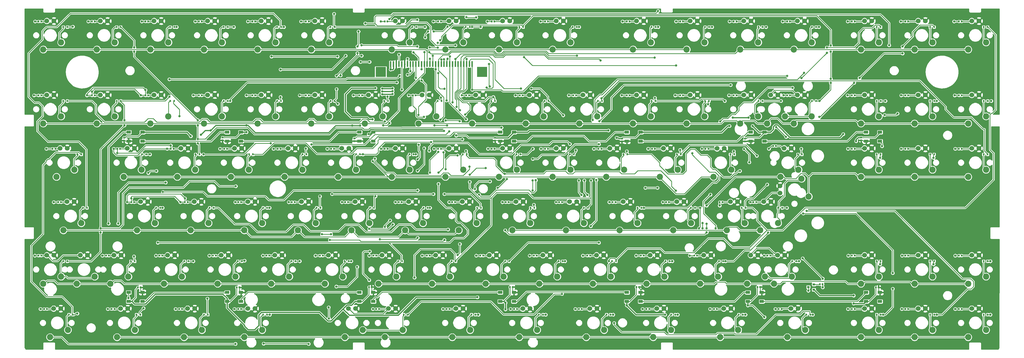
<source format=gbr>
G04 #@! TF.GenerationSoftware,KiCad,Pcbnew,5.1.5-52549c5~84~ubuntu16.04.1*
G04 #@! TF.CreationDate,2020-02-26T23:37:19+06:00*
G04 #@! TF.ProjectId,wasd-kbd80,77617364-2d6b-4626-9438-302e6b696361,rev?*
G04 #@! TF.SameCoordinates,Original*
G04 #@! TF.FileFunction,Copper,L2,Bot*
G04 #@! TF.FilePolarity,Positive*
%FSLAX46Y46*%
G04 Gerber Fmt 4.6, Leading zero omitted, Abs format (unit mm)*
G04 Created by KiCad (PCBNEW 5.1.5-52549c5~84~ubuntu16.04.1) date 2020-02-26 23:37:19*
%MOMM*%
%LPD*%
G04 APERTURE LIST*
%ADD10C,2.200000*%
%ADD11C,1.700000*%
%ADD12R,0.600000X0.700000*%
%ADD13C,0.100000*%
%ADD14R,1.500000X1.000000*%
%ADD15R,0.900000X0.800000*%
%ADD16R,0.610000X2.000000*%
%ADD17R,3.680000X3.600000*%
%ADD18C,0.800000*%
%ADD19C,0.250000*%
%ADD20C,0.400000*%
%ADD21C,0.254000*%
G04 APERTURE END LIST*
D10*
X385800000Y-162300000D03*
X392150000Y-159760000D03*
D11*
X387070000Y-152140000D03*
X389610000Y-152140000D03*
D12*
X65700000Y-109000000D03*
X64300000Y-109000000D03*
G04 #@! TA.AperFunction,SMDPad,CuDef*
D13*
G36*
X74676958Y-106680710D02*
G01*
X74691276Y-106682834D01*
X74705317Y-106686351D01*
X74718946Y-106691228D01*
X74732031Y-106697417D01*
X74744447Y-106704858D01*
X74756073Y-106713481D01*
X74766798Y-106723202D01*
X74776519Y-106733927D01*
X74785142Y-106745553D01*
X74792583Y-106757969D01*
X74798772Y-106771054D01*
X74803649Y-106784683D01*
X74807166Y-106798724D01*
X74809290Y-106813042D01*
X74810000Y-106827500D01*
X74810000Y-107172500D01*
X74809290Y-107186958D01*
X74807166Y-107201276D01*
X74803649Y-107215317D01*
X74798772Y-107228946D01*
X74792583Y-107242031D01*
X74785142Y-107254447D01*
X74776519Y-107266073D01*
X74766798Y-107276798D01*
X74756073Y-107286519D01*
X74744447Y-107295142D01*
X74732031Y-107302583D01*
X74718946Y-107308772D01*
X74705317Y-107313649D01*
X74691276Y-107317166D01*
X74676958Y-107319290D01*
X74662500Y-107320000D01*
X74367500Y-107320000D01*
X74353042Y-107319290D01*
X74338724Y-107317166D01*
X74324683Y-107313649D01*
X74311054Y-107308772D01*
X74297969Y-107302583D01*
X74285553Y-107295142D01*
X74273927Y-107286519D01*
X74263202Y-107276798D01*
X74253481Y-107266073D01*
X74244858Y-107254447D01*
X74237417Y-107242031D01*
X74231228Y-107228946D01*
X74226351Y-107215317D01*
X74222834Y-107201276D01*
X74220710Y-107186958D01*
X74220000Y-107172500D01*
X74220000Y-106827500D01*
X74220710Y-106813042D01*
X74222834Y-106798724D01*
X74226351Y-106784683D01*
X74231228Y-106771054D01*
X74237417Y-106757969D01*
X74244858Y-106745553D01*
X74253481Y-106733927D01*
X74263202Y-106723202D01*
X74273927Y-106713481D01*
X74285553Y-106704858D01*
X74297969Y-106697417D01*
X74311054Y-106691228D01*
X74324683Y-106686351D01*
X74338724Y-106682834D01*
X74353042Y-106680710D01*
X74367500Y-106680000D01*
X74662500Y-106680000D01*
X74676958Y-106680710D01*
G37*
G04 #@! TD.AperFunction*
G04 #@! TA.AperFunction,SMDPad,CuDef*
G36*
X75646958Y-106680710D02*
G01*
X75661276Y-106682834D01*
X75675317Y-106686351D01*
X75688946Y-106691228D01*
X75702031Y-106697417D01*
X75714447Y-106704858D01*
X75726073Y-106713481D01*
X75736798Y-106723202D01*
X75746519Y-106733927D01*
X75755142Y-106745553D01*
X75762583Y-106757969D01*
X75768772Y-106771054D01*
X75773649Y-106784683D01*
X75777166Y-106798724D01*
X75779290Y-106813042D01*
X75780000Y-106827500D01*
X75780000Y-107172500D01*
X75779290Y-107186958D01*
X75777166Y-107201276D01*
X75773649Y-107215317D01*
X75768772Y-107228946D01*
X75762583Y-107242031D01*
X75755142Y-107254447D01*
X75746519Y-107266073D01*
X75736798Y-107276798D01*
X75726073Y-107286519D01*
X75714447Y-107295142D01*
X75702031Y-107302583D01*
X75688946Y-107308772D01*
X75675317Y-107313649D01*
X75661276Y-107317166D01*
X75646958Y-107319290D01*
X75632500Y-107320000D01*
X75337500Y-107320000D01*
X75323042Y-107319290D01*
X75308724Y-107317166D01*
X75294683Y-107313649D01*
X75281054Y-107308772D01*
X75267969Y-107302583D01*
X75255553Y-107295142D01*
X75243927Y-107286519D01*
X75233202Y-107276798D01*
X75223481Y-107266073D01*
X75214858Y-107254447D01*
X75207417Y-107242031D01*
X75201228Y-107228946D01*
X75196351Y-107215317D01*
X75192834Y-107201276D01*
X75190710Y-107186958D01*
X75190000Y-107172500D01*
X75190000Y-106827500D01*
X75190710Y-106813042D01*
X75192834Y-106798724D01*
X75196351Y-106784683D01*
X75201228Y-106771054D01*
X75207417Y-106757969D01*
X75214858Y-106745553D01*
X75223481Y-106733927D01*
X75233202Y-106723202D01*
X75243927Y-106713481D01*
X75255553Y-106704858D01*
X75267969Y-106697417D01*
X75281054Y-106691228D01*
X75294683Y-106686351D01*
X75308724Y-106682834D01*
X75323042Y-106680710D01*
X75337500Y-106680000D01*
X75632500Y-106680000D01*
X75646958Y-106680710D01*
G37*
G04 #@! TD.AperFunction*
G04 #@! TA.AperFunction,SMDPad,CuDef*
G36*
X55676958Y-106680710D02*
G01*
X55691276Y-106682834D01*
X55705317Y-106686351D01*
X55718946Y-106691228D01*
X55732031Y-106697417D01*
X55744447Y-106704858D01*
X55756073Y-106713481D01*
X55766798Y-106723202D01*
X55776519Y-106733927D01*
X55785142Y-106745553D01*
X55792583Y-106757969D01*
X55798772Y-106771054D01*
X55803649Y-106784683D01*
X55807166Y-106798724D01*
X55809290Y-106813042D01*
X55810000Y-106827500D01*
X55810000Y-107172500D01*
X55809290Y-107186958D01*
X55807166Y-107201276D01*
X55803649Y-107215317D01*
X55798772Y-107228946D01*
X55792583Y-107242031D01*
X55785142Y-107254447D01*
X55776519Y-107266073D01*
X55766798Y-107276798D01*
X55756073Y-107286519D01*
X55744447Y-107295142D01*
X55732031Y-107302583D01*
X55718946Y-107308772D01*
X55705317Y-107313649D01*
X55691276Y-107317166D01*
X55676958Y-107319290D01*
X55662500Y-107320000D01*
X55367500Y-107320000D01*
X55353042Y-107319290D01*
X55338724Y-107317166D01*
X55324683Y-107313649D01*
X55311054Y-107308772D01*
X55297969Y-107302583D01*
X55285553Y-107295142D01*
X55273927Y-107286519D01*
X55263202Y-107276798D01*
X55253481Y-107266073D01*
X55244858Y-107254447D01*
X55237417Y-107242031D01*
X55231228Y-107228946D01*
X55226351Y-107215317D01*
X55222834Y-107201276D01*
X55220710Y-107186958D01*
X55220000Y-107172500D01*
X55220000Y-106827500D01*
X55220710Y-106813042D01*
X55222834Y-106798724D01*
X55226351Y-106784683D01*
X55231228Y-106771054D01*
X55237417Y-106757969D01*
X55244858Y-106745553D01*
X55253481Y-106733927D01*
X55263202Y-106723202D01*
X55273927Y-106713481D01*
X55285553Y-106704858D01*
X55297969Y-106697417D01*
X55311054Y-106691228D01*
X55324683Y-106686351D01*
X55338724Y-106682834D01*
X55353042Y-106680710D01*
X55367500Y-106680000D01*
X55662500Y-106680000D01*
X55676958Y-106680710D01*
G37*
G04 #@! TD.AperFunction*
G04 #@! TA.AperFunction,SMDPad,CuDef*
G36*
X56646958Y-106680710D02*
G01*
X56661276Y-106682834D01*
X56675317Y-106686351D01*
X56688946Y-106691228D01*
X56702031Y-106697417D01*
X56714447Y-106704858D01*
X56726073Y-106713481D01*
X56736798Y-106723202D01*
X56746519Y-106733927D01*
X56755142Y-106745553D01*
X56762583Y-106757969D01*
X56768772Y-106771054D01*
X56773649Y-106784683D01*
X56777166Y-106798724D01*
X56779290Y-106813042D01*
X56780000Y-106827500D01*
X56780000Y-107172500D01*
X56779290Y-107186958D01*
X56777166Y-107201276D01*
X56773649Y-107215317D01*
X56768772Y-107228946D01*
X56762583Y-107242031D01*
X56755142Y-107254447D01*
X56746519Y-107266073D01*
X56736798Y-107276798D01*
X56726073Y-107286519D01*
X56714447Y-107295142D01*
X56702031Y-107302583D01*
X56688946Y-107308772D01*
X56675317Y-107313649D01*
X56661276Y-107317166D01*
X56646958Y-107319290D01*
X56632500Y-107320000D01*
X56337500Y-107320000D01*
X56323042Y-107319290D01*
X56308724Y-107317166D01*
X56294683Y-107313649D01*
X56281054Y-107308772D01*
X56267969Y-107302583D01*
X56255553Y-107295142D01*
X56243927Y-107286519D01*
X56233202Y-107276798D01*
X56223481Y-107266073D01*
X56214858Y-107254447D01*
X56207417Y-107242031D01*
X56201228Y-107228946D01*
X56196351Y-107215317D01*
X56192834Y-107201276D01*
X56190710Y-107186958D01*
X56190000Y-107172500D01*
X56190000Y-106827500D01*
X56190710Y-106813042D01*
X56192834Y-106798724D01*
X56196351Y-106784683D01*
X56201228Y-106771054D01*
X56207417Y-106757969D01*
X56214858Y-106745553D01*
X56223481Y-106733927D01*
X56233202Y-106723202D01*
X56243927Y-106713481D01*
X56255553Y-106704858D01*
X56267969Y-106697417D01*
X56281054Y-106691228D01*
X56294683Y-106686351D01*
X56308724Y-106682834D01*
X56323042Y-106680710D01*
X56337500Y-106680000D01*
X56632500Y-106680000D01*
X56646958Y-106680710D01*
G37*
G04 #@! TD.AperFunction*
G04 #@! TA.AperFunction,SMDPad,CuDef*
G36*
X93676958Y-106680710D02*
G01*
X93691276Y-106682834D01*
X93705317Y-106686351D01*
X93718946Y-106691228D01*
X93732031Y-106697417D01*
X93744447Y-106704858D01*
X93756073Y-106713481D01*
X93766798Y-106723202D01*
X93776519Y-106733927D01*
X93785142Y-106745553D01*
X93792583Y-106757969D01*
X93798772Y-106771054D01*
X93803649Y-106784683D01*
X93807166Y-106798724D01*
X93809290Y-106813042D01*
X93810000Y-106827500D01*
X93810000Y-107172500D01*
X93809290Y-107186958D01*
X93807166Y-107201276D01*
X93803649Y-107215317D01*
X93798772Y-107228946D01*
X93792583Y-107242031D01*
X93785142Y-107254447D01*
X93776519Y-107266073D01*
X93766798Y-107276798D01*
X93756073Y-107286519D01*
X93744447Y-107295142D01*
X93732031Y-107302583D01*
X93718946Y-107308772D01*
X93705317Y-107313649D01*
X93691276Y-107317166D01*
X93676958Y-107319290D01*
X93662500Y-107320000D01*
X93367500Y-107320000D01*
X93353042Y-107319290D01*
X93338724Y-107317166D01*
X93324683Y-107313649D01*
X93311054Y-107308772D01*
X93297969Y-107302583D01*
X93285553Y-107295142D01*
X93273927Y-107286519D01*
X93263202Y-107276798D01*
X93253481Y-107266073D01*
X93244858Y-107254447D01*
X93237417Y-107242031D01*
X93231228Y-107228946D01*
X93226351Y-107215317D01*
X93222834Y-107201276D01*
X93220710Y-107186958D01*
X93220000Y-107172500D01*
X93220000Y-106827500D01*
X93220710Y-106813042D01*
X93222834Y-106798724D01*
X93226351Y-106784683D01*
X93231228Y-106771054D01*
X93237417Y-106757969D01*
X93244858Y-106745553D01*
X93253481Y-106733927D01*
X93263202Y-106723202D01*
X93273927Y-106713481D01*
X93285553Y-106704858D01*
X93297969Y-106697417D01*
X93311054Y-106691228D01*
X93324683Y-106686351D01*
X93338724Y-106682834D01*
X93353042Y-106680710D01*
X93367500Y-106680000D01*
X93662500Y-106680000D01*
X93676958Y-106680710D01*
G37*
G04 #@! TD.AperFunction*
G04 #@! TA.AperFunction,SMDPad,CuDef*
G36*
X94646958Y-106680710D02*
G01*
X94661276Y-106682834D01*
X94675317Y-106686351D01*
X94688946Y-106691228D01*
X94702031Y-106697417D01*
X94714447Y-106704858D01*
X94726073Y-106713481D01*
X94736798Y-106723202D01*
X94746519Y-106733927D01*
X94755142Y-106745553D01*
X94762583Y-106757969D01*
X94768772Y-106771054D01*
X94773649Y-106784683D01*
X94777166Y-106798724D01*
X94779290Y-106813042D01*
X94780000Y-106827500D01*
X94780000Y-107172500D01*
X94779290Y-107186958D01*
X94777166Y-107201276D01*
X94773649Y-107215317D01*
X94768772Y-107228946D01*
X94762583Y-107242031D01*
X94755142Y-107254447D01*
X94746519Y-107266073D01*
X94736798Y-107276798D01*
X94726073Y-107286519D01*
X94714447Y-107295142D01*
X94702031Y-107302583D01*
X94688946Y-107308772D01*
X94675317Y-107313649D01*
X94661276Y-107317166D01*
X94646958Y-107319290D01*
X94632500Y-107320000D01*
X94337500Y-107320000D01*
X94323042Y-107319290D01*
X94308724Y-107317166D01*
X94294683Y-107313649D01*
X94281054Y-107308772D01*
X94267969Y-107302583D01*
X94255553Y-107295142D01*
X94243927Y-107286519D01*
X94233202Y-107276798D01*
X94223481Y-107266073D01*
X94214858Y-107254447D01*
X94207417Y-107242031D01*
X94201228Y-107228946D01*
X94196351Y-107215317D01*
X94192834Y-107201276D01*
X94190710Y-107186958D01*
X94190000Y-107172500D01*
X94190000Y-106827500D01*
X94190710Y-106813042D01*
X94192834Y-106798724D01*
X94196351Y-106784683D01*
X94201228Y-106771054D01*
X94207417Y-106757969D01*
X94214858Y-106745553D01*
X94223481Y-106733927D01*
X94233202Y-106723202D01*
X94243927Y-106713481D01*
X94255553Y-106704858D01*
X94267969Y-106697417D01*
X94281054Y-106691228D01*
X94294683Y-106686351D01*
X94308724Y-106682834D01*
X94323042Y-106680710D01*
X94337500Y-106680000D01*
X94632500Y-106680000D01*
X94646958Y-106680710D01*
G37*
G04 #@! TD.AperFunction*
G04 #@! TA.AperFunction,SMDPad,CuDef*
G36*
X112676958Y-106680710D02*
G01*
X112691276Y-106682834D01*
X112705317Y-106686351D01*
X112718946Y-106691228D01*
X112732031Y-106697417D01*
X112744447Y-106704858D01*
X112756073Y-106713481D01*
X112766798Y-106723202D01*
X112776519Y-106733927D01*
X112785142Y-106745553D01*
X112792583Y-106757969D01*
X112798772Y-106771054D01*
X112803649Y-106784683D01*
X112807166Y-106798724D01*
X112809290Y-106813042D01*
X112810000Y-106827500D01*
X112810000Y-107172500D01*
X112809290Y-107186958D01*
X112807166Y-107201276D01*
X112803649Y-107215317D01*
X112798772Y-107228946D01*
X112792583Y-107242031D01*
X112785142Y-107254447D01*
X112776519Y-107266073D01*
X112766798Y-107276798D01*
X112756073Y-107286519D01*
X112744447Y-107295142D01*
X112732031Y-107302583D01*
X112718946Y-107308772D01*
X112705317Y-107313649D01*
X112691276Y-107317166D01*
X112676958Y-107319290D01*
X112662500Y-107320000D01*
X112367500Y-107320000D01*
X112353042Y-107319290D01*
X112338724Y-107317166D01*
X112324683Y-107313649D01*
X112311054Y-107308772D01*
X112297969Y-107302583D01*
X112285553Y-107295142D01*
X112273927Y-107286519D01*
X112263202Y-107276798D01*
X112253481Y-107266073D01*
X112244858Y-107254447D01*
X112237417Y-107242031D01*
X112231228Y-107228946D01*
X112226351Y-107215317D01*
X112222834Y-107201276D01*
X112220710Y-107186958D01*
X112220000Y-107172500D01*
X112220000Y-106827500D01*
X112220710Y-106813042D01*
X112222834Y-106798724D01*
X112226351Y-106784683D01*
X112231228Y-106771054D01*
X112237417Y-106757969D01*
X112244858Y-106745553D01*
X112253481Y-106733927D01*
X112263202Y-106723202D01*
X112273927Y-106713481D01*
X112285553Y-106704858D01*
X112297969Y-106697417D01*
X112311054Y-106691228D01*
X112324683Y-106686351D01*
X112338724Y-106682834D01*
X112353042Y-106680710D01*
X112367500Y-106680000D01*
X112662500Y-106680000D01*
X112676958Y-106680710D01*
G37*
G04 #@! TD.AperFunction*
G04 #@! TA.AperFunction,SMDPad,CuDef*
G36*
X113646958Y-106680710D02*
G01*
X113661276Y-106682834D01*
X113675317Y-106686351D01*
X113688946Y-106691228D01*
X113702031Y-106697417D01*
X113714447Y-106704858D01*
X113726073Y-106713481D01*
X113736798Y-106723202D01*
X113746519Y-106733927D01*
X113755142Y-106745553D01*
X113762583Y-106757969D01*
X113768772Y-106771054D01*
X113773649Y-106784683D01*
X113777166Y-106798724D01*
X113779290Y-106813042D01*
X113780000Y-106827500D01*
X113780000Y-107172500D01*
X113779290Y-107186958D01*
X113777166Y-107201276D01*
X113773649Y-107215317D01*
X113768772Y-107228946D01*
X113762583Y-107242031D01*
X113755142Y-107254447D01*
X113746519Y-107266073D01*
X113736798Y-107276798D01*
X113726073Y-107286519D01*
X113714447Y-107295142D01*
X113702031Y-107302583D01*
X113688946Y-107308772D01*
X113675317Y-107313649D01*
X113661276Y-107317166D01*
X113646958Y-107319290D01*
X113632500Y-107320000D01*
X113337500Y-107320000D01*
X113323042Y-107319290D01*
X113308724Y-107317166D01*
X113294683Y-107313649D01*
X113281054Y-107308772D01*
X113267969Y-107302583D01*
X113255553Y-107295142D01*
X113243927Y-107286519D01*
X113233202Y-107276798D01*
X113223481Y-107266073D01*
X113214858Y-107254447D01*
X113207417Y-107242031D01*
X113201228Y-107228946D01*
X113196351Y-107215317D01*
X113192834Y-107201276D01*
X113190710Y-107186958D01*
X113190000Y-107172500D01*
X113190000Y-106827500D01*
X113190710Y-106813042D01*
X113192834Y-106798724D01*
X113196351Y-106784683D01*
X113201228Y-106771054D01*
X113207417Y-106757969D01*
X113214858Y-106745553D01*
X113223481Y-106733927D01*
X113233202Y-106723202D01*
X113243927Y-106713481D01*
X113255553Y-106704858D01*
X113267969Y-106697417D01*
X113281054Y-106691228D01*
X113294683Y-106686351D01*
X113308724Y-106682834D01*
X113323042Y-106680710D01*
X113337500Y-106680000D01*
X113632500Y-106680000D01*
X113646958Y-106680710D01*
G37*
G04 #@! TD.AperFunction*
G04 #@! TA.AperFunction,SMDPad,CuDef*
G36*
X131676958Y-106680710D02*
G01*
X131691276Y-106682834D01*
X131705317Y-106686351D01*
X131718946Y-106691228D01*
X131732031Y-106697417D01*
X131744447Y-106704858D01*
X131756073Y-106713481D01*
X131766798Y-106723202D01*
X131776519Y-106733927D01*
X131785142Y-106745553D01*
X131792583Y-106757969D01*
X131798772Y-106771054D01*
X131803649Y-106784683D01*
X131807166Y-106798724D01*
X131809290Y-106813042D01*
X131810000Y-106827500D01*
X131810000Y-107172500D01*
X131809290Y-107186958D01*
X131807166Y-107201276D01*
X131803649Y-107215317D01*
X131798772Y-107228946D01*
X131792583Y-107242031D01*
X131785142Y-107254447D01*
X131776519Y-107266073D01*
X131766798Y-107276798D01*
X131756073Y-107286519D01*
X131744447Y-107295142D01*
X131732031Y-107302583D01*
X131718946Y-107308772D01*
X131705317Y-107313649D01*
X131691276Y-107317166D01*
X131676958Y-107319290D01*
X131662500Y-107320000D01*
X131367500Y-107320000D01*
X131353042Y-107319290D01*
X131338724Y-107317166D01*
X131324683Y-107313649D01*
X131311054Y-107308772D01*
X131297969Y-107302583D01*
X131285553Y-107295142D01*
X131273927Y-107286519D01*
X131263202Y-107276798D01*
X131253481Y-107266073D01*
X131244858Y-107254447D01*
X131237417Y-107242031D01*
X131231228Y-107228946D01*
X131226351Y-107215317D01*
X131222834Y-107201276D01*
X131220710Y-107186958D01*
X131220000Y-107172500D01*
X131220000Y-106827500D01*
X131220710Y-106813042D01*
X131222834Y-106798724D01*
X131226351Y-106784683D01*
X131231228Y-106771054D01*
X131237417Y-106757969D01*
X131244858Y-106745553D01*
X131253481Y-106733927D01*
X131263202Y-106723202D01*
X131273927Y-106713481D01*
X131285553Y-106704858D01*
X131297969Y-106697417D01*
X131311054Y-106691228D01*
X131324683Y-106686351D01*
X131338724Y-106682834D01*
X131353042Y-106680710D01*
X131367500Y-106680000D01*
X131662500Y-106680000D01*
X131676958Y-106680710D01*
G37*
G04 #@! TD.AperFunction*
G04 #@! TA.AperFunction,SMDPad,CuDef*
G36*
X132646958Y-106680710D02*
G01*
X132661276Y-106682834D01*
X132675317Y-106686351D01*
X132688946Y-106691228D01*
X132702031Y-106697417D01*
X132714447Y-106704858D01*
X132726073Y-106713481D01*
X132736798Y-106723202D01*
X132746519Y-106733927D01*
X132755142Y-106745553D01*
X132762583Y-106757969D01*
X132768772Y-106771054D01*
X132773649Y-106784683D01*
X132777166Y-106798724D01*
X132779290Y-106813042D01*
X132780000Y-106827500D01*
X132780000Y-107172500D01*
X132779290Y-107186958D01*
X132777166Y-107201276D01*
X132773649Y-107215317D01*
X132768772Y-107228946D01*
X132762583Y-107242031D01*
X132755142Y-107254447D01*
X132746519Y-107266073D01*
X132736798Y-107276798D01*
X132726073Y-107286519D01*
X132714447Y-107295142D01*
X132702031Y-107302583D01*
X132688946Y-107308772D01*
X132675317Y-107313649D01*
X132661276Y-107317166D01*
X132646958Y-107319290D01*
X132632500Y-107320000D01*
X132337500Y-107320000D01*
X132323042Y-107319290D01*
X132308724Y-107317166D01*
X132294683Y-107313649D01*
X132281054Y-107308772D01*
X132267969Y-107302583D01*
X132255553Y-107295142D01*
X132243927Y-107286519D01*
X132233202Y-107276798D01*
X132223481Y-107266073D01*
X132214858Y-107254447D01*
X132207417Y-107242031D01*
X132201228Y-107228946D01*
X132196351Y-107215317D01*
X132192834Y-107201276D01*
X132190710Y-107186958D01*
X132190000Y-107172500D01*
X132190000Y-106827500D01*
X132190710Y-106813042D01*
X132192834Y-106798724D01*
X132196351Y-106784683D01*
X132201228Y-106771054D01*
X132207417Y-106757969D01*
X132214858Y-106745553D01*
X132223481Y-106733927D01*
X132233202Y-106723202D01*
X132243927Y-106713481D01*
X132255553Y-106704858D01*
X132267969Y-106697417D01*
X132281054Y-106691228D01*
X132294683Y-106686351D01*
X132308724Y-106682834D01*
X132323042Y-106680710D01*
X132337500Y-106680000D01*
X132632500Y-106680000D01*
X132646958Y-106680710D01*
G37*
G04 #@! TD.AperFunction*
G04 #@! TA.AperFunction,SMDPad,CuDef*
G36*
X150676958Y-106680710D02*
G01*
X150691276Y-106682834D01*
X150705317Y-106686351D01*
X150718946Y-106691228D01*
X150732031Y-106697417D01*
X150744447Y-106704858D01*
X150756073Y-106713481D01*
X150766798Y-106723202D01*
X150776519Y-106733927D01*
X150785142Y-106745553D01*
X150792583Y-106757969D01*
X150798772Y-106771054D01*
X150803649Y-106784683D01*
X150807166Y-106798724D01*
X150809290Y-106813042D01*
X150810000Y-106827500D01*
X150810000Y-107172500D01*
X150809290Y-107186958D01*
X150807166Y-107201276D01*
X150803649Y-107215317D01*
X150798772Y-107228946D01*
X150792583Y-107242031D01*
X150785142Y-107254447D01*
X150776519Y-107266073D01*
X150766798Y-107276798D01*
X150756073Y-107286519D01*
X150744447Y-107295142D01*
X150732031Y-107302583D01*
X150718946Y-107308772D01*
X150705317Y-107313649D01*
X150691276Y-107317166D01*
X150676958Y-107319290D01*
X150662500Y-107320000D01*
X150367500Y-107320000D01*
X150353042Y-107319290D01*
X150338724Y-107317166D01*
X150324683Y-107313649D01*
X150311054Y-107308772D01*
X150297969Y-107302583D01*
X150285553Y-107295142D01*
X150273927Y-107286519D01*
X150263202Y-107276798D01*
X150253481Y-107266073D01*
X150244858Y-107254447D01*
X150237417Y-107242031D01*
X150231228Y-107228946D01*
X150226351Y-107215317D01*
X150222834Y-107201276D01*
X150220710Y-107186958D01*
X150220000Y-107172500D01*
X150220000Y-106827500D01*
X150220710Y-106813042D01*
X150222834Y-106798724D01*
X150226351Y-106784683D01*
X150231228Y-106771054D01*
X150237417Y-106757969D01*
X150244858Y-106745553D01*
X150253481Y-106733927D01*
X150263202Y-106723202D01*
X150273927Y-106713481D01*
X150285553Y-106704858D01*
X150297969Y-106697417D01*
X150311054Y-106691228D01*
X150324683Y-106686351D01*
X150338724Y-106682834D01*
X150353042Y-106680710D01*
X150367500Y-106680000D01*
X150662500Y-106680000D01*
X150676958Y-106680710D01*
G37*
G04 #@! TD.AperFunction*
G04 #@! TA.AperFunction,SMDPad,CuDef*
G36*
X151646958Y-106680710D02*
G01*
X151661276Y-106682834D01*
X151675317Y-106686351D01*
X151688946Y-106691228D01*
X151702031Y-106697417D01*
X151714447Y-106704858D01*
X151726073Y-106713481D01*
X151736798Y-106723202D01*
X151746519Y-106733927D01*
X151755142Y-106745553D01*
X151762583Y-106757969D01*
X151768772Y-106771054D01*
X151773649Y-106784683D01*
X151777166Y-106798724D01*
X151779290Y-106813042D01*
X151780000Y-106827500D01*
X151780000Y-107172500D01*
X151779290Y-107186958D01*
X151777166Y-107201276D01*
X151773649Y-107215317D01*
X151768772Y-107228946D01*
X151762583Y-107242031D01*
X151755142Y-107254447D01*
X151746519Y-107266073D01*
X151736798Y-107276798D01*
X151726073Y-107286519D01*
X151714447Y-107295142D01*
X151702031Y-107302583D01*
X151688946Y-107308772D01*
X151675317Y-107313649D01*
X151661276Y-107317166D01*
X151646958Y-107319290D01*
X151632500Y-107320000D01*
X151337500Y-107320000D01*
X151323042Y-107319290D01*
X151308724Y-107317166D01*
X151294683Y-107313649D01*
X151281054Y-107308772D01*
X151267969Y-107302583D01*
X151255553Y-107295142D01*
X151243927Y-107286519D01*
X151233202Y-107276798D01*
X151223481Y-107266073D01*
X151214858Y-107254447D01*
X151207417Y-107242031D01*
X151201228Y-107228946D01*
X151196351Y-107215317D01*
X151192834Y-107201276D01*
X151190710Y-107186958D01*
X151190000Y-107172500D01*
X151190000Y-106827500D01*
X151190710Y-106813042D01*
X151192834Y-106798724D01*
X151196351Y-106784683D01*
X151201228Y-106771054D01*
X151207417Y-106757969D01*
X151214858Y-106745553D01*
X151223481Y-106733927D01*
X151233202Y-106723202D01*
X151243927Y-106713481D01*
X151255553Y-106704858D01*
X151267969Y-106697417D01*
X151281054Y-106691228D01*
X151294683Y-106686351D01*
X151308724Y-106682834D01*
X151323042Y-106680710D01*
X151337500Y-106680000D01*
X151632500Y-106680000D01*
X151646958Y-106680710D01*
G37*
G04 #@! TD.AperFunction*
G04 #@! TA.AperFunction,SMDPad,CuDef*
G36*
X178676958Y-106680710D02*
G01*
X178691276Y-106682834D01*
X178705317Y-106686351D01*
X178718946Y-106691228D01*
X178732031Y-106697417D01*
X178744447Y-106704858D01*
X178756073Y-106713481D01*
X178766798Y-106723202D01*
X178776519Y-106733927D01*
X178785142Y-106745553D01*
X178792583Y-106757969D01*
X178798772Y-106771054D01*
X178803649Y-106784683D01*
X178807166Y-106798724D01*
X178809290Y-106813042D01*
X178810000Y-106827500D01*
X178810000Y-107172500D01*
X178809290Y-107186958D01*
X178807166Y-107201276D01*
X178803649Y-107215317D01*
X178798772Y-107228946D01*
X178792583Y-107242031D01*
X178785142Y-107254447D01*
X178776519Y-107266073D01*
X178766798Y-107276798D01*
X178756073Y-107286519D01*
X178744447Y-107295142D01*
X178732031Y-107302583D01*
X178718946Y-107308772D01*
X178705317Y-107313649D01*
X178691276Y-107317166D01*
X178676958Y-107319290D01*
X178662500Y-107320000D01*
X178367500Y-107320000D01*
X178353042Y-107319290D01*
X178338724Y-107317166D01*
X178324683Y-107313649D01*
X178311054Y-107308772D01*
X178297969Y-107302583D01*
X178285553Y-107295142D01*
X178273927Y-107286519D01*
X178263202Y-107276798D01*
X178253481Y-107266073D01*
X178244858Y-107254447D01*
X178237417Y-107242031D01*
X178231228Y-107228946D01*
X178226351Y-107215317D01*
X178222834Y-107201276D01*
X178220710Y-107186958D01*
X178220000Y-107172500D01*
X178220000Y-106827500D01*
X178220710Y-106813042D01*
X178222834Y-106798724D01*
X178226351Y-106784683D01*
X178231228Y-106771054D01*
X178237417Y-106757969D01*
X178244858Y-106745553D01*
X178253481Y-106733927D01*
X178263202Y-106723202D01*
X178273927Y-106713481D01*
X178285553Y-106704858D01*
X178297969Y-106697417D01*
X178311054Y-106691228D01*
X178324683Y-106686351D01*
X178338724Y-106682834D01*
X178353042Y-106680710D01*
X178367500Y-106680000D01*
X178662500Y-106680000D01*
X178676958Y-106680710D01*
G37*
G04 #@! TD.AperFunction*
G04 #@! TA.AperFunction,SMDPad,CuDef*
G36*
X179646958Y-106680710D02*
G01*
X179661276Y-106682834D01*
X179675317Y-106686351D01*
X179688946Y-106691228D01*
X179702031Y-106697417D01*
X179714447Y-106704858D01*
X179726073Y-106713481D01*
X179736798Y-106723202D01*
X179746519Y-106733927D01*
X179755142Y-106745553D01*
X179762583Y-106757969D01*
X179768772Y-106771054D01*
X179773649Y-106784683D01*
X179777166Y-106798724D01*
X179779290Y-106813042D01*
X179780000Y-106827500D01*
X179780000Y-107172500D01*
X179779290Y-107186958D01*
X179777166Y-107201276D01*
X179773649Y-107215317D01*
X179768772Y-107228946D01*
X179762583Y-107242031D01*
X179755142Y-107254447D01*
X179746519Y-107266073D01*
X179736798Y-107276798D01*
X179726073Y-107286519D01*
X179714447Y-107295142D01*
X179702031Y-107302583D01*
X179688946Y-107308772D01*
X179675317Y-107313649D01*
X179661276Y-107317166D01*
X179646958Y-107319290D01*
X179632500Y-107320000D01*
X179337500Y-107320000D01*
X179323042Y-107319290D01*
X179308724Y-107317166D01*
X179294683Y-107313649D01*
X179281054Y-107308772D01*
X179267969Y-107302583D01*
X179255553Y-107295142D01*
X179243927Y-107286519D01*
X179233202Y-107276798D01*
X179223481Y-107266073D01*
X179214858Y-107254447D01*
X179207417Y-107242031D01*
X179201228Y-107228946D01*
X179196351Y-107215317D01*
X179192834Y-107201276D01*
X179190710Y-107186958D01*
X179190000Y-107172500D01*
X179190000Y-106827500D01*
X179190710Y-106813042D01*
X179192834Y-106798724D01*
X179196351Y-106784683D01*
X179201228Y-106771054D01*
X179207417Y-106757969D01*
X179214858Y-106745553D01*
X179223481Y-106733927D01*
X179233202Y-106723202D01*
X179243927Y-106713481D01*
X179255553Y-106704858D01*
X179267969Y-106697417D01*
X179281054Y-106691228D01*
X179294683Y-106686351D01*
X179308724Y-106682834D01*
X179323042Y-106680710D01*
X179337500Y-106680000D01*
X179632500Y-106680000D01*
X179646958Y-106680710D01*
G37*
G04 #@! TD.AperFunction*
G04 #@! TA.AperFunction,SMDPad,CuDef*
G36*
X197676958Y-106680710D02*
G01*
X197691276Y-106682834D01*
X197705317Y-106686351D01*
X197718946Y-106691228D01*
X197732031Y-106697417D01*
X197744447Y-106704858D01*
X197756073Y-106713481D01*
X197766798Y-106723202D01*
X197776519Y-106733927D01*
X197785142Y-106745553D01*
X197792583Y-106757969D01*
X197798772Y-106771054D01*
X197803649Y-106784683D01*
X197807166Y-106798724D01*
X197809290Y-106813042D01*
X197810000Y-106827500D01*
X197810000Y-107172500D01*
X197809290Y-107186958D01*
X197807166Y-107201276D01*
X197803649Y-107215317D01*
X197798772Y-107228946D01*
X197792583Y-107242031D01*
X197785142Y-107254447D01*
X197776519Y-107266073D01*
X197766798Y-107276798D01*
X197756073Y-107286519D01*
X197744447Y-107295142D01*
X197732031Y-107302583D01*
X197718946Y-107308772D01*
X197705317Y-107313649D01*
X197691276Y-107317166D01*
X197676958Y-107319290D01*
X197662500Y-107320000D01*
X197367500Y-107320000D01*
X197353042Y-107319290D01*
X197338724Y-107317166D01*
X197324683Y-107313649D01*
X197311054Y-107308772D01*
X197297969Y-107302583D01*
X197285553Y-107295142D01*
X197273927Y-107286519D01*
X197263202Y-107276798D01*
X197253481Y-107266073D01*
X197244858Y-107254447D01*
X197237417Y-107242031D01*
X197231228Y-107228946D01*
X197226351Y-107215317D01*
X197222834Y-107201276D01*
X197220710Y-107186958D01*
X197220000Y-107172500D01*
X197220000Y-106827500D01*
X197220710Y-106813042D01*
X197222834Y-106798724D01*
X197226351Y-106784683D01*
X197231228Y-106771054D01*
X197237417Y-106757969D01*
X197244858Y-106745553D01*
X197253481Y-106733927D01*
X197263202Y-106723202D01*
X197273927Y-106713481D01*
X197285553Y-106704858D01*
X197297969Y-106697417D01*
X197311054Y-106691228D01*
X197324683Y-106686351D01*
X197338724Y-106682834D01*
X197353042Y-106680710D01*
X197367500Y-106680000D01*
X197662500Y-106680000D01*
X197676958Y-106680710D01*
G37*
G04 #@! TD.AperFunction*
G04 #@! TA.AperFunction,SMDPad,CuDef*
G36*
X198646958Y-106680710D02*
G01*
X198661276Y-106682834D01*
X198675317Y-106686351D01*
X198688946Y-106691228D01*
X198702031Y-106697417D01*
X198714447Y-106704858D01*
X198726073Y-106713481D01*
X198736798Y-106723202D01*
X198746519Y-106733927D01*
X198755142Y-106745553D01*
X198762583Y-106757969D01*
X198768772Y-106771054D01*
X198773649Y-106784683D01*
X198777166Y-106798724D01*
X198779290Y-106813042D01*
X198780000Y-106827500D01*
X198780000Y-107172500D01*
X198779290Y-107186958D01*
X198777166Y-107201276D01*
X198773649Y-107215317D01*
X198768772Y-107228946D01*
X198762583Y-107242031D01*
X198755142Y-107254447D01*
X198746519Y-107266073D01*
X198736798Y-107276798D01*
X198726073Y-107286519D01*
X198714447Y-107295142D01*
X198702031Y-107302583D01*
X198688946Y-107308772D01*
X198675317Y-107313649D01*
X198661276Y-107317166D01*
X198646958Y-107319290D01*
X198632500Y-107320000D01*
X198337500Y-107320000D01*
X198323042Y-107319290D01*
X198308724Y-107317166D01*
X198294683Y-107313649D01*
X198281054Y-107308772D01*
X198267969Y-107302583D01*
X198255553Y-107295142D01*
X198243927Y-107286519D01*
X198233202Y-107276798D01*
X198223481Y-107266073D01*
X198214858Y-107254447D01*
X198207417Y-107242031D01*
X198201228Y-107228946D01*
X198196351Y-107215317D01*
X198192834Y-107201276D01*
X198190710Y-107186958D01*
X198190000Y-107172500D01*
X198190000Y-106827500D01*
X198190710Y-106813042D01*
X198192834Y-106798724D01*
X198196351Y-106784683D01*
X198201228Y-106771054D01*
X198207417Y-106757969D01*
X198214858Y-106745553D01*
X198223481Y-106733927D01*
X198233202Y-106723202D01*
X198243927Y-106713481D01*
X198255553Y-106704858D01*
X198267969Y-106697417D01*
X198281054Y-106691228D01*
X198294683Y-106686351D01*
X198308724Y-106682834D01*
X198323042Y-106680710D01*
X198337500Y-106680000D01*
X198632500Y-106680000D01*
X198646958Y-106680710D01*
G37*
G04 #@! TD.AperFunction*
G04 #@! TA.AperFunction,SMDPad,CuDef*
G36*
X216676958Y-106680710D02*
G01*
X216691276Y-106682834D01*
X216705317Y-106686351D01*
X216718946Y-106691228D01*
X216732031Y-106697417D01*
X216744447Y-106704858D01*
X216756073Y-106713481D01*
X216766798Y-106723202D01*
X216776519Y-106733927D01*
X216785142Y-106745553D01*
X216792583Y-106757969D01*
X216798772Y-106771054D01*
X216803649Y-106784683D01*
X216807166Y-106798724D01*
X216809290Y-106813042D01*
X216810000Y-106827500D01*
X216810000Y-107172500D01*
X216809290Y-107186958D01*
X216807166Y-107201276D01*
X216803649Y-107215317D01*
X216798772Y-107228946D01*
X216792583Y-107242031D01*
X216785142Y-107254447D01*
X216776519Y-107266073D01*
X216766798Y-107276798D01*
X216756073Y-107286519D01*
X216744447Y-107295142D01*
X216732031Y-107302583D01*
X216718946Y-107308772D01*
X216705317Y-107313649D01*
X216691276Y-107317166D01*
X216676958Y-107319290D01*
X216662500Y-107320000D01*
X216367500Y-107320000D01*
X216353042Y-107319290D01*
X216338724Y-107317166D01*
X216324683Y-107313649D01*
X216311054Y-107308772D01*
X216297969Y-107302583D01*
X216285553Y-107295142D01*
X216273927Y-107286519D01*
X216263202Y-107276798D01*
X216253481Y-107266073D01*
X216244858Y-107254447D01*
X216237417Y-107242031D01*
X216231228Y-107228946D01*
X216226351Y-107215317D01*
X216222834Y-107201276D01*
X216220710Y-107186958D01*
X216220000Y-107172500D01*
X216220000Y-106827500D01*
X216220710Y-106813042D01*
X216222834Y-106798724D01*
X216226351Y-106784683D01*
X216231228Y-106771054D01*
X216237417Y-106757969D01*
X216244858Y-106745553D01*
X216253481Y-106733927D01*
X216263202Y-106723202D01*
X216273927Y-106713481D01*
X216285553Y-106704858D01*
X216297969Y-106697417D01*
X216311054Y-106691228D01*
X216324683Y-106686351D01*
X216338724Y-106682834D01*
X216353042Y-106680710D01*
X216367500Y-106680000D01*
X216662500Y-106680000D01*
X216676958Y-106680710D01*
G37*
G04 #@! TD.AperFunction*
G04 #@! TA.AperFunction,SMDPad,CuDef*
G36*
X217646958Y-106680710D02*
G01*
X217661276Y-106682834D01*
X217675317Y-106686351D01*
X217688946Y-106691228D01*
X217702031Y-106697417D01*
X217714447Y-106704858D01*
X217726073Y-106713481D01*
X217736798Y-106723202D01*
X217746519Y-106733927D01*
X217755142Y-106745553D01*
X217762583Y-106757969D01*
X217768772Y-106771054D01*
X217773649Y-106784683D01*
X217777166Y-106798724D01*
X217779290Y-106813042D01*
X217780000Y-106827500D01*
X217780000Y-107172500D01*
X217779290Y-107186958D01*
X217777166Y-107201276D01*
X217773649Y-107215317D01*
X217768772Y-107228946D01*
X217762583Y-107242031D01*
X217755142Y-107254447D01*
X217746519Y-107266073D01*
X217736798Y-107276798D01*
X217726073Y-107286519D01*
X217714447Y-107295142D01*
X217702031Y-107302583D01*
X217688946Y-107308772D01*
X217675317Y-107313649D01*
X217661276Y-107317166D01*
X217646958Y-107319290D01*
X217632500Y-107320000D01*
X217337500Y-107320000D01*
X217323042Y-107319290D01*
X217308724Y-107317166D01*
X217294683Y-107313649D01*
X217281054Y-107308772D01*
X217267969Y-107302583D01*
X217255553Y-107295142D01*
X217243927Y-107286519D01*
X217233202Y-107276798D01*
X217223481Y-107266073D01*
X217214858Y-107254447D01*
X217207417Y-107242031D01*
X217201228Y-107228946D01*
X217196351Y-107215317D01*
X217192834Y-107201276D01*
X217190710Y-107186958D01*
X217190000Y-107172500D01*
X217190000Y-106827500D01*
X217190710Y-106813042D01*
X217192834Y-106798724D01*
X217196351Y-106784683D01*
X217201228Y-106771054D01*
X217207417Y-106757969D01*
X217214858Y-106745553D01*
X217223481Y-106733927D01*
X217233202Y-106723202D01*
X217243927Y-106713481D01*
X217255553Y-106704858D01*
X217267969Y-106697417D01*
X217281054Y-106691228D01*
X217294683Y-106686351D01*
X217308724Y-106682834D01*
X217323042Y-106680710D01*
X217337500Y-106680000D01*
X217632500Y-106680000D01*
X217646958Y-106680710D01*
G37*
G04 #@! TD.AperFunction*
G04 #@! TA.AperFunction,SMDPad,CuDef*
G36*
X236646958Y-106680710D02*
G01*
X236661276Y-106682834D01*
X236675317Y-106686351D01*
X236688946Y-106691228D01*
X236702031Y-106697417D01*
X236714447Y-106704858D01*
X236726073Y-106713481D01*
X236736798Y-106723202D01*
X236746519Y-106733927D01*
X236755142Y-106745553D01*
X236762583Y-106757969D01*
X236768772Y-106771054D01*
X236773649Y-106784683D01*
X236777166Y-106798724D01*
X236779290Y-106813042D01*
X236780000Y-106827500D01*
X236780000Y-107172500D01*
X236779290Y-107186958D01*
X236777166Y-107201276D01*
X236773649Y-107215317D01*
X236768772Y-107228946D01*
X236762583Y-107242031D01*
X236755142Y-107254447D01*
X236746519Y-107266073D01*
X236736798Y-107276798D01*
X236726073Y-107286519D01*
X236714447Y-107295142D01*
X236702031Y-107302583D01*
X236688946Y-107308772D01*
X236675317Y-107313649D01*
X236661276Y-107317166D01*
X236646958Y-107319290D01*
X236632500Y-107320000D01*
X236337500Y-107320000D01*
X236323042Y-107319290D01*
X236308724Y-107317166D01*
X236294683Y-107313649D01*
X236281054Y-107308772D01*
X236267969Y-107302583D01*
X236255553Y-107295142D01*
X236243927Y-107286519D01*
X236233202Y-107276798D01*
X236223481Y-107266073D01*
X236214858Y-107254447D01*
X236207417Y-107242031D01*
X236201228Y-107228946D01*
X236196351Y-107215317D01*
X236192834Y-107201276D01*
X236190710Y-107186958D01*
X236190000Y-107172500D01*
X236190000Y-106827500D01*
X236190710Y-106813042D01*
X236192834Y-106798724D01*
X236196351Y-106784683D01*
X236201228Y-106771054D01*
X236207417Y-106757969D01*
X236214858Y-106745553D01*
X236223481Y-106733927D01*
X236233202Y-106723202D01*
X236243927Y-106713481D01*
X236255553Y-106704858D01*
X236267969Y-106697417D01*
X236281054Y-106691228D01*
X236294683Y-106686351D01*
X236308724Y-106682834D01*
X236323042Y-106680710D01*
X236337500Y-106680000D01*
X236632500Y-106680000D01*
X236646958Y-106680710D01*
G37*
G04 #@! TD.AperFunction*
G04 #@! TA.AperFunction,SMDPad,CuDef*
G36*
X235676958Y-106680710D02*
G01*
X235691276Y-106682834D01*
X235705317Y-106686351D01*
X235718946Y-106691228D01*
X235732031Y-106697417D01*
X235744447Y-106704858D01*
X235756073Y-106713481D01*
X235766798Y-106723202D01*
X235776519Y-106733927D01*
X235785142Y-106745553D01*
X235792583Y-106757969D01*
X235798772Y-106771054D01*
X235803649Y-106784683D01*
X235807166Y-106798724D01*
X235809290Y-106813042D01*
X235810000Y-106827500D01*
X235810000Y-107172500D01*
X235809290Y-107186958D01*
X235807166Y-107201276D01*
X235803649Y-107215317D01*
X235798772Y-107228946D01*
X235792583Y-107242031D01*
X235785142Y-107254447D01*
X235776519Y-107266073D01*
X235766798Y-107276798D01*
X235756073Y-107286519D01*
X235744447Y-107295142D01*
X235732031Y-107302583D01*
X235718946Y-107308772D01*
X235705317Y-107313649D01*
X235691276Y-107317166D01*
X235676958Y-107319290D01*
X235662500Y-107320000D01*
X235367500Y-107320000D01*
X235353042Y-107319290D01*
X235338724Y-107317166D01*
X235324683Y-107313649D01*
X235311054Y-107308772D01*
X235297969Y-107302583D01*
X235285553Y-107295142D01*
X235273927Y-107286519D01*
X235263202Y-107276798D01*
X235253481Y-107266073D01*
X235244858Y-107254447D01*
X235237417Y-107242031D01*
X235231228Y-107228946D01*
X235226351Y-107215317D01*
X235222834Y-107201276D01*
X235220710Y-107186958D01*
X235220000Y-107172500D01*
X235220000Y-106827500D01*
X235220710Y-106813042D01*
X235222834Y-106798724D01*
X235226351Y-106784683D01*
X235231228Y-106771054D01*
X235237417Y-106757969D01*
X235244858Y-106745553D01*
X235253481Y-106733927D01*
X235263202Y-106723202D01*
X235273927Y-106713481D01*
X235285553Y-106704858D01*
X235297969Y-106697417D01*
X235311054Y-106691228D01*
X235324683Y-106686351D01*
X235338724Y-106682834D01*
X235353042Y-106680710D01*
X235367500Y-106680000D01*
X235662500Y-106680000D01*
X235676958Y-106680710D01*
G37*
G04 #@! TD.AperFunction*
G04 #@! TA.AperFunction,SMDPad,CuDef*
G36*
X265646958Y-106680710D02*
G01*
X265661276Y-106682834D01*
X265675317Y-106686351D01*
X265688946Y-106691228D01*
X265702031Y-106697417D01*
X265714447Y-106704858D01*
X265726073Y-106713481D01*
X265736798Y-106723202D01*
X265746519Y-106733927D01*
X265755142Y-106745553D01*
X265762583Y-106757969D01*
X265768772Y-106771054D01*
X265773649Y-106784683D01*
X265777166Y-106798724D01*
X265779290Y-106813042D01*
X265780000Y-106827500D01*
X265780000Y-107172500D01*
X265779290Y-107186958D01*
X265777166Y-107201276D01*
X265773649Y-107215317D01*
X265768772Y-107228946D01*
X265762583Y-107242031D01*
X265755142Y-107254447D01*
X265746519Y-107266073D01*
X265736798Y-107276798D01*
X265726073Y-107286519D01*
X265714447Y-107295142D01*
X265702031Y-107302583D01*
X265688946Y-107308772D01*
X265675317Y-107313649D01*
X265661276Y-107317166D01*
X265646958Y-107319290D01*
X265632500Y-107320000D01*
X265337500Y-107320000D01*
X265323042Y-107319290D01*
X265308724Y-107317166D01*
X265294683Y-107313649D01*
X265281054Y-107308772D01*
X265267969Y-107302583D01*
X265255553Y-107295142D01*
X265243927Y-107286519D01*
X265233202Y-107276798D01*
X265223481Y-107266073D01*
X265214858Y-107254447D01*
X265207417Y-107242031D01*
X265201228Y-107228946D01*
X265196351Y-107215317D01*
X265192834Y-107201276D01*
X265190710Y-107186958D01*
X265190000Y-107172500D01*
X265190000Y-106827500D01*
X265190710Y-106813042D01*
X265192834Y-106798724D01*
X265196351Y-106784683D01*
X265201228Y-106771054D01*
X265207417Y-106757969D01*
X265214858Y-106745553D01*
X265223481Y-106733927D01*
X265233202Y-106723202D01*
X265243927Y-106713481D01*
X265255553Y-106704858D01*
X265267969Y-106697417D01*
X265281054Y-106691228D01*
X265294683Y-106686351D01*
X265308724Y-106682834D01*
X265323042Y-106680710D01*
X265337500Y-106680000D01*
X265632500Y-106680000D01*
X265646958Y-106680710D01*
G37*
G04 #@! TD.AperFunction*
G04 #@! TA.AperFunction,SMDPad,CuDef*
G36*
X264676958Y-106680710D02*
G01*
X264691276Y-106682834D01*
X264705317Y-106686351D01*
X264718946Y-106691228D01*
X264732031Y-106697417D01*
X264744447Y-106704858D01*
X264756073Y-106713481D01*
X264766798Y-106723202D01*
X264776519Y-106733927D01*
X264785142Y-106745553D01*
X264792583Y-106757969D01*
X264798772Y-106771054D01*
X264803649Y-106784683D01*
X264807166Y-106798724D01*
X264809290Y-106813042D01*
X264810000Y-106827500D01*
X264810000Y-107172500D01*
X264809290Y-107186958D01*
X264807166Y-107201276D01*
X264803649Y-107215317D01*
X264798772Y-107228946D01*
X264792583Y-107242031D01*
X264785142Y-107254447D01*
X264776519Y-107266073D01*
X264766798Y-107276798D01*
X264756073Y-107286519D01*
X264744447Y-107295142D01*
X264732031Y-107302583D01*
X264718946Y-107308772D01*
X264705317Y-107313649D01*
X264691276Y-107317166D01*
X264676958Y-107319290D01*
X264662500Y-107320000D01*
X264367500Y-107320000D01*
X264353042Y-107319290D01*
X264338724Y-107317166D01*
X264324683Y-107313649D01*
X264311054Y-107308772D01*
X264297969Y-107302583D01*
X264285553Y-107295142D01*
X264273927Y-107286519D01*
X264263202Y-107276798D01*
X264253481Y-107266073D01*
X264244858Y-107254447D01*
X264237417Y-107242031D01*
X264231228Y-107228946D01*
X264226351Y-107215317D01*
X264222834Y-107201276D01*
X264220710Y-107186958D01*
X264220000Y-107172500D01*
X264220000Y-106827500D01*
X264220710Y-106813042D01*
X264222834Y-106798724D01*
X264226351Y-106784683D01*
X264231228Y-106771054D01*
X264237417Y-106757969D01*
X264244858Y-106745553D01*
X264253481Y-106733927D01*
X264263202Y-106723202D01*
X264273927Y-106713481D01*
X264285553Y-106704858D01*
X264297969Y-106697417D01*
X264311054Y-106691228D01*
X264324683Y-106686351D01*
X264338724Y-106682834D01*
X264353042Y-106680710D01*
X264367500Y-106680000D01*
X264662500Y-106680000D01*
X264676958Y-106680710D01*
G37*
G04 #@! TD.AperFunction*
G04 #@! TA.AperFunction,SMDPad,CuDef*
G36*
X284646958Y-106680710D02*
G01*
X284661276Y-106682834D01*
X284675317Y-106686351D01*
X284688946Y-106691228D01*
X284702031Y-106697417D01*
X284714447Y-106704858D01*
X284726073Y-106713481D01*
X284736798Y-106723202D01*
X284746519Y-106733927D01*
X284755142Y-106745553D01*
X284762583Y-106757969D01*
X284768772Y-106771054D01*
X284773649Y-106784683D01*
X284777166Y-106798724D01*
X284779290Y-106813042D01*
X284780000Y-106827500D01*
X284780000Y-107172500D01*
X284779290Y-107186958D01*
X284777166Y-107201276D01*
X284773649Y-107215317D01*
X284768772Y-107228946D01*
X284762583Y-107242031D01*
X284755142Y-107254447D01*
X284746519Y-107266073D01*
X284736798Y-107276798D01*
X284726073Y-107286519D01*
X284714447Y-107295142D01*
X284702031Y-107302583D01*
X284688946Y-107308772D01*
X284675317Y-107313649D01*
X284661276Y-107317166D01*
X284646958Y-107319290D01*
X284632500Y-107320000D01*
X284337500Y-107320000D01*
X284323042Y-107319290D01*
X284308724Y-107317166D01*
X284294683Y-107313649D01*
X284281054Y-107308772D01*
X284267969Y-107302583D01*
X284255553Y-107295142D01*
X284243927Y-107286519D01*
X284233202Y-107276798D01*
X284223481Y-107266073D01*
X284214858Y-107254447D01*
X284207417Y-107242031D01*
X284201228Y-107228946D01*
X284196351Y-107215317D01*
X284192834Y-107201276D01*
X284190710Y-107186958D01*
X284190000Y-107172500D01*
X284190000Y-106827500D01*
X284190710Y-106813042D01*
X284192834Y-106798724D01*
X284196351Y-106784683D01*
X284201228Y-106771054D01*
X284207417Y-106757969D01*
X284214858Y-106745553D01*
X284223481Y-106733927D01*
X284233202Y-106723202D01*
X284243927Y-106713481D01*
X284255553Y-106704858D01*
X284267969Y-106697417D01*
X284281054Y-106691228D01*
X284294683Y-106686351D01*
X284308724Y-106682834D01*
X284323042Y-106680710D01*
X284337500Y-106680000D01*
X284632500Y-106680000D01*
X284646958Y-106680710D01*
G37*
G04 #@! TD.AperFunction*
G04 #@! TA.AperFunction,SMDPad,CuDef*
G36*
X283676958Y-106680710D02*
G01*
X283691276Y-106682834D01*
X283705317Y-106686351D01*
X283718946Y-106691228D01*
X283732031Y-106697417D01*
X283744447Y-106704858D01*
X283756073Y-106713481D01*
X283766798Y-106723202D01*
X283776519Y-106733927D01*
X283785142Y-106745553D01*
X283792583Y-106757969D01*
X283798772Y-106771054D01*
X283803649Y-106784683D01*
X283807166Y-106798724D01*
X283809290Y-106813042D01*
X283810000Y-106827500D01*
X283810000Y-107172500D01*
X283809290Y-107186958D01*
X283807166Y-107201276D01*
X283803649Y-107215317D01*
X283798772Y-107228946D01*
X283792583Y-107242031D01*
X283785142Y-107254447D01*
X283776519Y-107266073D01*
X283766798Y-107276798D01*
X283756073Y-107286519D01*
X283744447Y-107295142D01*
X283732031Y-107302583D01*
X283718946Y-107308772D01*
X283705317Y-107313649D01*
X283691276Y-107317166D01*
X283676958Y-107319290D01*
X283662500Y-107320000D01*
X283367500Y-107320000D01*
X283353042Y-107319290D01*
X283338724Y-107317166D01*
X283324683Y-107313649D01*
X283311054Y-107308772D01*
X283297969Y-107302583D01*
X283285553Y-107295142D01*
X283273927Y-107286519D01*
X283263202Y-107276798D01*
X283253481Y-107266073D01*
X283244858Y-107254447D01*
X283237417Y-107242031D01*
X283231228Y-107228946D01*
X283226351Y-107215317D01*
X283222834Y-107201276D01*
X283220710Y-107186958D01*
X283220000Y-107172500D01*
X283220000Y-106827500D01*
X283220710Y-106813042D01*
X283222834Y-106798724D01*
X283226351Y-106784683D01*
X283231228Y-106771054D01*
X283237417Y-106757969D01*
X283244858Y-106745553D01*
X283253481Y-106733927D01*
X283263202Y-106723202D01*
X283273927Y-106713481D01*
X283285553Y-106704858D01*
X283297969Y-106697417D01*
X283311054Y-106691228D01*
X283324683Y-106686351D01*
X283338724Y-106682834D01*
X283353042Y-106680710D01*
X283367500Y-106680000D01*
X283662500Y-106680000D01*
X283676958Y-106680710D01*
G37*
G04 #@! TD.AperFunction*
G04 #@! TA.AperFunction,SMDPad,CuDef*
G36*
X303646958Y-106680710D02*
G01*
X303661276Y-106682834D01*
X303675317Y-106686351D01*
X303688946Y-106691228D01*
X303702031Y-106697417D01*
X303714447Y-106704858D01*
X303726073Y-106713481D01*
X303736798Y-106723202D01*
X303746519Y-106733927D01*
X303755142Y-106745553D01*
X303762583Y-106757969D01*
X303768772Y-106771054D01*
X303773649Y-106784683D01*
X303777166Y-106798724D01*
X303779290Y-106813042D01*
X303780000Y-106827500D01*
X303780000Y-107172500D01*
X303779290Y-107186958D01*
X303777166Y-107201276D01*
X303773649Y-107215317D01*
X303768772Y-107228946D01*
X303762583Y-107242031D01*
X303755142Y-107254447D01*
X303746519Y-107266073D01*
X303736798Y-107276798D01*
X303726073Y-107286519D01*
X303714447Y-107295142D01*
X303702031Y-107302583D01*
X303688946Y-107308772D01*
X303675317Y-107313649D01*
X303661276Y-107317166D01*
X303646958Y-107319290D01*
X303632500Y-107320000D01*
X303337500Y-107320000D01*
X303323042Y-107319290D01*
X303308724Y-107317166D01*
X303294683Y-107313649D01*
X303281054Y-107308772D01*
X303267969Y-107302583D01*
X303255553Y-107295142D01*
X303243927Y-107286519D01*
X303233202Y-107276798D01*
X303223481Y-107266073D01*
X303214858Y-107254447D01*
X303207417Y-107242031D01*
X303201228Y-107228946D01*
X303196351Y-107215317D01*
X303192834Y-107201276D01*
X303190710Y-107186958D01*
X303190000Y-107172500D01*
X303190000Y-106827500D01*
X303190710Y-106813042D01*
X303192834Y-106798724D01*
X303196351Y-106784683D01*
X303201228Y-106771054D01*
X303207417Y-106757969D01*
X303214858Y-106745553D01*
X303223481Y-106733927D01*
X303233202Y-106723202D01*
X303243927Y-106713481D01*
X303255553Y-106704858D01*
X303267969Y-106697417D01*
X303281054Y-106691228D01*
X303294683Y-106686351D01*
X303308724Y-106682834D01*
X303323042Y-106680710D01*
X303337500Y-106680000D01*
X303632500Y-106680000D01*
X303646958Y-106680710D01*
G37*
G04 #@! TD.AperFunction*
G04 #@! TA.AperFunction,SMDPad,CuDef*
G36*
X302676958Y-106680710D02*
G01*
X302691276Y-106682834D01*
X302705317Y-106686351D01*
X302718946Y-106691228D01*
X302732031Y-106697417D01*
X302744447Y-106704858D01*
X302756073Y-106713481D01*
X302766798Y-106723202D01*
X302776519Y-106733927D01*
X302785142Y-106745553D01*
X302792583Y-106757969D01*
X302798772Y-106771054D01*
X302803649Y-106784683D01*
X302807166Y-106798724D01*
X302809290Y-106813042D01*
X302810000Y-106827500D01*
X302810000Y-107172500D01*
X302809290Y-107186958D01*
X302807166Y-107201276D01*
X302803649Y-107215317D01*
X302798772Y-107228946D01*
X302792583Y-107242031D01*
X302785142Y-107254447D01*
X302776519Y-107266073D01*
X302766798Y-107276798D01*
X302756073Y-107286519D01*
X302744447Y-107295142D01*
X302732031Y-107302583D01*
X302718946Y-107308772D01*
X302705317Y-107313649D01*
X302691276Y-107317166D01*
X302676958Y-107319290D01*
X302662500Y-107320000D01*
X302367500Y-107320000D01*
X302353042Y-107319290D01*
X302338724Y-107317166D01*
X302324683Y-107313649D01*
X302311054Y-107308772D01*
X302297969Y-107302583D01*
X302285553Y-107295142D01*
X302273927Y-107286519D01*
X302263202Y-107276798D01*
X302253481Y-107266073D01*
X302244858Y-107254447D01*
X302237417Y-107242031D01*
X302231228Y-107228946D01*
X302226351Y-107215317D01*
X302222834Y-107201276D01*
X302220710Y-107186958D01*
X302220000Y-107172500D01*
X302220000Y-106827500D01*
X302220710Y-106813042D01*
X302222834Y-106798724D01*
X302226351Y-106784683D01*
X302231228Y-106771054D01*
X302237417Y-106757969D01*
X302244858Y-106745553D01*
X302253481Y-106733927D01*
X302263202Y-106723202D01*
X302273927Y-106713481D01*
X302285553Y-106704858D01*
X302297969Y-106697417D01*
X302311054Y-106691228D01*
X302324683Y-106686351D01*
X302338724Y-106682834D01*
X302353042Y-106680710D01*
X302367500Y-106680000D01*
X302662500Y-106680000D01*
X302676958Y-106680710D01*
G37*
G04 #@! TD.AperFunction*
G04 #@! TA.AperFunction,SMDPad,CuDef*
G36*
X322646958Y-106680710D02*
G01*
X322661276Y-106682834D01*
X322675317Y-106686351D01*
X322688946Y-106691228D01*
X322702031Y-106697417D01*
X322714447Y-106704858D01*
X322726073Y-106713481D01*
X322736798Y-106723202D01*
X322746519Y-106733927D01*
X322755142Y-106745553D01*
X322762583Y-106757969D01*
X322768772Y-106771054D01*
X322773649Y-106784683D01*
X322777166Y-106798724D01*
X322779290Y-106813042D01*
X322780000Y-106827500D01*
X322780000Y-107172500D01*
X322779290Y-107186958D01*
X322777166Y-107201276D01*
X322773649Y-107215317D01*
X322768772Y-107228946D01*
X322762583Y-107242031D01*
X322755142Y-107254447D01*
X322746519Y-107266073D01*
X322736798Y-107276798D01*
X322726073Y-107286519D01*
X322714447Y-107295142D01*
X322702031Y-107302583D01*
X322688946Y-107308772D01*
X322675317Y-107313649D01*
X322661276Y-107317166D01*
X322646958Y-107319290D01*
X322632500Y-107320000D01*
X322337500Y-107320000D01*
X322323042Y-107319290D01*
X322308724Y-107317166D01*
X322294683Y-107313649D01*
X322281054Y-107308772D01*
X322267969Y-107302583D01*
X322255553Y-107295142D01*
X322243927Y-107286519D01*
X322233202Y-107276798D01*
X322223481Y-107266073D01*
X322214858Y-107254447D01*
X322207417Y-107242031D01*
X322201228Y-107228946D01*
X322196351Y-107215317D01*
X322192834Y-107201276D01*
X322190710Y-107186958D01*
X322190000Y-107172500D01*
X322190000Y-106827500D01*
X322190710Y-106813042D01*
X322192834Y-106798724D01*
X322196351Y-106784683D01*
X322201228Y-106771054D01*
X322207417Y-106757969D01*
X322214858Y-106745553D01*
X322223481Y-106733927D01*
X322233202Y-106723202D01*
X322243927Y-106713481D01*
X322255553Y-106704858D01*
X322267969Y-106697417D01*
X322281054Y-106691228D01*
X322294683Y-106686351D01*
X322308724Y-106682834D01*
X322323042Y-106680710D01*
X322337500Y-106680000D01*
X322632500Y-106680000D01*
X322646958Y-106680710D01*
G37*
G04 #@! TD.AperFunction*
G04 #@! TA.AperFunction,SMDPad,CuDef*
G36*
X321676958Y-106680710D02*
G01*
X321691276Y-106682834D01*
X321705317Y-106686351D01*
X321718946Y-106691228D01*
X321732031Y-106697417D01*
X321744447Y-106704858D01*
X321756073Y-106713481D01*
X321766798Y-106723202D01*
X321776519Y-106733927D01*
X321785142Y-106745553D01*
X321792583Y-106757969D01*
X321798772Y-106771054D01*
X321803649Y-106784683D01*
X321807166Y-106798724D01*
X321809290Y-106813042D01*
X321810000Y-106827500D01*
X321810000Y-107172500D01*
X321809290Y-107186958D01*
X321807166Y-107201276D01*
X321803649Y-107215317D01*
X321798772Y-107228946D01*
X321792583Y-107242031D01*
X321785142Y-107254447D01*
X321776519Y-107266073D01*
X321766798Y-107276798D01*
X321756073Y-107286519D01*
X321744447Y-107295142D01*
X321732031Y-107302583D01*
X321718946Y-107308772D01*
X321705317Y-107313649D01*
X321691276Y-107317166D01*
X321676958Y-107319290D01*
X321662500Y-107320000D01*
X321367500Y-107320000D01*
X321353042Y-107319290D01*
X321338724Y-107317166D01*
X321324683Y-107313649D01*
X321311054Y-107308772D01*
X321297969Y-107302583D01*
X321285553Y-107295142D01*
X321273927Y-107286519D01*
X321263202Y-107276798D01*
X321253481Y-107266073D01*
X321244858Y-107254447D01*
X321237417Y-107242031D01*
X321231228Y-107228946D01*
X321226351Y-107215317D01*
X321222834Y-107201276D01*
X321220710Y-107186958D01*
X321220000Y-107172500D01*
X321220000Y-106827500D01*
X321220710Y-106813042D01*
X321222834Y-106798724D01*
X321226351Y-106784683D01*
X321231228Y-106771054D01*
X321237417Y-106757969D01*
X321244858Y-106745553D01*
X321253481Y-106733927D01*
X321263202Y-106723202D01*
X321273927Y-106713481D01*
X321285553Y-106704858D01*
X321297969Y-106697417D01*
X321311054Y-106691228D01*
X321324683Y-106686351D01*
X321338724Y-106682834D01*
X321353042Y-106680710D01*
X321367500Y-106680000D01*
X321662500Y-106680000D01*
X321676958Y-106680710D01*
G37*
G04 #@! TD.AperFunction*
G04 #@! TA.AperFunction,SMDPad,CuDef*
G36*
X345646958Y-106680710D02*
G01*
X345661276Y-106682834D01*
X345675317Y-106686351D01*
X345688946Y-106691228D01*
X345702031Y-106697417D01*
X345714447Y-106704858D01*
X345726073Y-106713481D01*
X345736798Y-106723202D01*
X345746519Y-106733927D01*
X345755142Y-106745553D01*
X345762583Y-106757969D01*
X345768772Y-106771054D01*
X345773649Y-106784683D01*
X345777166Y-106798724D01*
X345779290Y-106813042D01*
X345780000Y-106827500D01*
X345780000Y-107172500D01*
X345779290Y-107186958D01*
X345777166Y-107201276D01*
X345773649Y-107215317D01*
X345768772Y-107228946D01*
X345762583Y-107242031D01*
X345755142Y-107254447D01*
X345746519Y-107266073D01*
X345736798Y-107276798D01*
X345726073Y-107286519D01*
X345714447Y-107295142D01*
X345702031Y-107302583D01*
X345688946Y-107308772D01*
X345675317Y-107313649D01*
X345661276Y-107317166D01*
X345646958Y-107319290D01*
X345632500Y-107320000D01*
X345337500Y-107320000D01*
X345323042Y-107319290D01*
X345308724Y-107317166D01*
X345294683Y-107313649D01*
X345281054Y-107308772D01*
X345267969Y-107302583D01*
X345255553Y-107295142D01*
X345243927Y-107286519D01*
X345233202Y-107276798D01*
X345223481Y-107266073D01*
X345214858Y-107254447D01*
X345207417Y-107242031D01*
X345201228Y-107228946D01*
X345196351Y-107215317D01*
X345192834Y-107201276D01*
X345190710Y-107186958D01*
X345190000Y-107172500D01*
X345190000Y-106827500D01*
X345190710Y-106813042D01*
X345192834Y-106798724D01*
X345196351Y-106784683D01*
X345201228Y-106771054D01*
X345207417Y-106757969D01*
X345214858Y-106745553D01*
X345223481Y-106733927D01*
X345233202Y-106723202D01*
X345243927Y-106713481D01*
X345255553Y-106704858D01*
X345267969Y-106697417D01*
X345281054Y-106691228D01*
X345294683Y-106686351D01*
X345308724Y-106682834D01*
X345323042Y-106680710D01*
X345337500Y-106680000D01*
X345632500Y-106680000D01*
X345646958Y-106680710D01*
G37*
G04 #@! TD.AperFunction*
G04 #@! TA.AperFunction,SMDPad,CuDef*
G36*
X344676958Y-106680710D02*
G01*
X344691276Y-106682834D01*
X344705317Y-106686351D01*
X344718946Y-106691228D01*
X344732031Y-106697417D01*
X344744447Y-106704858D01*
X344756073Y-106713481D01*
X344766798Y-106723202D01*
X344776519Y-106733927D01*
X344785142Y-106745553D01*
X344792583Y-106757969D01*
X344798772Y-106771054D01*
X344803649Y-106784683D01*
X344807166Y-106798724D01*
X344809290Y-106813042D01*
X344810000Y-106827500D01*
X344810000Y-107172500D01*
X344809290Y-107186958D01*
X344807166Y-107201276D01*
X344803649Y-107215317D01*
X344798772Y-107228946D01*
X344792583Y-107242031D01*
X344785142Y-107254447D01*
X344776519Y-107266073D01*
X344766798Y-107276798D01*
X344756073Y-107286519D01*
X344744447Y-107295142D01*
X344732031Y-107302583D01*
X344718946Y-107308772D01*
X344705317Y-107313649D01*
X344691276Y-107317166D01*
X344676958Y-107319290D01*
X344662500Y-107320000D01*
X344367500Y-107320000D01*
X344353042Y-107319290D01*
X344338724Y-107317166D01*
X344324683Y-107313649D01*
X344311054Y-107308772D01*
X344297969Y-107302583D01*
X344285553Y-107295142D01*
X344273927Y-107286519D01*
X344263202Y-107276798D01*
X344253481Y-107266073D01*
X344244858Y-107254447D01*
X344237417Y-107242031D01*
X344231228Y-107228946D01*
X344226351Y-107215317D01*
X344222834Y-107201276D01*
X344220710Y-107186958D01*
X344220000Y-107172500D01*
X344220000Y-106827500D01*
X344220710Y-106813042D01*
X344222834Y-106798724D01*
X344226351Y-106784683D01*
X344231228Y-106771054D01*
X344237417Y-106757969D01*
X344244858Y-106745553D01*
X344253481Y-106733927D01*
X344263202Y-106723202D01*
X344273927Y-106713481D01*
X344285553Y-106704858D01*
X344297969Y-106697417D01*
X344311054Y-106691228D01*
X344324683Y-106686351D01*
X344338724Y-106682834D01*
X344353042Y-106680710D01*
X344367500Y-106680000D01*
X344662500Y-106680000D01*
X344676958Y-106680710D01*
G37*
G04 #@! TD.AperFunction*
G04 #@! TA.AperFunction,SMDPad,CuDef*
G36*
X363676958Y-106680710D02*
G01*
X363691276Y-106682834D01*
X363705317Y-106686351D01*
X363718946Y-106691228D01*
X363732031Y-106697417D01*
X363744447Y-106704858D01*
X363756073Y-106713481D01*
X363766798Y-106723202D01*
X363776519Y-106733927D01*
X363785142Y-106745553D01*
X363792583Y-106757969D01*
X363798772Y-106771054D01*
X363803649Y-106784683D01*
X363807166Y-106798724D01*
X363809290Y-106813042D01*
X363810000Y-106827500D01*
X363810000Y-107172500D01*
X363809290Y-107186958D01*
X363807166Y-107201276D01*
X363803649Y-107215317D01*
X363798772Y-107228946D01*
X363792583Y-107242031D01*
X363785142Y-107254447D01*
X363776519Y-107266073D01*
X363766798Y-107276798D01*
X363756073Y-107286519D01*
X363744447Y-107295142D01*
X363732031Y-107302583D01*
X363718946Y-107308772D01*
X363705317Y-107313649D01*
X363691276Y-107317166D01*
X363676958Y-107319290D01*
X363662500Y-107320000D01*
X363367500Y-107320000D01*
X363353042Y-107319290D01*
X363338724Y-107317166D01*
X363324683Y-107313649D01*
X363311054Y-107308772D01*
X363297969Y-107302583D01*
X363285553Y-107295142D01*
X363273927Y-107286519D01*
X363263202Y-107276798D01*
X363253481Y-107266073D01*
X363244858Y-107254447D01*
X363237417Y-107242031D01*
X363231228Y-107228946D01*
X363226351Y-107215317D01*
X363222834Y-107201276D01*
X363220710Y-107186958D01*
X363220000Y-107172500D01*
X363220000Y-106827500D01*
X363220710Y-106813042D01*
X363222834Y-106798724D01*
X363226351Y-106784683D01*
X363231228Y-106771054D01*
X363237417Y-106757969D01*
X363244858Y-106745553D01*
X363253481Y-106733927D01*
X363263202Y-106723202D01*
X363273927Y-106713481D01*
X363285553Y-106704858D01*
X363297969Y-106697417D01*
X363311054Y-106691228D01*
X363324683Y-106686351D01*
X363338724Y-106682834D01*
X363353042Y-106680710D01*
X363367500Y-106680000D01*
X363662500Y-106680000D01*
X363676958Y-106680710D01*
G37*
G04 #@! TD.AperFunction*
G04 #@! TA.AperFunction,SMDPad,CuDef*
G36*
X364646958Y-106680710D02*
G01*
X364661276Y-106682834D01*
X364675317Y-106686351D01*
X364688946Y-106691228D01*
X364702031Y-106697417D01*
X364714447Y-106704858D01*
X364726073Y-106713481D01*
X364736798Y-106723202D01*
X364746519Y-106733927D01*
X364755142Y-106745553D01*
X364762583Y-106757969D01*
X364768772Y-106771054D01*
X364773649Y-106784683D01*
X364777166Y-106798724D01*
X364779290Y-106813042D01*
X364780000Y-106827500D01*
X364780000Y-107172500D01*
X364779290Y-107186958D01*
X364777166Y-107201276D01*
X364773649Y-107215317D01*
X364768772Y-107228946D01*
X364762583Y-107242031D01*
X364755142Y-107254447D01*
X364746519Y-107266073D01*
X364736798Y-107276798D01*
X364726073Y-107286519D01*
X364714447Y-107295142D01*
X364702031Y-107302583D01*
X364688946Y-107308772D01*
X364675317Y-107313649D01*
X364661276Y-107317166D01*
X364646958Y-107319290D01*
X364632500Y-107320000D01*
X364337500Y-107320000D01*
X364323042Y-107319290D01*
X364308724Y-107317166D01*
X364294683Y-107313649D01*
X364281054Y-107308772D01*
X364267969Y-107302583D01*
X364255553Y-107295142D01*
X364243927Y-107286519D01*
X364233202Y-107276798D01*
X364223481Y-107266073D01*
X364214858Y-107254447D01*
X364207417Y-107242031D01*
X364201228Y-107228946D01*
X364196351Y-107215317D01*
X364192834Y-107201276D01*
X364190710Y-107186958D01*
X364190000Y-107172500D01*
X364190000Y-106827500D01*
X364190710Y-106813042D01*
X364192834Y-106798724D01*
X364196351Y-106784683D01*
X364201228Y-106771054D01*
X364207417Y-106757969D01*
X364214858Y-106745553D01*
X364223481Y-106733927D01*
X364233202Y-106723202D01*
X364243927Y-106713481D01*
X364255553Y-106704858D01*
X364267969Y-106697417D01*
X364281054Y-106691228D01*
X364294683Y-106686351D01*
X364308724Y-106682834D01*
X364323042Y-106680710D01*
X364337500Y-106680000D01*
X364632500Y-106680000D01*
X364646958Y-106680710D01*
G37*
G04 #@! TD.AperFunction*
G04 #@! TA.AperFunction,SMDPad,CuDef*
G36*
X382676958Y-106680710D02*
G01*
X382691276Y-106682834D01*
X382705317Y-106686351D01*
X382718946Y-106691228D01*
X382732031Y-106697417D01*
X382744447Y-106704858D01*
X382756073Y-106713481D01*
X382766798Y-106723202D01*
X382776519Y-106733927D01*
X382785142Y-106745553D01*
X382792583Y-106757969D01*
X382798772Y-106771054D01*
X382803649Y-106784683D01*
X382807166Y-106798724D01*
X382809290Y-106813042D01*
X382810000Y-106827500D01*
X382810000Y-107172500D01*
X382809290Y-107186958D01*
X382807166Y-107201276D01*
X382803649Y-107215317D01*
X382798772Y-107228946D01*
X382792583Y-107242031D01*
X382785142Y-107254447D01*
X382776519Y-107266073D01*
X382766798Y-107276798D01*
X382756073Y-107286519D01*
X382744447Y-107295142D01*
X382732031Y-107302583D01*
X382718946Y-107308772D01*
X382705317Y-107313649D01*
X382691276Y-107317166D01*
X382676958Y-107319290D01*
X382662500Y-107320000D01*
X382367500Y-107320000D01*
X382353042Y-107319290D01*
X382338724Y-107317166D01*
X382324683Y-107313649D01*
X382311054Y-107308772D01*
X382297969Y-107302583D01*
X382285553Y-107295142D01*
X382273927Y-107286519D01*
X382263202Y-107276798D01*
X382253481Y-107266073D01*
X382244858Y-107254447D01*
X382237417Y-107242031D01*
X382231228Y-107228946D01*
X382226351Y-107215317D01*
X382222834Y-107201276D01*
X382220710Y-107186958D01*
X382220000Y-107172500D01*
X382220000Y-106827500D01*
X382220710Y-106813042D01*
X382222834Y-106798724D01*
X382226351Y-106784683D01*
X382231228Y-106771054D01*
X382237417Y-106757969D01*
X382244858Y-106745553D01*
X382253481Y-106733927D01*
X382263202Y-106723202D01*
X382273927Y-106713481D01*
X382285553Y-106704858D01*
X382297969Y-106697417D01*
X382311054Y-106691228D01*
X382324683Y-106686351D01*
X382338724Y-106682834D01*
X382353042Y-106680710D01*
X382367500Y-106680000D01*
X382662500Y-106680000D01*
X382676958Y-106680710D01*
G37*
G04 #@! TD.AperFunction*
G04 #@! TA.AperFunction,SMDPad,CuDef*
G36*
X383646958Y-106680710D02*
G01*
X383661276Y-106682834D01*
X383675317Y-106686351D01*
X383688946Y-106691228D01*
X383702031Y-106697417D01*
X383714447Y-106704858D01*
X383726073Y-106713481D01*
X383736798Y-106723202D01*
X383746519Y-106733927D01*
X383755142Y-106745553D01*
X383762583Y-106757969D01*
X383768772Y-106771054D01*
X383773649Y-106784683D01*
X383777166Y-106798724D01*
X383779290Y-106813042D01*
X383780000Y-106827500D01*
X383780000Y-107172500D01*
X383779290Y-107186958D01*
X383777166Y-107201276D01*
X383773649Y-107215317D01*
X383768772Y-107228946D01*
X383762583Y-107242031D01*
X383755142Y-107254447D01*
X383746519Y-107266073D01*
X383736798Y-107276798D01*
X383726073Y-107286519D01*
X383714447Y-107295142D01*
X383702031Y-107302583D01*
X383688946Y-107308772D01*
X383675317Y-107313649D01*
X383661276Y-107317166D01*
X383646958Y-107319290D01*
X383632500Y-107320000D01*
X383337500Y-107320000D01*
X383323042Y-107319290D01*
X383308724Y-107317166D01*
X383294683Y-107313649D01*
X383281054Y-107308772D01*
X383267969Y-107302583D01*
X383255553Y-107295142D01*
X383243927Y-107286519D01*
X383233202Y-107276798D01*
X383223481Y-107266073D01*
X383214858Y-107254447D01*
X383207417Y-107242031D01*
X383201228Y-107228946D01*
X383196351Y-107215317D01*
X383192834Y-107201276D01*
X383190710Y-107186958D01*
X383190000Y-107172500D01*
X383190000Y-106827500D01*
X383190710Y-106813042D01*
X383192834Y-106798724D01*
X383196351Y-106784683D01*
X383201228Y-106771054D01*
X383207417Y-106757969D01*
X383214858Y-106745553D01*
X383223481Y-106733927D01*
X383233202Y-106723202D01*
X383243927Y-106713481D01*
X383255553Y-106704858D01*
X383267969Y-106697417D01*
X383281054Y-106691228D01*
X383294683Y-106686351D01*
X383308724Y-106682834D01*
X383323042Y-106680710D01*
X383337500Y-106680000D01*
X383632500Y-106680000D01*
X383646958Y-106680710D01*
G37*
G04 #@! TD.AperFunction*
G04 #@! TA.AperFunction,SMDPad,CuDef*
G36*
X56646958Y-132980710D02*
G01*
X56661276Y-132982834D01*
X56675317Y-132986351D01*
X56688946Y-132991228D01*
X56702031Y-132997417D01*
X56714447Y-133004858D01*
X56726073Y-133013481D01*
X56736798Y-133023202D01*
X56746519Y-133033927D01*
X56755142Y-133045553D01*
X56762583Y-133057969D01*
X56768772Y-133071054D01*
X56773649Y-133084683D01*
X56777166Y-133098724D01*
X56779290Y-133113042D01*
X56780000Y-133127500D01*
X56780000Y-133472500D01*
X56779290Y-133486958D01*
X56777166Y-133501276D01*
X56773649Y-133515317D01*
X56768772Y-133528946D01*
X56762583Y-133542031D01*
X56755142Y-133554447D01*
X56746519Y-133566073D01*
X56736798Y-133576798D01*
X56726073Y-133586519D01*
X56714447Y-133595142D01*
X56702031Y-133602583D01*
X56688946Y-133608772D01*
X56675317Y-133613649D01*
X56661276Y-133617166D01*
X56646958Y-133619290D01*
X56632500Y-133620000D01*
X56337500Y-133620000D01*
X56323042Y-133619290D01*
X56308724Y-133617166D01*
X56294683Y-133613649D01*
X56281054Y-133608772D01*
X56267969Y-133602583D01*
X56255553Y-133595142D01*
X56243927Y-133586519D01*
X56233202Y-133576798D01*
X56223481Y-133566073D01*
X56214858Y-133554447D01*
X56207417Y-133542031D01*
X56201228Y-133528946D01*
X56196351Y-133515317D01*
X56192834Y-133501276D01*
X56190710Y-133486958D01*
X56190000Y-133472500D01*
X56190000Y-133127500D01*
X56190710Y-133113042D01*
X56192834Y-133098724D01*
X56196351Y-133084683D01*
X56201228Y-133071054D01*
X56207417Y-133057969D01*
X56214858Y-133045553D01*
X56223481Y-133033927D01*
X56233202Y-133023202D01*
X56243927Y-133013481D01*
X56255553Y-133004858D01*
X56267969Y-132997417D01*
X56281054Y-132991228D01*
X56294683Y-132986351D01*
X56308724Y-132982834D01*
X56323042Y-132980710D01*
X56337500Y-132980000D01*
X56632500Y-132980000D01*
X56646958Y-132980710D01*
G37*
G04 #@! TD.AperFunction*
G04 #@! TA.AperFunction,SMDPad,CuDef*
G36*
X55676958Y-132980710D02*
G01*
X55691276Y-132982834D01*
X55705317Y-132986351D01*
X55718946Y-132991228D01*
X55732031Y-132997417D01*
X55744447Y-133004858D01*
X55756073Y-133013481D01*
X55766798Y-133023202D01*
X55776519Y-133033927D01*
X55785142Y-133045553D01*
X55792583Y-133057969D01*
X55798772Y-133071054D01*
X55803649Y-133084683D01*
X55807166Y-133098724D01*
X55809290Y-133113042D01*
X55810000Y-133127500D01*
X55810000Y-133472500D01*
X55809290Y-133486958D01*
X55807166Y-133501276D01*
X55803649Y-133515317D01*
X55798772Y-133528946D01*
X55792583Y-133542031D01*
X55785142Y-133554447D01*
X55776519Y-133566073D01*
X55766798Y-133576798D01*
X55756073Y-133586519D01*
X55744447Y-133595142D01*
X55732031Y-133602583D01*
X55718946Y-133608772D01*
X55705317Y-133613649D01*
X55691276Y-133617166D01*
X55676958Y-133619290D01*
X55662500Y-133620000D01*
X55367500Y-133620000D01*
X55353042Y-133619290D01*
X55338724Y-133617166D01*
X55324683Y-133613649D01*
X55311054Y-133608772D01*
X55297969Y-133602583D01*
X55285553Y-133595142D01*
X55273927Y-133586519D01*
X55263202Y-133576798D01*
X55253481Y-133566073D01*
X55244858Y-133554447D01*
X55237417Y-133542031D01*
X55231228Y-133528946D01*
X55226351Y-133515317D01*
X55222834Y-133501276D01*
X55220710Y-133486958D01*
X55220000Y-133472500D01*
X55220000Y-133127500D01*
X55220710Y-133113042D01*
X55222834Y-133098724D01*
X55226351Y-133084683D01*
X55231228Y-133071054D01*
X55237417Y-133057969D01*
X55244858Y-133045553D01*
X55253481Y-133033927D01*
X55263202Y-133023202D01*
X55273927Y-133013481D01*
X55285553Y-133004858D01*
X55297969Y-132997417D01*
X55311054Y-132991228D01*
X55324683Y-132986351D01*
X55338724Y-132982834D01*
X55353042Y-132980710D01*
X55367500Y-132980000D01*
X55662500Y-132980000D01*
X55676958Y-132980710D01*
G37*
G04 #@! TD.AperFunction*
G04 #@! TA.AperFunction,SMDPad,CuDef*
G36*
X74676958Y-132980710D02*
G01*
X74691276Y-132982834D01*
X74705317Y-132986351D01*
X74718946Y-132991228D01*
X74732031Y-132997417D01*
X74744447Y-133004858D01*
X74756073Y-133013481D01*
X74766798Y-133023202D01*
X74776519Y-133033927D01*
X74785142Y-133045553D01*
X74792583Y-133057969D01*
X74798772Y-133071054D01*
X74803649Y-133084683D01*
X74807166Y-133098724D01*
X74809290Y-133113042D01*
X74810000Y-133127500D01*
X74810000Y-133472500D01*
X74809290Y-133486958D01*
X74807166Y-133501276D01*
X74803649Y-133515317D01*
X74798772Y-133528946D01*
X74792583Y-133542031D01*
X74785142Y-133554447D01*
X74776519Y-133566073D01*
X74766798Y-133576798D01*
X74756073Y-133586519D01*
X74744447Y-133595142D01*
X74732031Y-133602583D01*
X74718946Y-133608772D01*
X74705317Y-133613649D01*
X74691276Y-133617166D01*
X74676958Y-133619290D01*
X74662500Y-133620000D01*
X74367500Y-133620000D01*
X74353042Y-133619290D01*
X74338724Y-133617166D01*
X74324683Y-133613649D01*
X74311054Y-133608772D01*
X74297969Y-133602583D01*
X74285553Y-133595142D01*
X74273927Y-133586519D01*
X74263202Y-133576798D01*
X74253481Y-133566073D01*
X74244858Y-133554447D01*
X74237417Y-133542031D01*
X74231228Y-133528946D01*
X74226351Y-133515317D01*
X74222834Y-133501276D01*
X74220710Y-133486958D01*
X74220000Y-133472500D01*
X74220000Y-133127500D01*
X74220710Y-133113042D01*
X74222834Y-133098724D01*
X74226351Y-133084683D01*
X74231228Y-133071054D01*
X74237417Y-133057969D01*
X74244858Y-133045553D01*
X74253481Y-133033927D01*
X74263202Y-133023202D01*
X74273927Y-133013481D01*
X74285553Y-133004858D01*
X74297969Y-132997417D01*
X74311054Y-132991228D01*
X74324683Y-132986351D01*
X74338724Y-132982834D01*
X74353042Y-132980710D01*
X74367500Y-132980000D01*
X74662500Y-132980000D01*
X74676958Y-132980710D01*
G37*
G04 #@! TD.AperFunction*
G04 #@! TA.AperFunction,SMDPad,CuDef*
G36*
X75646958Y-132980710D02*
G01*
X75661276Y-132982834D01*
X75675317Y-132986351D01*
X75688946Y-132991228D01*
X75702031Y-132997417D01*
X75714447Y-133004858D01*
X75726073Y-133013481D01*
X75736798Y-133023202D01*
X75746519Y-133033927D01*
X75755142Y-133045553D01*
X75762583Y-133057969D01*
X75768772Y-133071054D01*
X75773649Y-133084683D01*
X75777166Y-133098724D01*
X75779290Y-133113042D01*
X75780000Y-133127500D01*
X75780000Y-133472500D01*
X75779290Y-133486958D01*
X75777166Y-133501276D01*
X75773649Y-133515317D01*
X75768772Y-133528946D01*
X75762583Y-133542031D01*
X75755142Y-133554447D01*
X75746519Y-133566073D01*
X75736798Y-133576798D01*
X75726073Y-133586519D01*
X75714447Y-133595142D01*
X75702031Y-133602583D01*
X75688946Y-133608772D01*
X75675317Y-133613649D01*
X75661276Y-133617166D01*
X75646958Y-133619290D01*
X75632500Y-133620000D01*
X75337500Y-133620000D01*
X75323042Y-133619290D01*
X75308724Y-133617166D01*
X75294683Y-133613649D01*
X75281054Y-133608772D01*
X75267969Y-133602583D01*
X75255553Y-133595142D01*
X75243927Y-133586519D01*
X75233202Y-133576798D01*
X75223481Y-133566073D01*
X75214858Y-133554447D01*
X75207417Y-133542031D01*
X75201228Y-133528946D01*
X75196351Y-133515317D01*
X75192834Y-133501276D01*
X75190710Y-133486958D01*
X75190000Y-133472500D01*
X75190000Y-133127500D01*
X75190710Y-133113042D01*
X75192834Y-133098724D01*
X75196351Y-133084683D01*
X75201228Y-133071054D01*
X75207417Y-133057969D01*
X75214858Y-133045553D01*
X75223481Y-133033927D01*
X75233202Y-133023202D01*
X75243927Y-133013481D01*
X75255553Y-133004858D01*
X75267969Y-132997417D01*
X75281054Y-132991228D01*
X75294683Y-132986351D01*
X75308724Y-132982834D01*
X75323042Y-132980710D01*
X75337500Y-132980000D01*
X75632500Y-132980000D01*
X75646958Y-132980710D01*
G37*
G04 #@! TD.AperFunction*
G04 #@! TA.AperFunction,SMDPad,CuDef*
G36*
X93676958Y-132980710D02*
G01*
X93691276Y-132982834D01*
X93705317Y-132986351D01*
X93718946Y-132991228D01*
X93732031Y-132997417D01*
X93744447Y-133004858D01*
X93756073Y-133013481D01*
X93766798Y-133023202D01*
X93776519Y-133033927D01*
X93785142Y-133045553D01*
X93792583Y-133057969D01*
X93798772Y-133071054D01*
X93803649Y-133084683D01*
X93807166Y-133098724D01*
X93809290Y-133113042D01*
X93810000Y-133127500D01*
X93810000Y-133472500D01*
X93809290Y-133486958D01*
X93807166Y-133501276D01*
X93803649Y-133515317D01*
X93798772Y-133528946D01*
X93792583Y-133542031D01*
X93785142Y-133554447D01*
X93776519Y-133566073D01*
X93766798Y-133576798D01*
X93756073Y-133586519D01*
X93744447Y-133595142D01*
X93732031Y-133602583D01*
X93718946Y-133608772D01*
X93705317Y-133613649D01*
X93691276Y-133617166D01*
X93676958Y-133619290D01*
X93662500Y-133620000D01*
X93367500Y-133620000D01*
X93353042Y-133619290D01*
X93338724Y-133617166D01*
X93324683Y-133613649D01*
X93311054Y-133608772D01*
X93297969Y-133602583D01*
X93285553Y-133595142D01*
X93273927Y-133586519D01*
X93263202Y-133576798D01*
X93253481Y-133566073D01*
X93244858Y-133554447D01*
X93237417Y-133542031D01*
X93231228Y-133528946D01*
X93226351Y-133515317D01*
X93222834Y-133501276D01*
X93220710Y-133486958D01*
X93220000Y-133472500D01*
X93220000Y-133127500D01*
X93220710Y-133113042D01*
X93222834Y-133098724D01*
X93226351Y-133084683D01*
X93231228Y-133071054D01*
X93237417Y-133057969D01*
X93244858Y-133045553D01*
X93253481Y-133033927D01*
X93263202Y-133023202D01*
X93273927Y-133013481D01*
X93285553Y-133004858D01*
X93297969Y-132997417D01*
X93311054Y-132991228D01*
X93324683Y-132986351D01*
X93338724Y-132982834D01*
X93353042Y-132980710D01*
X93367500Y-132980000D01*
X93662500Y-132980000D01*
X93676958Y-132980710D01*
G37*
G04 #@! TD.AperFunction*
G04 #@! TA.AperFunction,SMDPad,CuDef*
G36*
X94646958Y-132980710D02*
G01*
X94661276Y-132982834D01*
X94675317Y-132986351D01*
X94688946Y-132991228D01*
X94702031Y-132997417D01*
X94714447Y-133004858D01*
X94726073Y-133013481D01*
X94736798Y-133023202D01*
X94746519Y-133033927D01*
X94755142Y-133045553D01*
X94762583Y-133057969D01*
X94768772Y-133071054D01*
X94773649Y-133084683D01*
X94777166Y-133098724D01*
X94779290Y-133113042D01*
X94780000Y-133127500D01*
X94780000Y-133472500D01*
X94779290Y-133486958D01*
X94777166Y-133501276D01*
X94773649Y-133515317D01*
X94768772Y-133528946D01*
X94762583Y-133542031D01*
X94755142Y-133554447D01*
X94746519Y-133566073D01*
X94736798Y-133576798D01*
X94726073Y-133586519D01*
X94714447Y-133595142D01*
X94702031Y-133602583D01*
X94688946Y-133608772D01*
X94675317Y-133613649D01*
X94661276Y-133617166D01*
X94646958Y-133619290D01*
X94632500Y-133620000D01*
X94337500Y-133620000D01*
X94323042Y-133619290D01*
X94308724Y-133617166D01*
X94294683Y-133613649D01*
X94281054Y-133608772D01*
X94267969Y-133602583D01*
X94255553Y-133595142D01*
X94243927Y-133586519D01*
X94233202Y-133576798D01*
X94223481Y-133566073D01*
X94214858Y-133554447D01*
X94207417Y-133542031D01*
X94201228Y-133528946D01*
X94196351Y-133515317D01*
X94192834Y-133501276D01*
X94190710Y-133486958D01*
X94190000Y-133472500D01*
X94190000Y-133127500D01*
X94190710Y-133113042D01*
X94192834Y-133098724D01*
X94196351Y-133084683D01*
X94201228Y-133071054D01*
X94207417Y-133057969D01*
X94214858Y-133045553D01*
X94223481Y-133033927D01*
X94233202Y-133023202D01*
X94243927Y-133013481D01*
X94255553Y-133004858D01*
X94267969Y-132997417D01*
X94281054Y-132991228D01*
X94294683Y-132986351D01*
X94308724Y-132982834D01*
X94323042Y-132980710D01*
X94337500Y-132980000D01*
X94632500Y-132980000D01*
X94646958Y-132980710D01*
G37*
G04 #@! TD.AperFunction*
G04 #@! TA.AperFunction,SMDPad,CuDef*
G36*
X112676958Y-132980710D02*
G01*
X112691276Y-132982834D01*
X112705317Y-132986351D01*
X112718946Y-132991228D01*
X112732031Y-132997417D01*
X112744447Y-133004858D01*
X112756073Y-133013481D01*
X112766798Y-133023202D01*
X112776519Y-133033927D01*
X112785142Y-133045553D01*
X112792583Y-133057969D01*
X112798772Y-133071054D01*
X112803649Y-133084683D01*
X112807166Y-133098724D01*
X112809290Y-133113042D01*
X112810000Y-133127500D01*
X112810000Y-133472500D01*
X112809290Y-133486958D01*
X112807166Y-133501276D01*
X112803649Y-133515317D01*
X112798772Y-133528946D01*
X112792583Y-133542031D01*
X112785142Y-133554447D01*
X112776519Y-133566073D01*
X112766798Y-133576798D01*
X112756073Y-133586519D01*
X112744447Y-133595142D01*
X112732031Y-133602583D01*
X112718946Y-133608772D01*
X112705317Y-133613649D01*
X112691276Y-133617166D01*
X112676958Y-133619290D01*
X112662500Y-133620000D01*
X112367500Y-133620000D01*
X112353042Y-133619290D01*
X112338724Y-133617166D01*
X112324683Y-133613649D01*
X112311054Y-133608772D01*
X112297969Y-133602583D01*
X112285553Y-133595142D01*
X112273927Y-133586519D01*
X112263202Y-133576798D01*
X112253481Y-133566073D01*
X112244858Y-133554447D01*
X112237417Y-133542031D01*
X112231228Y-133528946D01*
X112226351Y-133515317D01*
X112222834Y-133501276D01*
X112220710Y-133486958D01*
X112220000Y-133472500D01*
X112220000Y-133127500D01*
X112220710Y-133113042D01*
X112222834Y-133098724D01*
X112226351Y-133084683D01*
X112231228Y-133071054D01*
X112237417Y-133057969D01*
X112244858Y-133045553D01*
X112253481Y-133033927D01*
X112263202Y-133023202D01*
X112273927Y-133013481D01*
X112285553Y-133004858D01*
X112297969Y-132997417D01*
X112311054Y-132991228D01*
X112324683Y-132986351D01*
X112338724Y-132982834D01*
X112353042Y-132980710D01*
X112367500Y-132980000D01*
X112662500Y-132980000D01*
X112676958Y-132980710D01*
G37*
G04 #@! TD.AperFunction*
G04 #@! TA.AperFunction,SMDPad,CuDef*
G36*
X113646958Y-132980710D02*
G01*
X113661276Y-132982834D01*
X113675317Y-132986351D01*
X113688946Y-132991228D01*
X113702031Y-132997417D01*
X113714447Y-133004858D01*
X113726073Y-133013481D01*
X113736798Y-133023202D01*
X113746519Y-133033927D01*
X113755142Y-133045553D01*
X113762583Y-133057969D01*
X113768772Y-133071054D01*
X113773649Y-133084683D01*
X113777166Y-133098724D01*
X113779290Y-133113042D01*
X113780000Y-133127500D01*
X113780000Y-133472500D01*
X113779290Y-133486958D01*
X113777166Y-133501276D01*
X113773649Y-133515317D01*
X113768772Y-133528946D01*
X113762583Y-133542031D01*
X113755142Y-133554447D01*
X113746519Y-133566073D01*
X113736798Y-133576798D01*
X113726073Y-133586519D01*
X113714447Y-133595142D01*
X113702031Y-133602583D01*
X113688946Y-133608772D01*
X113675317Y-133613649D01*
X113661276Y-133617166D01*
X113646958Y-133619290D01*
X113632500Y-133620000D01*
X113337500Y-133620000D01*
X113323042Y-133619290D01*
X113308724Y-133617166D01*
X113294683Y-133613649D01*
X113281054Y-133608772D01*
X113267969Y-133602583D01*
X113255553Y-133595142D01*
X113243927Y-133586519D01*
X113233202Y-133576798D01*
X113223481Y-133566073D01*
X113214858Y-133554447D01*
X113207417Y-133542031D01*
X113201228Y-133528946D01*
X113196351Y-133515317D01*
X113192834Y-133501276D01*
X113190710Y-133486958D01*
X113190000Y-133472500D01*
X113190000Y-133127500D01*
X113190710Y-133113042D01*
X113192834Y-133098724D01*
X113196351Y-133084683D01*
X113201228Y-133071054D01*
X113207417Y-133057969D01*
X113214858Y-133045553D01*
X113223481Y-133033927D01*
X113233202Y-133023202D01*
X113243927Y-133013481D01*
X113255553Y-133004858D01*
X113267969Y-132997417D01*
X113281054Y-132991228D01*
X113294683Y-132986351D01*
X113308724Y-132982834D01*
X113323042Y-132980710D01*
X113337500Y-132980000D01*
X113632500Y-132980000D01*
X113646958Y-132980710D01*
G37*
G04 #@! TD.AperFunction*
G04 #@! TA.AperFunction,SMDPad,CuDef*
G36*
X131676958Y-132980710D02*
G01*
X131691276Y-132982834D01*
X131705317Y-132986351D01*
X131718946Y-132991228D01*
X131732031Y-132997417D01*
X131744447Y-133004858D01*
X131756073Y-133013481D01*
X131766798Y-133023202D01*
X131776519Y-133033927D01*
X131785142Y-133045553D01*
X131792583Y-133057969D01*
X131798772Y-133071054D01*
X131803649Y-133084683D01*
X131807166Y-133098724D01*
X131809290Y-133113042D01*
X131810000Y-133127500D01*
X131810000Y-133472500D01*
X131809290Y-133486958D01*
X131807166Y-133501276D01*
X131803649Y-133515317D01*
X131798772Y-133528946D01*
X131792583Y-133542031D01*
X131785142Y-133554447D01*
X131776519Y-133566073D01*
X131766798Y-133576798D01*
X131756073Y-133586519D01*
X131744447Y-133595142D01*
X131732031Y-133602583D01*
X131718946Y-133608772D01*
X131705317Y-133613649D01*
X131691276Y-133617166D01*
X131676958Y-133619290D01*
X131662500Y-133620000D01*
X131367500Y-133620000D01*
X131353042Y-133619290D01*
X131338724Y-133617166D01*
X131324683Y-133613649D01*
X131311054Y-133608772D01*
X131297969Y-133602583D01*
X131285553Y-133595142D01*
X131273927Y-133586519D01*
X131263202Y-133576798D01*
X131253481Y-133566073D01*
X131244858Y-133554447D01*
X131237417Y-133542031D01*
X131231228Y-133528946D01*
X131226351Y-133515317D01*
X131222834Y-133501276D01*
X131220710Y-133486958D01*
X131220000Y-133472500D01*
X131220000Y-133127500D01*
X131220710Y-133113042D01*
X131222834Y-133098724D01*
X131226351Y-133084683D01*
X131231228Y-133071054D01*
X131237417Y-133057969D01*
X131244858Y-133045553D01*
X131253481Y-133033927D01*
X131263202Y-133023202D01*
X131273927Y-133013481D01*
X131285553Y-133004858D01*
X131297969Y-132997417D01*
X131311054Y-132991228D01*
X131324683Y-132986351D01*
X131338724Y-132982834D01*
X131353042Y-132980710D01*
X131367500Y-132980000D01*
X131662500Y-132980000D01*
X131676958Y-132980710D01*
G37*
G04 #@! TD.AperFunction*
G04 #@! TA.AperFunction,SMDPad,CuDef*
G36*
X132646958Y-132980710D02*
G01*
X132661276Y-132982834D01*
X132675317Y-132986351D01*
X132688946Y-132991228D01*
X132702031Y-132997417D01*
X132714447Y-133004858D01*
X132726073Y-133013481D01*
X132736798Y-133023202D01*
X132746519Y-133033927D01*
X132755142Y-133045553D01*
X132762583Y-133057969D01*
X132768772Y-133071054D01*
X132773649Y-133084683D01*
X132777166Y-133098724D01*
X132779290Y-133113042D01*
X132780000Y-133127500D01*
X132780000Y-133472500D01*
X132779290Y-133486958D01*
X132777166Y-133501276D01*
X132773649Y-133515317D01*
X132768772Y-133528946D01*
X132762583Y-133542031D01*
X132755142Y-133554447D01*
X132746519Y-133566073D01*
X132736798Y-133576798D01*
X132726073Y-133586519D01*
X132714447Y-133595142D01*
X132702031Y-133602583D01*
X132688946Y-133608772D01*
X132675317Y-133613649D01*
X132661276Y-133617166D01*
X132646958Y-133619290D01*
X132632500Y-133620000D01*
X132337500Y-133620000D01*
X132323042Y-133619290D01*
X132308724Y-133617166D01*
X132294683Y-133613649D01*
X132281054Y-133608772D01*
X132267969Y-133602583D01*
X132255553Y-133595142D01*
X132243927Y-133586519D01*
X132233202Y-133576798D01*
X132223481Y-133566073D01*
X132214858Y-133554447D01*
X132207417Y-133542031D01*
X132201228Y-133528946D01*
X132196351Y-133515317D01*
X132192834Y-133501276D01*
X132190710Y-133486958D01*
X132190000Y-133472500D01*
X132190000Y-133127500D01*
X132190710Y-133113042D01*
X132192834Y-133098724D01*
X132196351Y-133084683D01*
X132201228Y-133071054D01*
X132207417Y-133057969D01*
X132214858Y-133045553D01*
X132223481Y-133033927D01*
X132233202Y-133023202D01*
X132243927Y-133013481D01*
X132255553Y-133004858D01*
X132267969Y-132997417D01*
X132281054Y-132991228D01*
X132294683Y-132986351D01*
X132308724Y-132982834D01*
X132323042Y-132980710D01*
X132337500Y-132980000D01*
X132632500Y-132980000D01*
X132646958Y-132980710D01*
G37*
G04 #@! TD.AperFunction*
G04 #@! TA.AperFunction,SMDPad,CuDef*
G36*
X150676958Y-132980710D02*
G01*
X150691276Y-132982834D01*
X150705317Y-132986351D01*
X150718946Y-132991228D01*
X150732031Y-132997417D01*
X150744447Y-133004858D01*
X150756073Y-133013481D01*
X150766798Y-133023202D01*
X150776519Y-133033927D01*
X150785142Y-133045553D01*
X150792583Y-133057969D01*
X150798772Y-133071054D01*
X150803649Y-133084683D01*
X150807166Y-133098724D01*
X150809290Y-133113042D01*
X150810000Y-133127500D01*
X150810000Y-133472500D01*
X150809290Y-133486958D01*
X150807166Y-133501276D01*
X150803649Y-133515317D01*
X150798772Y-133528946D01*
X150792583Y-133542031D01*
X150785142Y-133554447D01*
X150776519Y-133566073D01*
X150766798Y-133576798D01*
X150756073Y-133586519D01*
X150744447Y-133595142D01*
X150732031Y-133602583D01*
X150718946Y-133608772D01*
X150705317Y-133613649D01*
X150691276Y-133617166D01*
X150676958Y-133619290D01*
X150662500Y-133620000D01*
X150367500Y-133620000D01*
X150353042Y-133619290D01*
X150338724Y-133617166D01*
X150324683Y-133613649D01*
X150311054Y-133608772D01*
X150297969Y-133602583D01*
X150285553Y-133595142D01*
X150273927Y-133586519D01*
X150263202Y-133576798D01*
X150253481Y-133566073D01*
X150244858Y-133554447D01*
X150237417Y-133542031D01*
X150231228Y-133528946D01*
X150226351Y-133515317D01*
X150222834Y-133501276D01*
X150220710Y-133486958D01*
X150220000Y-133472500D01*
X150220000Y-133127500D01*
X150220710Y-133113042D01*
X150222834Y-133098724D01*
X150226351Y-133084683D01*
X150231228Y-133071054D01*
X150237417Y-133057969D01*
X150244858Y-133045553D01*
X150253481Y-133033927D01*
X150263202Y-133023202D01*
X150273927Y-133013481D01*
X150285553Y-133004858D01*
X150297969Y-132997417D01*
X150311054Y-132991228D01*
X150324683Y-132986351D01*
X150338724Y-132982834D01*
X150353042Y-132980710D01*
X150367500Y-132980000D01*
X150662500Y-132980000D01*
X150676958Y-132980710D01*
G37*
G04 #@! TD.AperFunction*
G04 #@! TA.AperFunction,SMDPad,CuDef*
G36*
X151646958Y-132980710D02*
G01*
X151661276Y-132982834D01*
X151675317Y-132986351D01*
X151688946Y-132991228D01*
X151702031Y-132997417D01*
X151714447Y-133004858D01*
X151726073Y-133013481D01*
X151736798Y-133023202D01*
X151746519Y-133033927D01*
X151755142Y-133045553D01*
X151762583Y-133057969D01*
X151768772Y-133071054D01*
X151773649Y-133084683D01*
X151777166Y-133098724D01*
X151779290Y-133113042D01*
X151780000Y-133127500D01*
X151780000Y-133472500D01*
X151779290Y-133486958D01*
X151777166Y-133501276D01*
X151773649Y-133515317D01*
X151768772Y-133528946D01*
X151762583Y-133542031D01*
X151755142Y-133554447D01*
X151746519Y-133566073D01*
X151736798Y-133576798D01*
X151726073Y-133586519D01*
X151714447Y-133595142D01*
X151702031Y-133602583D01*
X151688946Y-133608772D01*
X151675317Y-133613649D01*
X151661276Y-133617166D01*
X151646958Y-133619290D01*
X151632500Y-133620000D01*
X151337500Y-133620000D01*
X151323042Y-133619290D01*
X151308724Y-133617166D01*
X151294683Y-133613649D01*
X151281054Y-133608772D01*
X151267969Y-133602583D01*
X151255553Y-133595142D01*
X151243927Y-133586519D01*
X151233202Y-133576798D01*
X151223481Y-133566073D01*
X151214858Y-133554447D01*
X151207417Y-133542031D01*
X151201228Y-133528946D01*
X151196351Y-133515317D01*
X151192834Y-133501276D01*
X151190710Y-133486958D01*
X151190000Y-133472500D01*
X151190000Y-133127500D01*
X151190710Y-133113042D01*
X151192834Y-133098724D01*
X151196351Y-133084683D01*
X151201228Y-133071054D01*
X151207417Y-133057969D01*
X151214858Y-133045553D01*
X151223481Y-133033927D01*
X151233202Y-133023202D01*
X151243927Y-133013481D01*
X151255553Y-133004858D01*
X151267969Y-132997417D01*
X151281054Y-132991228D01*
X151294683Y-132986351D01*
X151308724Y-132982834D01*
X151323042Y-132980710D01*
X151337500Y-132980000D01*
X151632500Y-132980000D01*
X151646958Y-132980710D01*
G37*
G04 #@! TD.AperFunction*
G04 #@! TA.AperFunction,SMDPad,CuDef*
G36*
X169676958Y-132980710D02*
G01*
X169691276Y-132982834D01*
X169705317Y-132986351D01*
X169718946Y-132991228D01*
X169732031Y-132997417D01*
X169744447Y-133004858D01*
X169756073Y-133013481D01*
X169766798Y-133023202D01*
X169776519Y-133033927D01*
X169785142Y-133045553D01*
X169792583Y-133057969D01*
X169798772Y-133071054D01*
X169803649Y-133084683D01*
X169807166Y-133098724D01*
X169809290Y-133113042D01*
X169810000Y-133127500D01*
X169810000Y-133472500D01*
X169809290Y-133486958D01*
X169807166Y-133501276D01*
X169803649Y-133515317D01*
X169798772Y-133528946D01*
X169792583Y-133542031D01*
X169785142Y-133554447D01*
X169776519Y-133566073D01*
X169766798Y-133576798D01*
X169756073Y-133586519D01*
X169744447Y-133595142D01*
X169732031Y-133602583D01*
X169718946Y-133608772D01*
X169705317Y-133613649D01*
X169691276Y-133617166D01*
X169676958Y-133619290D01*
X169662500Y-133620000D01*
X169367500Y-133620000D01*
X169353042Y-133619290D01*
X169338724Y-133617166D01*
X169324683Y-133613649D01*
X169311054Y-133608772D01*
X169297969Y-133602583D01*
X169285553Y-133595142D01*
X169273927Y-133586519D01*
X169263202Y-133576798D01*
X169253481Y-133566073D01*
X169244858Y-133554447D01*
X169237417Y-133542031D01*
X169231228Y-133528946D01*
X169226351Y-133515317D01*
X169222834Y-133501276D01*
X169220710Y-133486958D01*
X169220000Y-133472500D01*
X169220000Y-133127500D01*
X169220710Y-133113042D01*
X169222834Y-133098724D01*
X169226351Y-133084683D01*
X169231228Y-133071054D01*
X169237417Y-133057969D01*
X169244858Y-133045553D01*
X169253481Y-133033927D01*
X169263202Y-133023202D01*
X169273927Y-133013481D01*
X169285553Y-133004858D01*
X169297969Y-132997417D01*
X169311054Y-132991228D01*
X169324683Y-132986351D01*
X169338724Y-132982834D01*
X169353042Y-132980710D01*
X169367500Y-132980000D01*
X169662500Y-132980000D01*
X169676958Y-132980710D01*
G37*
G04 #@! TD.AperFunction*
G04 #@! TA.AperFunction,SMDPad,CuDef*
G36*
X170646958Y-132980710D02*
G01*
X170661276Y-132982834D01*
X170675317Y-132986351D01*
X170688946Y-132991228D01*
X170702031Y-132997417D01*
X170714447Y-133004858D01*
X170726073Y-133013481D01*
X170736798Y-133023202D01*
X170746519Y-133033927D01*
X170755142Y-133045553D01*
X170762583Y-133057969D01*
X170768772Y-133071054D01*
X170773649Y-133084683D01*
X170777166Y-133098724D01*
X170779290Y-133113042D01*
X170780000Y-133127500D01*
X170780000Y-133472500D01*
X170779290Y-133486958D01*
X170777166Y-133501276D01*
X170773649Y-133515317D01*
X170768772Y-133528946D01*
X170762583Y-133542031D01*
X170755142Y-133554447D01*
X170746519Y-133566073D01*
X170736798Y-133576798D01*
X170726073Y-133586519D01*
X170714447Y-133595142D01*
X170702031Y-133602583D01*
X170688946Y-133608772D01*
X170675317Y-133613649D01*
X170661276Y-133617166D01*
X170646958Y-133619290D01*
X170632500Y-133620000D01*
X170337500Y-133620000D01*
X170323042Y-133619290D01*
X170308724Y-133617166D01*
X170294683Y-133613649D01*
X170281054Y-133608772D01*
X170267969Y-133602583D01*
X170255553Y-133595142D01*
X170243927Y-133586519D01*
X170233202Y-133576798D01*
X170223481Y-133566073D01*
X170214858Y-133554447D01*
X170207417Y-133542031D01*
X170201228Y-133528946D01*
X170196351Y-133515317D01*
X170192834Y-133501276D01*
X170190710Y-133486958D01*
X170190000Y-133472500D01*
X170190000Y-133127500D01*
X170190710Y-133113042D01*
X170192834Y-133098724D01*
X170196351Y-133084683D01*
X170201228Y-133071054D01*
X170207417Y-133057969D01*
X170214858Y-133045553D01*
X170223481Y-133033927D01*
X170233202Y-133023202D01*
X170243927Y-133013481D01*
X170255553Y-133004858D01*
X170267969Y-132997417D01*
X170281054Y-132991228D01*
X170294683Y-132986351D01*
X170308724Y-132982834D01*
X170323042Y-132980710D01*
X170337500Y-132980000D01*
X170632500Y-132980000D01*
X170646958Y-132980710D01*
G37*
G04 #@! TD.AperFunction*
G04 #@! TA.AperFunction,SMDPad,CuDef*
G36*
X189646958Y-132980710D02*
G01*
X189661276Y-132982834D01*
X189675317Y-132986351D01*
X189688946Y-132991228D01*
X189702031Y-132997417D01*
X189714447Y-133004858D01*
X189726073Y-133013481D01*
X189736798Y-133023202D01*
X189746519Y-133033927D01*
X189755142Y-133045553D01*
X189762583Y-133057969D01*
X189768772Y-133071054D01*
X189773649Y-133084683D01*
X189777166Y-133098724D01*
X189779290Y-133113042D01*
X189780000Y-133127500D01*
X189780000Y-133472500D01*
X189779290Y-133486958D01*
X189777166Y-133501276D01*
X189773649Y-133515317D01*
X189768772Y-133528946D01*
X189762583Y-133542031D01*
X189755142Y-133554447D01*
X189746519Y-133566073D01*
X189736798Y-133576798D01*
X189726073Y-133586519D01*
X189714447Y-133595142D01*
X189702031Y-133602583D01*
X189688946Y-133608772D01*
X189675317Y-133613649D01*
X189661276Y-133617166D01*
X189646958Y-133619290D01*
X189632500Y-133620000D01*
X189337500Y-133620000D01*
X189323042Y-133619290D01*
X189308724Y-133617166D01*
X189294683Y-133613649D01*
X189281054Y-133608772D01*
X189267969Y-133602583D01*
X189255553Y-133595142D01*
X189243927Y-133586519D01*
X189233202Y-133576798D01*
X189223481Y-133566073D01*
X189214858Y-133554447D01*
X189207417Y-133542031D01*
X189201228Y-133528946D01*
X189196351Y-133515317D01*
X189192834Y-133501276D01*
X189190710Y-133486958D01*
X189190000Y-133472500D01*
X189190000Y-133127500D01*
X189190710Y-133113042D01*
X189192834Y-133098724D01*
X189196351Y-133084683D01*
X189201228Y-133071054D01*
X189207417Y-133057969D01*
X189214858Y-133045553D01*
X189223481Y-133033927D01*
X189233202Y-133023202D01*
X189243927Y-133013481D01*
X189255553Y-133004858D01*
X189267969Y-132997417D01*
X189281054Y-132991228D01*
X189294683Y-132986351D01*
X189308724Y-132982834D01*
X189323042Y-132980710D01*
X189337500Y-132980000D01*
X189632500Y-132980000D01*
X189646958Y-132980710D01*
G37*
G04 #@! TD.AperFunction*
G04 #@! TA.AperFunction,SMDPad,CuDef*
G36*
X188676958Y-132980710D02*
G01*
X188691276Y-132982834D01*
X188705317Y-132986351D01*
X188718946Y-132991228D01*
X188732031Y-132997417D01*
X188744447Y-133004858D01*
X188756073Y-133013481D01*
X188766798Y-133023202D01*
X188776519Y-133033927D01*
X188785142Y-133045553D01*
X188792583Y-133057969D01*
X188798772Y-133071054D01*
X188803649Y-133084683D01*
X188807166Y-133098724D01*
X188809290Y-133113042D01*
X188810000Y-133127500D01*
X188810000Y-133472500D01*
X188809290Y-133486958D01*
X188807166Y-133501276D01*
X188803649Y-133515317D01*
X188798772Y-133528946D01*
X188792583Y-133542031D01*
X188785142Y-133554447D01*
X188776519Y-133566073D01*
X188766798Y-133576798D01*
X188756073Y-133586519D01*
X188744447Y-133595142D01*
X188732031Y-133602583D01*
X188718946Y-133608772D01*
X188705317Y-133613649D01*
X188691276Y-133617166D01*
X188676958Y-133619290D01*
X188662500Y-133620000D01*
X188367500Y-133620000D01*
X188353042Y-133619290D01*
X188338724Y-133617166D01*
X188324683Y-133613649D01*
X188311054Y-133608772D01*
X188297969Y-133602583D01*
X188285553Y-133595142D01*
X188273927Y-133586519D01*
X188263202Y-133576798D01*
X188253481Y-133566073D01*
X188244858Y-133554447D01*
X188237417Y-133542031D01*
X188231228Y-133528946D01*
X188226351Y-133515317D01*
X188222834Y-133501276D01*
X188220710Y-133486958D01*
X188220000Y-133472500D01*
X188220000Y-133127500D01*
X188220710Y-133113042D01*
X188222834Y-133098724D01*
X188226351Y-133084683D01*
X188231228Y-133071054D01*
X188237417Y-133057969D01*
X188244858Y-133045553D01*
X188253481Y-133033927D01*
X188263202Y-133023202D01*
X188273927Y-133013481D01*
X188285553Y-133004858D01*
X188297969Y-132997417D01*
X188311054Y-132991228D01*
X188324683Y-132986351D01*
X188338724Y-132982834D01*
X188353042Y-132980710D01*
X188367500Y-132980000D01*
X188662500Y-132980000D01*
X188676958Y-132980710D01*
G37*
G04 #@! TD.AperFunction*
G04 #@! TA.AperFunction,SMDPad,CuDef*
G36*
X208646958Y-132980710D02*
G01*
X208661276Y-132982834D01*
X208675317Y-132986351D01*
X208688946Y-132991228D01*
X208702031Y-132997417D01*
X208714447Y-133004858D01*
X208726073Y-133013481D01*
X208736798Y-133023202D01*
X208746519Y-133033927D01*
X208755142Y-133045553D01*
X208762583Y-133057969D01*
X208768772Y-133071054D01*
X208773649Y-133084683D01*
X208777166Y-133098724D01*
X208779290Y-133113042D01*
X208780000Y-133127500D01*
X208780000Y-133472500D01*
X208779290Y-133486958D01*
X208777166Y-133501276D01*
X208773649Y-133515317D01*
X208768772Y-133528946D01*
X208762583Y-133542031D01*
X208755142Y-133554447D01*
X208746519Y-133566073D01*
X208736798Y-133576798D01*
X208726073Y-133586519D01*
X208714447Y-133595142D01*
X208702031Y-133602583D01*
X208688946Y-133608772D01*
X208675317Y-133613649D01*
X208661276Y-133617166D01*
X208646958Y-133619290D01*
X208632500Y-133620000D01*
X208337500Y-133620000D01*
X208323042Y-133619290D01*
X208308724Y-133617166D01*
X208294683Y-133613649D01*
X208281054Y-133608772D01*
X208267969Y-133602583D01*
X208255553Y-133595142D01*
X208243927Y-133586519D01*
X208233202Y-133576798D01*
X208223481Y-133566073D01*
X208214858Y-133554447D01*
X208207417Y-133542031D01*
X208201228Y-133528946D01*
X208196351Y-133515317D01*
X208192834Y-133501276D01*
X208190710Y-133486958D01*
X208190000Y-133472500D01*
X208190000Y-133127500D01*
X208190710Y-133113042D01*
X208192834Y-133098724D01*
X208196351Y-133084683D01*
X208201228Y-133071054D01*
X208207417Y-133057969D01*
X208214858Y-133045553D01*
X208223481Y-133033927D01*
X208233202Y-133023202D01*
X208243927Y-133013481D01*
X208255553Y-133004858D01*
X208267969Y-132997417D01*
X208281054Y-132991228D01*
X208294683Y-132986351D01*
X208308724Y-132982834D01*
X208323042Y-132980710D01*
X208337500Y-132980000D01*
X208632500Y-132980000D01*
X208646958Y-132980710D01*
G37*
G04 #@! TD.AperFunction*
G04 #@! TA.AperFunction,SMDPad,CuDef*
G36*
X207676958Y-132980710D02*
G01*
X207691276Y-132982834D01*
X207705317Y-132986351D01*
X207718946Y-132991228D01*
X207732031Y-132997417D01*
X207744447Y-133004858D01*
X207756073Y-133013481D01*
X207766798Y-133023202D01*
X207776519Y-133033927D01*
X207785142Y-133045553D01*
X207792583Y-133057969D01*
X207798772Y-133071054D01*
X207803649Y-133084683D01*
X207807166Y-133098724D01*
X207809290Y-133113042D01*
X207810000Y-133127500D01*
X207810000Y-133472500D01*
X207809290Y-133486958D01*
X207807166Y-133501276D01*
X207803649Y-133515317D01*
X207798772Y-133528946D01*
X207792583Y-133542031D01*
X207785142Y-133554447D01*
X207776519Y-133566073D01*
X207766798Y-133576798D01*
X207756073Y-133586519D01*
X207744447Y-133595142D01*
X207732031Y-133602583D01*
X207718946Y-133608772D01*
X207705317Y-133613649D01*
X207691276Y-133617166D01*
X207676958Y-133619290D01*
X207662500Y-133620000D01*
X207367500Y-133620000D01*
X207353042Y-133619290D01*
X207338724Y-133617166D01*
X207324683Y-133613649D01*
X207311054Y-133608772D01*
X207297969Y-133602583D01*
X207285553Y-133595142D01*
X207273927Y-133586519D01*
X207263202Y-133576798D01*
X207253481Y-133566073D01*
X207244858Y-133554447D01*
X207237417Y-133542031D01*
X207231228Y-133528946D01*
X207226351Y-133515317D01*
X207222834Y-133501276D01*
X207220710Y-133486958D01*
X207220000Y-133472500D01*
X207220000Y-133127500D01*
X207220710Y-133113042D01*
X207222834Y-133098724D01*
X207226351Y-133084683D01*
X207231228Y-133071054D01*
X207237417Y-133057969D01*
X207244858Y-133045553D01*
X207253481Y-133033927D01*
X207263202Y-133023202D01*
X207273927Y-133013481D01*
X207285553Y-133004858D01*
X207297969Y-132997417D01*
X207311054Y-132991228D01*
X207324683Y-132986351D01*
X207338724Y-132982834D01*
X207353042Y-132980710D01*
X207367500Y-132980000D01*
X207662500Y-132980000D01*
X207676958Y-132980710D01*
G37*
G04 #@! TD.AperFunction*
G04 #@! TA.AperFunction,SMDPad,CuDef*
G36*
X227646958Y-132980710D02*
G01*
X227661276Y-132982834D01*
X227675317Y-132986351D01*
X227688946Y-132991228D01*
X227702031Y-132997417D01*
X227714447Y-133004858D01*
X227726073Y-133013481D01*
X227736798Y-133023202D01*
X227746519Y-133033927D01*
X227755142Y-133045553D01*
X227762583Y-133057969D01*
X227768772Y-133071054D01*
X227773649Y-133084683D01*
X227777166Y-133098724D01*
X227779290Y-133113042D01*
X227780000Y-133127500D01*
X227780000Y-133472500D01*
X227779290Y-133486958D01*
X227777166Y-133501276D01*
X227773649Y-133515317D01*
X227768772Y-133528946D01*
X227762583Y-133542031D01*
X227755142Y-133554447D01*
X227746519Y-133566073D01*
X227736798Y-133576798D01*
X227726073Y-133586519D01*
X227714447Y-133595142D01*
X227702031Y-133602583D01*
X227688946Y-133608772D01*
X227675317Y-133613649D01*
X227661276Y-133617166D01*
X227646958Y-133619290D01*
X227632500Y-133620000D01*
X227337500Y-133620000D01*
X227323042Y-133619290D01*
X227308724Y-133617166D01*
X227294683Y-133613649D01*
X227281054Y-133608772D01*
X227267969Y-133602583D01*
X227255553Y-133595142D01*
X227243927Y-133586519D01*
X227233202Y-133576798D01*
X227223481Y-133566073D01*
X227214858Y-133554447D01*
X227207417Y-133542031D01*
X227201228Y-133528946D01*
X227196351Y-133515317D01*
X227192834Y-133501276D01*
X227190710Y-133486958D01*
X227190000Y-133472500D01*
X227190000Y-133127500D01*
X227190710Y-133113042D01*
X227192834Y-133098724D01*
X227196351Y-133084683D01*
X227201228Y-133071054D01*
X227207417Y-133057969D01*
X227214858Y-133045553D01*
X227223481Y-133033927D01*
X227233202Y-133023202D01*
X227243927Y-133013481D01*
X227255553Y-133004858D01*
X227267969Y-132997417D01*
X227281054Y-132991228D01*
X227294683Y-132986351D01*
X227308724Y-132982834D01*
X227323042Y-132980710D01*
X227337500Y-132980000D01*
X227632500Y-132980000D01*
X227646958Y-132980710D01*
G37*
G04 #@! TD.AperFunction*
G04 #@! TA.AperFunction,SMDPad,CuDef*
G36*
X226676958Y-132980710D02*
G01*
X226691276Y-132982834D01*
X226705317Y-132986351D01*
X226718946Y-132991228D01*
X226732031Y-132997417D01*
X226744447Y-133004858D01*
X226756073Y-133013481D01*
X226766798Y-133023202D01*
X226776519Y-133033927D01*
X226785142Y-133045553D01*
X226792583Y-133057969D01*
X226798772Y-133071054D01*
X226803649Y-133084683D01*
X226807166Y-133098724D01*
X226809290Y-133113042D01*
X226810000Y-133127500D01*
X226810000Y-133472500D01*
X226809290Y-133486958D01*
X226807166Y-133501276D01*
X226803649Y-133515317D01*
X226798772Y-133528946D01*
X226792583Y-133542031D01*
X226785142Y-133554447D01*
X226776519Y-133566073D01*
X226766798Y-133576798D01*
X226756073Y-133586519D01*
X226744447Y-133595142D01*
X226732031Y-133602583D01*
X226718946Y-133608772D01*
X226705317Y-133613649D01*
X226691276Y-133617166D01*
X226676958Y-133619290D01*
X226662500Y-133620000D01*
X226367500Y-133620000D01*
X226353042Y-133619290D01*
X226338724Y-133617166D01*
X226324683Y-133613649D01*
X226311054Y-133608772D01*
X226297969Y-133602583D01*
X226285553Y-133595142D01*
X226273927Y-133586519D01*
X226263202Y-133576798D01*
X226253481Y-133566073D01*
X226244858Y-133554447D01*
X226237417Y-133542031D01*
X226231228Y-133528946D01*
X226226351Y-133515317D01*
X226222834Y-133501276D01*
X226220710Y-133486958D01*
X226220000Y-133472500D01*
X226220000Y-133127500D01*
X226220710Y-133113042D01*
X226222834Y-133098724D01*
X226226351Y-133084683D01*
X226231228Y-133071054D01*
X226237417Y-133057969D01*
X226244858Y-133045553D01*
X226253481Y-133033927D01*
X226263202Y-133023202D01*
X226273927Y-133013481D01*
X226285553Y-133004858D01*
X226297969Y-132997417D01*
X226311054Y-132991228D01*
X226324683Y-132986351D01*
X226338724Y-132982834D01*
X226353042Y-132980710D01*
X226367500Y-132980000D01*
X226662500Y-132980000D01*
X226676958Y-132980710D01*
G37*
G04 #@! TD.AperFunction*
G04 #@! TA.AperFunction,SMDPad,CuDef*
G36*
X246646958Y-132980710D02*
G01*
X246661276Y-132982834D01*
X246675317Y-132986351D01*
X246688946Y-132991228D01*
X246702031Y-132997417D01*
X246714447Y-133004858D01*
X246726073Y-133013481D01*
X246736798Y-133023202D01*
X246746519Y-133033927D01*
X246755142Y-133045553D01*
X246762583Y-133057969D01*
X246768772Y-133071054D01*
X246773649Y-133084683D01*
X246777166Y-133098724D01*
X246779290Y-133113042D01*
X246780000Y-133127500D01*
X246780000Y-133472500D01*
X246779290Y-133486958D01*
X246777166Y-133501276D01*
X246773649Y-133515317D01*
X246768772Y-133528946D01*
X246762583Y-133542031D01*
X246755142Y-133554447D01*
X246746519Y-133566073D01*
X246736798Y-133576798D01*
X246726073Y-133586519D01*
X246714447Y-133595142D01*
X246702031Y-133602583D01*
X246688946Y-133608772D01*
X246675317Y-133613649D01*
X246661276Y-133617166D01*
X246646958Y-133619290D01*
X246632500Y-133620000D01*
X246337500Y-133620000D01*
X246323042Y-133619290D01*
X246308724Y-133617166D01*
X246294683Y-133613649D01*
X246281054Y-133608772D01*
X246267969Y-133602583D01*
X246255553Y-133595142D01*
X246243927Y-133586519D01*
X246233202Y-133576798D01*
X246223481Y-133566073D01*
X246214858Y-133554447D01*
X246207417Y-133542031D01*
X246201228Y-133528946D01*
X246196351Y-133515317D01*
X246192834Y-133501276D01*
X246190710Y-133486958D01*
X246190000Y-133472500D01*
X246190000Y-133127500D01*
X246190710Y-133113042D01*
X246192834Y-133098724D01*
X246196351Y-133084683D01*
X246201228Y-133071054D01*
X246207417Y-133057969D01*
X246214858Y-133045553D01*
X246223481Y-133033927D01*
X246233202Y-133023202D01*
X246243927Y-133013481D01*
X246255553Y-133004858D01*
X246267969Y-132997417D01*
X246281054Y-132991228D01*
X246294683Y-132986351D01*
X246308724Y-132982834D01*
X246323042Y-132980710D01*
X246337500Y-132980000D01*
X246632500Y-132980000D01*
X246646958Y-132980710D01*
G37*
G04 #@! TD.AperFunction*
G04 #@! TA.AperFunction,SMDPad,CuDef*
G36*
X245676958Y-132980710D02*
G01*
X245691276Y-132982834D01*
X245705317Y-132986351D01*
X245718946Y-132991228D01*
X245732031Y-132997417D01*
X245744447Y-133004858D01*
X245756073Y-133013481D01*
X245766798Y-133023202D01*
X245776519Y-133033927D01*
X245785142Y-133045553D01*
X245792583Y-133057969D01*
X245798772Y-133071054D01*
X245803649Y-133084683D01*
X245807166Y-133098724D01*
X245809290Y-133113042D01*
X245810000Y-133127500D01*
X245810000Y-133472500D01*
X245809290Y-133486958D01*
X245807166Y-133501276D01*
X245803649Y-133515317D01*
X245798772Y-133528946D01*
X245792583Y-133542031D01*
X245785142Y-133554447D01*
X245776519Y-133566073D01*
X245766798Y-133576798D01*
X245756073Y-133586519D01*
X245744447Y-133595142D01*
X245732031Y-133602583D01*
X245718946Y-133608772D01*
X245705317Y-133613649D01*
X245691276Y-133617166D01*
X245676958Y-133619290D01*
X245662500Y-133620000D01*
X245367500Y-133620000D01*
X245353042Y-133619290D01*
X245338724Y-133617166D01*
X245324683Y-133613649D01*
X245311054Y-133608772D01*
X245297969Y-133602583D01*
X245285553Y-133595142D01*
X245273927Y-133586519D01*
X245263202Y-133576798D01*
X245253481Y-133566073D01*
X245244858Y-133554447D01*
X245237417Y-133542031D01*
X245231228Y-133528946D01*
X245226351Y-133515317D01*
X245222834Y-133501276D01*
X245220710Y-133486958D01*
X245220000Y-133472500D01*
X245220000Y-133127500D01*
X245220710Y-133113042D01*
X245222834Y-133098724D01*
X245226351Y-133084683D01*
X245231228Y-133071054D01*
X245237417Y-133057969D01*
X245244858Y-133045553D01*
X245253481Y-133033927D01*
X245263202Y-133023202D01*
X245273927Y-133013481D01*
X245285553Y-133004858D01*
X245297969Y-132997417D01*
X245311054Y-132991228D01*
X245324683Y-132986351D01*
X245338724Y-132982834D01*
X245353042Y-132980710D01*
X245367500Y-132980000D01*
X245662500Y-132980000D01*
X245676958Y-132980710D01*
G37*
G04 #@! TD.AperFunction*
G04 #@! TA.AperFunction,SMDPad,CuDef*
G36*
X265646958Y-132980710D02*
G01*
X265661276Y-132982834D01*
X265675317Y-132986351D01*
X265688946Y-132991228D01*
X265702031Y-132997417D01*
X265714447Y-133004858D01*
X265726073Y-133013481D01*
X265736798Y-133023202D01*
X265746519Y-133033927D01*
X265755142Y-133045553D01*
X265762583Y-133057969D01*
X265768772Y-133071054D01*
X265773649Y-133084683D01*
X265777166Y-133098724D01*
X265779290Y-133113042D01*
X265780000Y-133127500D01*
X265780000Y-133472500D01*
X265779290Y-133486958D01*
X265777166Y-133501276D01*
X265773649Y-133515317D01*
X265768772Y-133528946D01*
X265762583Y-133542031D01*
X265755142Y-133554447D01*
X265746519Y-133566073D01*
X265736798Y-133576798D01*
X265726073Y-133586519D01*
X265714447Y-133595142D01*
X265702031Y-133602583D01*
X265688946Y-133608772D01*
X265675317Y-133613649D01*
X265661276Y-133617166D01*
X265646958Y-133619290D01*
X265632500Y-133620000D01*
X265337500Y-133620000D01*
X265323042Y-133619290D01*
X265308724Y-133617166D01*
X265294683Y-133613649D01*
X265281054Y-133608772D01*
X265267969Y-133602583D01*
X265255553Y-133595142D01*
X265243927Y-133586519D01*
X265233202Y-133576798D01*
X265223481Y-133566073D01*
X265214858Y-133554447D01*
X265207417Y-133542031D01*
X265201228Y-133528946D01*
X265196351Y-133515317D01*
X265192834Y-133501276D01*
X265190710Y-133486958D01*
X265190000Y-133472500D01*
X265190000Y-133127500D01*
X265190710Y-133113042D01*
X265192834Y-133098724D01*
X265196351Y-133084683D01*
X265201228Y-133071054D01*
X265207417Y-133057969D01*
X265214858Y-133045553D01*
X265223481Y-133033927D01*
X265233202Y-133023202D01*
X265243927Y-133013481D01*
X265255553Y-133004858D01*
X265267969Y-132997417D01*
X265281054Y-132991228D01*
X265294683Y-132986351D01*
X265308724Y-132982834D01*
X265323042Y-132980710D01*
X265337500Y-132980000D01*
X265632500Y-132980000D01*
X265646958Y-132980710D01*
G37*
G04 #@! TD.AperFunction*
G04 #@! TA.AperFunction,SMDPad,CuDef*
G36*
X264676958Y-132980710D02*
G01*
X264691276Y-132982834D01*
X264705317Y-132986351D01*
X264718946Y-132991228D01*
X264732031Y-132997417D01*
X264744447Y-133004858D01*
X264756073Y-133013481D01*
X264766798Y-133023202D01*
X264776519Y-133033927D01*
X264785142Y-133045553D01*
X264792583Y-133057969D01*
X264798772Y-133071054D01*
X264803649Y-133084683D01*
X264807166Y-133098724D01*
X264809290Y-133113042D01*
X264810000Y-133127500D01*
X264810000Y-133472500D01*
X264809290Y-133486958D01*
X264807166Y-133501276D01*
X264803649Y-133515317D01*
X264798772Y-133528946D01*
X264792583Y-133542031D01*
X264785142Y-133554447D01*
X264776519Y-133566073D01*
X264766798Y-133576798D01*
X264756073Y-133586519D01*
X264744447Y-133595142D01*
X264732031Y-133602583D01*
X264718946Y-133608772D01*
X264705317Y-133613649D01*
X264691276Y-133617166D01*
X264676958Y-133619290D01*
X264662500Y-133620000D01*
X264367500Y-133620000D01*
X264353042Y-133619290D01*
X264338724Y-133617166D01*
X264324683Y-133613649D01*
X264311054Y-133608772D01*
X264297969Y-133602583D01*
X264285553Y-133595142D01*
X264273927Y-133586519D01*
X264263202Y-133576798D01*
X264253481Y-133566073D01*
X264244858Y-133554447D01*
X264237417Y-133542031D01*
X264231228Y-133528946D01*
X264226351Y-133515317D01*
X264222834Y-133501276D01*
X264220710Y-133486958D01*
X264220000Y-133472500D01*
X264220000Y-133127500D01*
X264220710Y-133113042D01*
X264222834Y-133098724D01*
X264226351Y-133084683D01*
X264231228Y-133071054D01*
X264237417Y-133057969D01*
X264244858Y-133045553D01*
X264253481Y-133033927D01*
X264263202Y-133023202D01*
X264273927Y-133013481D01*
X264285553Y-133004858D01*
X264297969Y-132997417D01*
X264311054Y-132991228D01*
X264324683Y-132986351D01*
X264338724Y-132982834D01*
X264353042Y-132980710D01*
X264367500Y-132980000D01*
X264662500Y-132980000D01*
X264676958Y-132980710D01*
G37*
G04 #@! TD.AperFunction*
G04 #@! TA.AperFunction,SMDPad,CuDef*
G36*
X284646958Y-132980710D02*
G01*
X284661276Y-132982834D01*
X284675317Y-132986351D01*
X284688946Y-132991228D01*
X284702031Y-132997417D01*
X284714447Y-133004858D01*
X284726073Y-133013481D01*
X284736798Y-133023202D01*
X284746519Y-133033927D01*
X284755142Y-133045553D01*
X284762583Y-133057969D01*
X284768772Y-133071054D01*
X284773649Y-133084683D01*
X284777166Y-133098724D01*
X284779290Y-133113042D01*
X284780000Y-133127500D01*
X284780000Y-133472500D01*
X284779290Y-133486958D01*
X284777166Y-133501276D01*
X284773649Y-133515317D01*
X284768772Y-133528946D01*
X284762583Y-133542031D01*
X284755142Y-133554447D01*
X284746519Y-133566073D01*
X284736798Y-133576798D01*
X284726073Y-133586519D01*
X284714447Y-133595142D01*
X284702031Y-133602583D01*
X284688946Y-133608772D01*
X284675317Y-133613649D01*
X284661276Y-133617166D01*
X284646958Y-133619290D01*
X284632500Y-133620000D01*
X284337500Y-133620000D01*
X284323042Y-133619290D01*
X284308724Y-133617166D01*
X284294683Y-133613649D01*
X284281054Y-133608772D01*
X284267969Y-133602583D01*
X284255553Y-133595142D01*
X284243927Y-133586519D01*
X284233202Y-133576798D01*
X284223481Y-133566073D01*
X284214858Y-133554447D01*
X284207417Y-133542031D01*
X284201228Y-133528946D01*
X284196351Y-133515317D01*
X284192834Y-133501276D01*
X284190710Y-133486958D01*
X284190000Y-133472500D01*
X284190000Y-133127500D01*
X284190710Y-133113042D01*
X284192834Y-133098724D01*
X284196351Y-133084683D01*
X284201228Y-133071054D01*
X284207417Y-133057969D01*
X284214858Y-133045553D01*
X284223481Y-133033927D01*
X284233202Y-133023202D01*
X284243927Y-133013481D01*
X284255553Y-133004858D01*
X284267969Y-132997417D01*
X284281054Y-132991228D01*
X284294683Y-132986351D01*
X284308724Y-132982834D01*
X284323042Y-132980710D01*
X284337500Y-132980000D01*
X284632500Y-132980000D01*
X284646958Y-132980710D01*
G37*
G04 #@! TD.AperFunction*
G04 #@! TA.AperFunction,SMDPad,CuDef*
G36*
X283676958Y-132980710D02*
G01*
X283691276Y-132982834D01*
X283705317Y-132986351D01*
X283718946Y-132991228D01*
X283732031Y-132997417D01*
X283744447Y-133004858D01*
X283756073Y-133013481D01*
X283766798Y-133023202D01*
X283776519Y-133033927D01*
X283785142Y-133045553D01*
X283792583Y-133057969D01*
X283798772Y-133071054D01*
X283803649Y-133084683D01*
X283807166Y-133098724D01*
X283809290Y-133113042D01*
X283810000Y-133127500D01*
X283810000Y-133472500D01*
X283809290Y-133486958D01*
X283807166Y-133501276D01*
X283803649Y-133515317D01*
X283798772Y-133528946D01*
X283792583Y-133542031D01*
X283785142Y-133554447D01*
X283776519Y-133566073D01*
X283766798Y-133576798D01*
X283756073Y-133586519D01*
X283744447Y-133595142D01*
X283732031Y-133602583D01*
X283718946Y-133608772D01*
X283705317Y-133613649D01*
X283691276Y-133617166D01*
X283676958Y-133619290D01*
X283662500Y-133620000D01*
X283367500Y-133620000D01*
X283353042Y-133619290D01*
X283338724Y-133617166D01*
X283324683Y-133613649D01*
X283311054Y-133608772D01*
X283297969Y-133602583D01*
X283285553Y-133595142D01*
X283273927Y-133586519D01*
X283263202Y-133576798D01*
X283253481Y-133566073D01*
X283244858Y-133554447D01*
X283237417Y-133542031D01*
X283231228Y-133528946D01*
X283226351Y-133515317D01*
X283222834Y-133501276D01*
X283220710Y-133486958D01*
X283220000Y-133472500D01*
X283220000Y-133127500D01*
X283220710Y-133113042D01*
X283222834Y-133098724D01*
X283226351Y-133084683D01*
X283231228Y-133071054D01*
X283237417Y-133057969D01*
X283244858Y-133045553D01*
X283253481Y-133033927D01*
X283263202Y-133023202D01*
X283273927Y-133013481D01*
X283285553Y-133004858D01*
X283297969Y-132997417D01*
X283311054Y-132991228D01*
X283324683Y-132986351D01*
X283338724Y-132982834D01*
X283353042Y-132980710D01*
X283367500Y-132980000D01*
X283662500Y-132980000D01*
X283676958Y-132980710D01*
G37*
G04 #@! TD.AperFunction*
G04 #@! TA.AperFunction,SMDPad,CuDef*
G36*
X303646958Y-132980710D02*
G01*
X303661276Y-132982834D01*
X303675317Y-132986351D01*
X303688946Y-132991228D01*
X303702031Y-132997417D01*
X303714447Y-133004858D01*
X303726073Y-133013481D01*
X303736798Y-133023202D01*
X303746519Y-133033927D01*
X303755142Y-133045553D01*
X303762583Y-133057969D01*
X303768772Y-133071054D01*
X303773649Y-133084683D01*
X303777166Y-133098724D01*
X303779290Y-133113042D01*
X303780000Y-133127500D01*
X303780000Y-133472500D01*
X303779290Y-133486958D01*
X303777166Y-133501276D01*
X303773649Y-133515317D01*
X303768772Y-133528946D01*
X303762583Y-133542031D01*
X303755142Y-133554447D01*
X303746519Y-133566073D01*
X303736798Y-133576798D01*
X303726073Y-133586519D01*
X303714447Y-133595142D01*
X303702031Y-133602583D01*
X303688946Y-133608772D01*
X303675317Y-133613649D01*
X303661276Y-133617166D01*
X303646958Y-133619290D01*
X303632500Y-133620000D01*
X303337500Y-133620000D01*
X303323042Y-133619290D01*
X303308724Y-133617166D01*
X303294683Y-133613649D01*
X303281054Y-133608772D01*
X303267969Y-133602583D01*
X303255553Y-133595142D01*
X303243927Y-133586519D01*
X303233202Y-133576798D01*
X303223481Y-133566073D01*
X303214858Y-133554447D01*
X303207417Y-133542031D01*
X303201228Y-133528946D01*
X303196351Y-133515317D01*
X303192834Y-133501276D01*
X303190710Y-133486958D01*
X303190000Y-133472500D01*
X303190000Y-133127500D01*
X303190710Y-133113042D01*
X303192834Y-133098724D01*
X303196351Y-133084683D01*
X303201228Y-133071054D01*
X303207417Y-133057969D01*
X303214858Y-133045553D01*
X303223481Y-133033927D01*
X303233202Y-133023202D01*
X303243927Y-133013481D01*
X303255553Y-133004858D01*
X303267969Y-132997417D01*
X303281054Y-132991228D01*
X303294683Y-132986351D01*
X303308724Y-132982834D01*
X303323042Y-132980710D01*
X303337500Y-132980000D01*
X303632500Y-132980000D01*
X303646958Y-132980710D01*
G37*
G04 #@! TD.AperFunction*
G04 #@! TA.AperFunction,SMDPad,CuDef*
G36*
X302676958Y-132980710D02*
G01*
X302691276Y-132982834D01*
X302705317Y-132986351D01*
X302718946Y-132991228D01*
X302732031Y-132997417D01*
X302744447Y-133004858D01*
X302756073Y-133013481D01*
X302766798Y-133023202D01*
X302776519Y-133033927D01*
X302785142Y-133045553D01*
X302792583Y-133057969D01*
X302798772Y-133071054D01*
X302803649Y-133084683D01*
X302807166Y-133098724D01*
X302809290Y-133113042D01*
X302810000Y-133127500D01*
X302810000Y-133472500D01*
X302809290Y-133486958D01*
X302807166Y-133501276D01*
X302803649Y-133515317D01*
X302798772Y-133528946D01*
X302792583Y-133542031D01*
X302785142Y-133554447D01*
X302776519Y-133566073D01*
X302766798Y-133576798D01*
X302756073Y-133586519D01*
X302744447Y-133595142D01*
X302732031Y-133602583D01*
X302718946Y-133608772D01*
X302705317Y-133613649D01*
X302691276Y-133617166D01*
X302676958Y-133619290D01*
X302662500Y-133620000D01*
X302367500Y-133620000D01*
X302353042Y-133619290D01*
X302338724Y-133617166D01*
X302324683Y-133613649D01*
X302311054Y-133608772D01*
X302297969Y-133602583D01*
X302285553Y-133595142D01*
X302273927Y-133586519D01*
X302263202Y-133576798D01*
X302253481Y-133566073D01*
X302244858Y-133554447D01*
X302237417Y-133542031D01*
X302231228Y-133528946D01*
X302226351Y-133515317D01*
X302222834Y-133501276D01*
X302220710Y-133486958D01*
X302220000Y-133472500D01*
X302220000Y-133127500D01*
X302220710Y-133113042D01*
X302222834Y-133098724D01*
X302226351Y-133084683D01*
X302231228Y-133071054D01*
X302237417Y-133057969D01*
X302244858Y-133045553D01*
X302253481Y-133033927D01*
X302263202Y-133023202D01*
X302273927Y-133013481D01*
X302285553Y-133004858D01*
X302297969Y-132997417D01*
X302311054Y-132991228D01*
X302324683Y-132986351D01*
X302338724Y-132982834D01*
X302353042Y-132980710D01*
X302367500Y-132980000D01*
X302662500Y-132980000D01*
X302676958Y-132980710D01*
G37*
G04 #@! TD.AperFunction*
G04 #@! TA.AperFunction,SMDPad,CuDef*
G36*
X322646958Y-132980710D02*
G01*
X322661276Y-132982834D01*
X322675317Y-132986351D01*
X322688946Y-132991228D01*
X322702031Y-132997417D01*
X322714447Y-133004858D01*
X322726073Y-133013481D01*
X322736798Y-133023202D01*
X322746519Y-133033927D01*
X322755142Y-133045553D01*
X322762583Y-133057969D01*
X322768772Y-133071054D01*
X322773649Y-133084683D01*
X322777166Y-133098724D01*
X322779290Y-133113042D01*
X322780000Y-133127500D01*
X322780000Y-133472500D01*
X322779290Y-133486958D01*
X322777166Y-133501276D01*
X322773649Y-133515317D01*
X322768772Y-133528946D01*
X322762583Y-133542031D01*
X322755142Y-133554447D01*
X322746519Y-133566073D01*
X322736798Y-133576798D01*
X322726073Y-133586519D01*
X322714447Y-133595142D01*
X322702031Y-133602583D01*
X322688946Y-133608772D01*
X322675317Y-133613649D01*
X322661276Y-133617166D01*
X322646958Y-133619290D01*
X322632500Y-133620000D01*
X322337500Y-133620000D01*
X322323042Y-133619290D01*
X322308724Y-133617166D01*
X322294683Y-133613649D01*
X322281054Y-133608772D01*
X322267969Y-133602583D01*
X322255553Y-133595142D01*
X322243927Y-133586519D01*
X322233202Y-133576798D01*
X322223481Y-133566073D01*
X322214858Y-133554447D01*
X322207417Y-133542031D01*
X322201228Y-133528946D01*
X322196351Y-133515317D01*
X322192834Y-133501276D01*
X322190710Y-133486958D01*
X322190000Y-133472500D01*
X322190000Y-133127500D01*
X322190710Y-133113042D01*
X322192834Y-133098724D01*
X322196351Y-133084683D01*
X322201228Y-133071054D01*
X322207417Y-133057969D01*
X322214858Y-133045553D01*
X322223481Y-133033927D01*
X322233202Y-133023202D01*
X322243927Y-133013481D01*
X322255553Y-133004858D01*
X322267969Y-132997417D01*
X322281054Y-132991228D01*
X322294683Y-132986351D01*
X322308724Y-132982834D01*
X322323042Y-132980710D01*
X322337500Y-132980000D01*
X322632500Y-132980000D01*
X322646958Y-132980710D01*
G37*
G04 #@! TD.AperFunction*
G04 #@! TA.AperFunction,SMDPad,CuDef*
G36*
X321676958Y-132980710D02*
G01*
X321691276Y-132982834D01*
X321705317Y-132986351D01*
X321718946Y-132991228D01*
X321732031Y-132997417D01*
X321744447Y-133004858D01*
X321756073Y-133013481D01*
X321766798Y-133023202D01*
X321776519Y-133033927D01*
X321785142Y-133045553D01*
X321792583Y-133057969D01*
X321798772Y-133071054D01*
X321803649Y-133084683D01*
X321807166Y-133098724D01*
X321809290Y-133113042D01*
X321810000Y-133127500D01*
X321810000Y-133472500D01*
X321809290Y-133486958D01*
X321807166Y-133501276D01*
X321803649Y-133515317D01*
X321798772Y-133528946D01*
X321792583Y-133542031D01*
X321785142Y-133554447D01*
X321776519Y-133566073D01*
X321766798Y-133576798D01*
X321756073Y-133586519D01*
X321744447Y-133595142D01*
X321732031Y-133602583D01*
X321718946Y-133608772D01*
X321705317Y-133613649D01*
X321691276Y-133617166D01*
X321676958Y-133619290D01*
X321662500Y-133620000D01*
X321367500Y-133620000D01*
X321353042Y-133619290D01*
X321338724Y-133617166D01*
X321324683Y-133613649D01*
X321311054Y-133608772D01*
X321297969Y-133602583D01*
X321285553Y-133595142D01*
X321273927Y-133586519D01*
X321263202Y-133576798D01*
X321253481Y-133566073D01*
X321244858Y-133554447D01*
X321237417Y-133542031D01*
X321231228Y-133528946D01*
X321226351Y-133515317D01*
X321222834Y-133501276D01*
X321220710Y-133486958D01*
X321220000Y-133472500D01*
X321220000Y-133127500D01*
X321220710Y-133113042D01*
X321222834Y-133098724D01*
X321226351Y-133084683D01*
X321231228Y-133071054D01*
X321237417Y-133057969D01*
X321244858Y-133045553D01*
X321253481Y-133033927D01*
X321263202Y-133023202D01*
X321273927Y-133013481D01*
X321285553Y-133004858D01*
X321297969Y-132997417D01*
X321311054Y-132991228D01*
X321324683Y-132986351D01*
X321338724Y-132982834D01*
X321353042Y-132980710D01*
X321367500Y-132980000D01*
X321662500Y-132980000D01*
X321676958Y-132980710D01*
G37*
G04 #@! TD.AperFunction*
G04 #@! TA.AperFunction,SMDPad,CuDef*
G36*
X345646958Y-132980710D02*
G01*
X345661276Y-132982834D01*
X345675317Y-132986351D01*
X345688946Y-132991228D01*
X345702031Y-132997417D01*
X345714447Y-133004858D01*
X345726073Y-133013481D01*
X345736798Y-133023202D01*
X345746519Y-133033927D01*
X345755142Y-133045553D01*
X345762583Y-133057969D01*
X345768772Y-133071054D01*
X345773649Y-133084683D01*
X345777166Y-133098724D01*
X345779290Y-133113042D01*
X345780000Y-133127500D01*
X345780000Y-133472500D01*
X345779290Y-133486958D01*
X345777166Y-133501276D01*
X345773649Y-133515317D01*
X345768772Y-133528946D01*
X345762583Y-133542031D01*
X345755142Y-133554447D01*
X345746519Y-133566073D01*
X345736798Y-133576798D01*
X345726073Y-133586519D01*
X345714447Y-133595142D01*
X345702031Y-133602583D01*
X345688946Y-133608772D01*
X345675317Y-133613649D01*
X345661276Y-133617166D01*
X345646958Y-133619290D01*
X345632500Y-133620000D01*
X345337500Y-133620000D01*
X345323042Y-133619290D01*
X345308724Y-133617166D01*
X345294683Y-133613649D01*
X345281054Y-133608772D01*
X345267969Y-133602583D01*
X345255553Y-133595142D01*
X345243927Y-133586519D01*
X345233202Y-133576798D01*
X345223481Y-133566073D01*
X345214858Y-133554447D01*
X345207417Y-133542031D01*
X345201228Y-133528946D01*
X345196351Y-133515317D01*
X345192834Y-133501276D01*
X345190710Y-133486958D01*
X345190000Y-133472500D01*
X345190000Y-133127500D01*
X345190710Y-133113042D01*
X345192834Y-133098724D01*
X345196351Y-133084683D01*
X345201228Y-133071054D01*
X345207417Y-133057969D01*
X345214858Y-133045553D01*
X345223481Y-133033927D01*
X345233202Y-133023202D01*
X345243927Y-133013481D01*
X345255553Y-133004858D01*
X345267969Y-132997417D01*
X345281054Y-132991228D01*
X345294683Y-132986351D01*
X345308724Y-132982834D01*
X345323042Y-132980710D01*
X345337500Y-132980000D01*
X345632500Y-132980000D01*
X345646958Y-132980710D01*
G37*
G04 #@! TD.AperFunction*
G04 #@! TA.AperFunction,SMDPad,CuDef*
G36*
X344676958Y-132980710D02*
G01*
X344691276Y-132982834D01*
X344705317Y-132986351D01*
X344718946Y-132991228D01*
X344732031Y-132997417D01*
X344744447Y-133004858D01*
X344756073Y-133013481D01*
X344766798Y-133023202D01*
X344776519Y-133033927D01*
X344785142Y-133045553D01*
X344792583Y-133057969D01*
X344798772Y-133071054D01*
X344803649Y-133084683D01*
X344807166Y-133098724D01*
X344809290Y-133113042D01*
X344810000Y-133127500D01*
X344810000Y-133472500D01*
X344809290Y-133486958D01*
X344807166Y-133501276D01*
X344803649Y-133515317D01*
X344798772Y-133528946D01*
X344792583Y-133542031D01*
X344785142Y-133554447D01*
X344776519Y-133566073D01*
X344766798Y-133576798D01*
X344756073Y-133586519D01*
X344744447Y-133595142D01*
X344732031Y-133602583D01*
X344718946Y-133608772D01*
X344705317Y-133613649D01*
X344691276Y-133617166D01*
X344676958Y-133619290D01*
X344662500Y-133620000D01*
X344367500Y-133620000D01*
X344353042Y-133619290D01*
X344338724Y-133617166D01*
X344324683Y-133613649D01*
X344311054Y-133608772D01*
X344297969Y-133602583D01*
X344285553Y-133595142D01*
X344273927Y-133586519D01*
X344263202Y-133576798D01*
X344253481Y-133566073D01*
X344244858Y-133554447D01*
X344237417Y-133542031D01*
X344231228Y-133528946D01*
X344226351Y-133515317D01*
X344222834Y-133501276D01*
X344220710Y-133486958D01*
X344220000Y-133472500D01*
X344220000Y-133127500D01*
X344220710Y-133113042D01*
X344222834Y-133098724D01*
X344226351Y-133084683D01*
X344231228Y-133071054D01*
X344237417Y-133057969D01*
X344244858Y-133045553D01*
X344253481Y-133033927D01*
X344263202Y-133023202D01*
X344273927Y-133013481D01*
X344285553Y-133004858D01*
X344297969Y-132997417D01*
X344311054Y-132991228D01*
X344324683Y-132986351D01*
X344338724Y-132982834D01*
X344353042Y-132980710D01*
X344367500Y-132980000D01*
X344662500Y-132980000D01*
X344676958Y-132980710D01*
G37*
G04 #@! TD.AperFunction*
G04 #@! TA.AperFunction,SMDPad,CuDef*
G36*
X363676958Y-132980710D02*
G01*
X363691276Y-132982834D01*
X363705317Y-132986351D01*
X363718946Y-132991228D01*
X363732031Y-132997417D01*
X363744447Y-133004858D01*
X363756073Y-133013481D01*
X363766798Y-133023202D01*
X363776519Y-133033927D01*
X363785142Y-133045553D01*
X363792583Y-133057969D01*
X363798772Y-133071054D01*
X363803649Y-133084683D01*
X363807166Y-133098724D01*
X363809290Y-133113042D01*
X363810000Y-133127500D01*
X363810000Y-133472500D01*
X363809290Y-133486958D01*
X363807166Y-133501276D01*
X363803649Y-133515317D01*
X363798772Y-133528946D01*
X363792583Y-133542031D01*
X363785142Y-133554447D01*
X363776519Y-133566073D01*
X363766798Y-133576798D01*
X363756073Y-133586519D01*
X363744447Y-133595142D01*
X363732031Y-133602583D01*
X363718946Y-133608772D01*
X363705317Y-133613649D01*
X363691276Y-133617166D01*
X363676958Y-133619290D01*
X363662500Y-133620000D01*
X363367500Y-133620000D01*
X363353042Y-133619290D01*
X363338724Y-133617166D01*
X363324683Y-133613649D01*
X363311054Y-133608772D01*
X363297969Y-133602583D01*
X363285553Y-133595142D01*
X363273927Y-133586519D01*
X363263202Y-133576798D01*
X363253481Y-133566073D01*
X363244858Y-133554447D01*
X363237417Y-133542031D01*
X363231228Y-133528946D01*
X363226351Y-133515317D01*
X363222834Y-133501276D01*
X363220710Y-133486958D01*
X363220000Y-133472500D01*
X363220000Y-133127500D01*
X363220710Y-133113042D01*
X363222834Y-133098724D01*
X363226351Y-133084683D01*
X363231228Y-133071054D01*
X363237417Y-133057969D01*
X363244858Y-133045553D01*
X363253481Y-133033927D01*
X363263202Y-133023202D01*
X363273927Y-133013481D01*
X363285553Y-133004858D01*
X363297969Y-132997417D01*
X363311054Y-132991228D01*
X363324683Y-132986351D01*
X363338724Y-132982834D01*
X363353042Y-132980710D01*
X363367500Y-132980000D01*
X363662500Y-132980000D01*
X363676958Y-132980710D01*
G37*
G04 #@! TD.AperFunction*
G04 #@! TA.AperFunction,SMDPad,CuDef*
G36*
X364646958Y-132980710D02*
G01*
X364661276Y-132982834D01*
X364675317Y-132986351D01*
X364688946Y-132991228D01*
X364702031Y-132997417D01*
X364714447Y-133004858D01*
X364726073Y-133013481D01*
X364736798Y-133023202D01*
X364746519Y-133033927D01*
X364755142Y-133045553D01*
X364762583Y-133057969D01*
X364768772Y-133071054D01*
X364773649Y-133084683D01*
X364777166Y-133098724D01*
X364779290Y-133113042D01*
X364780000Y-133127500D01*
X364780000Y-133472500D01*
X364779290Y-133486958D01*
X364777166Y-133501276D01*
X364773649Y-133515317D01*
X364768772Y-133528946D01*
X364762583Y-133542031D01*
X364755142Y-133554447D01*
X364746519Y-133566073D01*
X364736798Y-133576798D01*
X364726073Y-133586519D01*
X364714447Y-133595142D01*
X364702031Y-133602583D01*
X364688946Y-133608772D01*
X364675317Y-133613649D01*
X364661276Y-133617166D01*
X364646958Y-133619290D01*
X364632500Y-133620000D01*
X364337500Y-133620000D01*
X364323042Y-133619290D01*
X364308724Y-133617166D01*
X364294683Y-133613649D01*
X364281054Y-133608772D01*
X364267969Y-133602583D01*
X364255553Y-133595142D01*
X364243927Y-133586519D01*
X364233202Y-133576798D01*
X364223481Y-133566073D01*
X364214858Y-133554447D01*
X364207417Y-133542031D01*
X364201228Y-133528946D01*
X364196351Y-133515317D01*
X364192834Y-133501276D01*
X364190710Y-133486958D01*
X364190000Y-133472500D01*
X364190000Y-133127500D01*
X364190710Y-133113042D01*
X364192834Y-133098724D01*
X364196351Y-133084683D01*
X364201228Y-133071054D01*
X364207417Y-133057969D01*
X364214858Y-133045553D01*
X364223481Y-133033927D01*
X364233202Y-133023202D01*
X364243927Y-133013481D01*
X364255553Y-133004858D01*
X364267969Y-132997417D01*
X364281054Y-132991228D01*
X364294683Y-132986351D01*
X364308724Y-132982834D01*
X364323042Y-132980710D01*
X364337500Y-132980000D01*
X364632500Y-132980000D01*
X364646958Y-132980710D01*
G37*
G04 #@! TD.AperFunction*
G04 #@! TA.AperFunction,SMDPad,CuDef*
G36*
X382676958Y-132980710D02*
G01*
X382691276Y-132982834D01*
X382705317Y-132986351D01*
X382718946Y-132991228D01*
X382732031Y-132997417D01*
X382744447Y-133004858D01*
X382756073Y-133013481D01*
X382766798Y-133023202D01*
X382776519Y-133033927D01*
X382785142Y-133045553D01*
X382792583Y-133057969D01*
X382798772Y-133071054D01*
X382803649Y-133084683D01*
X382807166Y-133098724D01*
X382809290Y-133113042D01*
X382810000Y-133127500D01*
X382810000Y-133472500D01*
X382809290Y-133486958D01*
X382807166Y-133501276D01*
X382803649Y-133515317D01*
X382798772Y-133528946D01*
X382792583Y-133542031D01*
X382785142Y-133554447D01*
X382776519Y-133566073D01*
X382766798Y-133576798D01*
X382756073Y-133586519D01*
X382744447Y-133595142D01*
X382732031Y-133602583D01*
X382718946Y-133608772D01*
X382705317Y-133613649D01*
X382691276Y-133617166D01*
X382676958Y-133619290D01*
X382662500Y-133620000D01*
X382367500Y-133620000D01*
X382353042Y-133619290D01*
X382338724Y-133617166D01*
X382324683Y-133613649D01*
X382311054Y-133608772D01*
X382297969Y-133602583D01*
X382285553Y-133595142D01*
X382273927Y-133586519D01*
X382263202Y-133576798D01*
X382253481Y-133566073D01*
X382244858Y-133554447D01*
X382237417Y-133542031D01*
X382231228Y-133528946D01*
X382226351Y-133515317D01*
X382222834Y-133501276D01*
X382220710Y-133486958D01*
X382220000Y-133472500D01*
X382220000Y-133127500D01*
X382220710Y-133113042D01*
X382222834Y-133098724D01*
X382226351Y-133084683D01*
X382231228Y-133071054D01*
X382237417Y-133057969D01*
X382244858Y-133045553D01*
X382253481Y-133033927D01*
X382263202Y-133023202D01*
X382273927Y-133013481D01*
X382285553Y-133004858D01*
X382297969Y-132997417D01*
X382311054Y-132991228D01*
X382324683Y-132986351D01*
X382338724Y-132982834D01*
X382353042Y-132980710D01*
X382367500Y-132980000D01*
X382662500Y-132980000D01*
X382676958Y-132980710D01*
G37*
G04 #@! TD.AperFunction*
G04 #@! TA.AperFunction,SMDPad,CuDef*
G36*
X383646958Y-132980710D02*
G01*
X383661276Y-132982834D01*
X383675317Y-132986351D01*
X383688946Y-132991228D01*
X383702031Y-132997417D01*
X383714447Y-133004858D01*
X383726073Y-133013481D01*
X383736798Y-133023202D01*
X383746519Y-133033927D01*
X383755142Y-133045553D01*
X383762583Y-133057969D01*
X383768772Y-133071054D01*
X383773649Y-133084683D01*
X383777166Y-133098724D01*
X383779290Y-133113042D01*
X383780000Y-133127500D01*
X383780000Y-133472500D01*
X383779290Y-133486958D01*
X383777166Y-133501276D01*
X383773649Y-133515317D01*
X383768772Y-133528946D01*
X383762583Y-133542031D01*
X383755142Y-133554447D01*
X383746519Y-133566073D01*
X383736798Y-133576798D01*
X383726073Y-133586519D01*
X383714447Y-133595142D01*
X383702031Y-133602583D01*
X383688946Y-133608772D01*
X383675317Y-133613649D01*
X383661276Y-133617166D01*
X383646958Y-133619290D01*
X383632500Y-133620000D01*
X383337500Y-133620000D01*
X383323042Y-133619290D01*
X383308724Y-133617166D01*
X383294683Y-133613649D01*
X383281054Y-133608772D01*
X383267969Y-133602583D01*
X383255553Y-133595142D01*
X383243927Y-133586519D01*
X383233202Y-133576798D01*
X383223481Y-133566073D01*
X383214858Y-133554447D01*
X383207417Y-133542031D01*
X383201228Y-133528946D01*
X383196351Y-133515317D01*
X383192834Y-133501276D01*
X383190710Y-133486958D01*
X383190000Y-133472500D01*
X383190000Y-133127500D01*
X383190710Y-133113042D01*
X383192834Y-133098724D01*
X383196351Y-133084683D01*
X383201228Y-133071054D01*
X383207417Y-133057969D01*
X383214858Y-133045553D01*
X383223481Y-133033927D01*
X383233202Y-133023202D01*
X383243927Y-133013481D01*
X383255553Y-133004858D01*
X383267969Y-132997417D01*
X383281054Y-132991228D01*
X383294683Y-132986351D01*
X383308724Y-132982834D01*
X383323042Y-132980710D01*
X383337500Y-132980000D01*
X383632500Y-132980000D01*
X383646958Y-132980710D01*
G37*
G04 #@! TD.AperFunction*
G04 #@! TA.AperFunction,SMDPad,CuDef*
G36*
X60676958Y-151980710D02*
G01*
X60691276Y-151982834D01*
X60705317Y-151986351D01*
X60718946Y-151991228D01*
X60732031Y-151997417D01*
X60744447Y-152004858D01*
X60756073Y-152013481D01*
X60766798Y-152023202D01*
X60776519Y-152033927D01*
X60785142Y-152045553D01*
X60792583Y-152057969D01*
X60798772Y-152071054D01*
X60803649Y-152084683D01*
X60807166Y-152098724D01*
X60809290Y-152113042D01*
X60810000Y-152127500D01*
X60810000Y-152472500D01*
X60809290Y-152486958D01*
X60807166Y-152501276D01*
X60803649Y-152515317D01*
X60798772Y-152528946D01*
X60792583Y-152542031D01*
X60785142Y-152554447D01*
X60776519Y-152566073D01*
X60766798Y-152576798D01*
X60756073Y-152586519D01*
X60744447Y-152595142D01*
X60732031Y-152602583D01*
X60718946Y-152608772D01*
X60705317Y-152613649D01*
X60691276Y-152617166D01*
X60676958Y-152619290D01*
X60662500Y-152620000D01*
X60367500Y-152620000D01*
X60353042Y-152619290D01*
X60338724Y-152617166D01*
X60324683Y-152613649D01*
X60311054Y-152608772D01*
X60297969Y-152602583D01*
X60285553Y-152595142D01*
X60273927Y-152586519D01*
X60263202Y-152576798D01*
X60253481Y-152566073D01*
X60244858Y-152554447D01*
X60237417Y-152542031D01*
X60231228Y-152528946D01*
X60226351Y-152515317D01*
X60222834Y-152501276D01*
X60220710Y-152486958D01*
X60220000Y-152472500D01*
X60220000Y-152127500D01*
X60220710Y-152113042D01*
X60222834Y-152098724D01*
X60226351Y-152084683D01*
X60231228Y-152071054D01*
X60237417Y-152057969D01*
X60244858Y-152045553D01*
X60253481Y-152033927D01*
X60263202Y-152023202D01*
X60273927Y-152013481D01*
X60285553Y-152004858D01*
X60297969Y-151997417D01*
X60311054Y-151991228D01*
X60324683Y-151986351D01*
X60338724Y-151982834D01*
X60353042Y-151980710D01*
X60367500Y-151980000D01*
X60662500Y-151980000D01*
X60676958Y-151980710D01*
G37*
G04 #@! TD.AperFunction*
G04 #@! TA.AperFunction,SMDPad,CuDef*
G36*
X61646958Y-151980710D02*
G01*
X61661276Y-151982834D01*
X61675317Y-151986351D01*
X61688946Y-151991228D01*
X61702031Y-151997417D01*
X61714447Y-152004858D01*
X61726073Y-152013481D01*
X61736798Y-152023202D01*
X61746519Y-152033927D01*
X61755142Y-152045553D01*
X61762583Y-152057969D01*
X61768772Y-152071054D01*
X61773649Y-152084683D01*
X61777166Y-152098724D01*
X61779290Y-152113042D01*
X61780000Y-152127500D01*
X61780000Y-152472500D01*
X61779290Y-152486958D01*
X61777166Y-152501276D01*
X61773649Y-152515317D01*
X61768772Y-152528946D01*
X61762583Y-152542031D01*
X61755142Y-152554447D01*
X61746519Y-152566073D01*
X61736798Y-152576798D01*
X61726073Y-152586519D01*
X61714447Y-152595142D01*
X61702031Y-152602583D01*
X61688946Y-152608772D01*
X61675317Y-152613649D01*
X61661276Y-152617166D01*
X61646958Y-152619290D01*
X61632500Y-152620000D01*
X61337500Y-152620000D01*
X61323042Y-152619290D01*
X61308724Y-152617166D01*
X61294683Y-152613649D01*
X61281054Y-152608772D01*
X61267969Y-152602583D01*
X61255553Y-152595142D01*
X61243927Y-152586519D01*
X61233202Y-152576798D01*
X61223481Y-152566073D01*
X61214858Y-152554447D01*
X61207417Y-152542031D01*
X61201228Y-152528946D01*
X61196351Y-152515317D01*
X61192834Y-152501276D01*
X61190710Y-152486958D01*
X61190000Y-152472500D01*
X61190000Y-152127500D01*
X61190710Y-152113042D01*
X61192834Y-152098724D01*
X61196351Y-152084683D01*
X61201228Y-152071054D01*
X61207417Y-152057969D01*
X61214858Y-152045553D01*
X61223481Y-152033927D01*
X61233202Y-152023202D01*
X61243927Y-152013481D01*
X61255553Y-152004858D01*
X61267969Y-151997417D01*
X61281054Y-151991228D01*
X61294683Y-151986351D01*
X61308724Y-151982834D01*
X61323042Y-151980710D01*
X61337500Y-151980000D01*
X61632500Y-151980000D01*
X61646958Y-151980710D01*
G37*
G04 #@! TD.AperFunction*
G04 #@! TA.AperFunction,SMDPad,CuDef*
G36*
X83676958Y-151980710D02*
G01*
X83691276Y-151982834D01*
X83705317Y-151986351D01*
X83718946Y-151991228D01*
X83732031Y-151997417D01*
X83744447Y-152004858D01*
X83756073Y-152013481D01*
X83766798Y-152023202D01*
X83776519Y-152033927D01*
X83785142Y-152045553D01*
X83792583Y-152057969D01*
X83798772Y-152071054D01*
X83803649Y-152084683D01*
X83807166Y-152098724D01*
X83809290Y-152113042D01*
X83810000Y-152127500D01*
X83810000Y-152472500D01*
X83809290Y-152486958D01*
X83807166Y-152501276D01*
X83803649Y-152515317D01*
X83798772Y-152528946D01*
X83792583Y-152542031D01*
X83785142Y-152554447D01*
X83776519Y-152566073D01*
X83766798Y-152576798D01*
X83756073Y-152586519D01*
X83744447Y-152595142D01*
X83732031Y-152602583D01*
X83718946Y-152608772D01*
X83705317Y-152613649D01*
X83691276Y-152617166D01*
X83676958Y-152619290D01*
X83662500Y-152620000D01*
X83367500Y-152620000D01*
X83353042Y-152619290D01*
X83338724Y-152617166D01*
X83324683Y-152613649D01*
X83311054Y-152608772D01*
X83297969Y-152602583D01*
X83285553Y-152595142D01*
X83273927Y-152586519D01*
X83263202Y-152576798D01*
X83253481Y-152566073D01*
X83244858Y-152554447D01*
X83237417Y-152542031D01*
X83231228Y-152528946D01*
X83226351Y-152515317D01*
X83222834Y-152501276D01*
X83220710Y-152486958D01*
X83220000Y-152472500D01*
X83220000Y-152127500D01*
X83220710Y-152113042D01*
X83222834Y-152098724D01*
X83226351Y-152084683D01*
X83231228Y-152071054D01*
X83237417Y-152057969D01*
X83244858Y-152045553D01*
X83253481Y-152033927D01*
X83263202Y-152023202D01*
X83273927Y-152013481D01*
X83285553Y-152004858D01*
X83297969Y-151997417D01*
X83311054Y-151991228D01*
X83324683Y-151986351D01*
X83338724Y-151982834D01*
X83353042Y-151980710D01*
X83367500Y-151980000D01*
X83662500Y-151980000D01*
X83676958Y-151980710D01*
G37*
G04 #@! TD.AperFunction*
G04 #@! TA.AperFunction,SMDPad,CuDef*
G36*
X84646958Y-151980710D02*
G01*
X84661276Y-151982834D01*
X84675317Y-151986351D01*
X84688946Y-151991228D01*
X84702031Y-151997417D01*
X84714447Y-152004858D01*
X84726073Y-152013481D01*
X84736798Y-152023202D01*
X84746519Y-152033927D01*
X84755142Y-152045553D01*
X84762583Y-152057969D01*
X84768772Y-152071054D01*
X84773649Y-152084683D01*
X84777166Y-152098724D01*
X84779290Y-152113042D01*
X84780000Y-152127500D01*
X84780000Y-152472500D01*
X84779290Y-152486958D01*
X84777166Y-152501276D01*
X84773649Y-152515317D01*
X84768772Y-152528946D01*
X84762583Y-152542031D01*
X84755142Y-152554447D01*
X84746519Y-152566073D01*
X84736798Y-152576798D01*
X84726073Y-152586519D01*
X84714447Y-152595142D01*
X84702031Y-152602583D01*
X84688946Y-152608772D01*
X84675317Y-152613649D01*
X84661276Y-152617166D01*
X84646958Y-152619290D01*
X84632500Y-152620000D01*
X84337500Y-152620000D01*
X84323042Y-152619290D01*
X84308724Y-152617166D01*
X84294683Y-152613649D01*
X84281054Y-152608772D01*
X84267969Y-152602583D01*
X84255553Y-152595142D01*
X84243927Y-152586519D01*
X84233202Y-152576798D01*
X84223481Y-152566073D01*
X84214858Y-152554447D01*
X84207417Y-152542031D01*
X84201228Y-152528946D01*
X84196351Y-152515317D01*
X84192834Y-152501276D01*
X84190710Y-152486958D01*
X84190000Y-152472500D01*
X84190000Y-152127500D01*
X84190710Y-152113042D01*
X84192834Y-152098724D01*
X84196351Y-152084683D01*
X84201228Y-152071054D01*
X84207417Y-152057969D01*
X84214858Y-152045553D01*
X84223481Y-152033927D01*
X84233202Y-152023202D01*
X84243927Y-152013481D01*
X84255553Y-152004858D01*
X84267969Y-151997417D01*
X84281054Y-151991228D01*
X84294683Y-151986351D01*
X84308724Y-151982834D01*
X84323042Y-151980710D01*
X84337500Y-151980000D01*
X84632500Y-151980000D01*
X84646958Y-151980710D01*
G37*
G04 #@! TD.AperFunction*
G04 #@! TA.AperFunction,SMDPad,CuDef*
G36*
X102676958Y-151980710D02*
G01*
X102691276Y-151982834D01*
X102705317Y-151986351D01*
X102718946Y-151991228D01*
X102732031Y-151997417D01*
X102744447Y-152004858D01*
X102756073Y-152013481D01*
X102766798Y-152023202D01*
X102776519Y-152033927D01*
X102785142Y-152045553D01*
X102792583Y-152057969D01*
X102798772Y-152071054D01*
X102803649Y-152084683D01*
X102807166Y-152098724D01*
X102809290Y-152113042D01*
X102810000Y-152127500D01*
X102810000Y-152472500D01*
X102809290Y-152486958D01*
X102807166Y-152501276D01*
X102803649Y-152515317D01*
X102798772Y-152528946D01*
X102792583Y-152542031D01*
X102785142Y-152554447D01*
X102776519Y-152566073D01*
X102766798Y-152576798D01*
X102756073Y-152586519D01*
X102744447Y-152595142D01*
X102732031Y-152602583D01*
X102718946Y-152608772D01*
X102705317Y-152613649D01*
X102691276Y-152617166D01*
X102676958Y-152619290D01*
X102662500Y-152620000D01*
X102367500Y-152620000D01*
X102353042Y-152619290D01*
X102338724Y-152617166D01*
X102324683Y-152613649D01*
X102311054Y-152608772D01*
X102297969Y-152602583D01*
X102285553Y-152595142D01*
X102273927Y-152586519D01*
X102263202Y-152576798D01*
X102253481Y-152566073D01*
X102244858Y-152554447D01*
X102237417Y-152542031D01*
X102231228Y-152528946D01*
X102226351Y-152515317D01*
X102222834Y-152501276D01*
X102220710Y-152486958D01*
X102220000Y-152472500D01*
X102220000Y-152127500D01*
X102220710Y-152113042D01*
X102222834Y-152098724D01*
X102226351Y-152084683D01*
X102231228Y-152071054D01*
X102237417Y-152057969D01*
X102244858Y-152045553D01*
X102253481Y-152033927D01*
X102263202Y-152023202D01*
X102273927Y-152013481D01*
X102285553Y-152004858D01*
X102297969Y-151997417D01*
X102311054Y-151991228D01*
X102324683Y-151986351D01*
X102338724Y-151982834D01*
X102353042Y-151980710D01*
X102367500Y-151980000D01*
X102662500Y-151980000D01*
X102676958Y-151980710D01*
G37*
G04 #@! TD.AperFunction*
G04 #@! TA.AperFunction,SMDPad,CuDef*
G36*
X103646958Y-151980710D02*
G01*
X103661276Y-151982834D01*
X103675317Y-151986351D01*
X103688946Y-151991228D01*
X103702031Y-151997417D01*
X103714447Y-152004858D01*
X103726073Y-152013481D01*
X103736798Y-152023202D01*
X103746519Y-152033927D01*
X103755142Y-152045553D01*
X103762583Y-152057969D01*
X103768772Y-152071054D01*
X103773649Y-152084683D01*
X103777166Y-152098724D01*
X103779290Y-152113042D01*
X103780000Y-152127500D01*
X103780000Y-152472500D01*
X103779290Y-152486958D01*
X103777166Y-152501276D01*
X103773649Y-152515317D01*
X103768772Y-152528946D01*
X103762583Y-152542031D01*
X103755142Y-152554447D01*
X103746519Y-152566073D01*
X103736798Y-152576798D01*
X103726073Y-152586519D01*
X103714447Y-152595142D01*
X103702031Y-152602583D01*
X103688946Y-152608772D01*
X103675317Y-152613649D01*
X103661276Y-152617166D01*
X103646958Y-152619290D01*
X103632500Y-152620000D01*
X103337500Y-152620000D01*
X103323042Y-152619290D01*
X103308724Y-152617166D01*
X103294683Y-152613649D01*
X103281054Y-152608772D01*
X103267969Y-152602583D01*
X103255553Y-152595142D01*
X103243927Y-152586519D01*
X103233202Y-152576798D01*
X103223481Y-152566073D01*
X103214858Y-152554447D01*
X103207417Y-152542031D01*
X103201228Y-152528946D01*
X103196351Y-152515317D01*
X103192834Y-152501276D01*
X103190710Y-152486958D01*
X103190000Y-152472500D01*
X103190000Y-152127500D01*
X103190710Y-152113042D01*
X103192834Y-152098724D01*
X103196351Y-152084683D01*
X103201228Y-152071054D01*
X103207417Y-152057969D01*
X103214858Y-152045553D01*
X103223481Y-152033927D01*
X103233202Y-152023202D01*
X103243927Y-152013481D01*
X103255553Y-152004858D01*
X103267969Y-151997417D01*
X103281054Y-151991228D01*
X103294683Y-151986351D01*
X103308724Y-151982834D01*
X103323042Y-151980710D01*
X103337500Y-151980000D01*
X103632500Y-151980000D01*
X103646958Y-151980710D01*
G37*
G04 #@! TD.AperFunction*
G04 #@! TA.AperFunction,SMDPad,CuDef*
G36*
X121676958Y-151980710D02*
G01*
X121691276Y-151982834D01*
X121705317Y-151986351D01*
X121718946Y-151991228D01*
X121732031Y-151997417D01*
X121744447Y-152004858D01*
X121756073Y-152013481D01*
X121766798Y-152023202D01*
X121776519Y-152033927D01*
X121785142Y-152045553D01*
X121792583Y-152057969D01*
X121798772Y-152071054D01*
X121803649Y-152084683D01*
X121807166Y-152098724D01*
X121809290Y-152113042D01*
X121810000Y-152127500D01*
X121810000Y-152472500D01*
X121809290Y-152486958D01*
X121807166Y-152501276D01*
X121803649Y-152515317D01*
X121798772Y-152528946D01*
X121792583Y-152542031D01*
X121785142Y-152554447D01*
X121776519Y-152566073D01*
X121766798Y-152576798D01*
X121756073Y-152586519D01*
X121744447Y-152595142D01*
X121732031Y-152602583D01*
X121718946Y-152608772D01*
X121705317Y-152613649D01*
X121691276Y-152617166D01*
X121676958Y-152619290D01*
X121662500Y-152620000D01*
X121367500Y-152620000D01*
X121353042Y-152619290D01*
X121338724Y-152617166D01*
X121324683Y-152613649D01*
X121311054Y-152608772D01*
X121297969Y-152602583D01*
X121285553Y-152595142D01*
X121273927Y-152586519D01*
X121263202Y-152576798D01*
X121253481Y-152566073D01*
X121244858Y-152554447D01*
X121237417Y-152542031D01*
X121231228Y-152528946D01*
X121226351Y-152515317D01*
X121222834Y-152501276D01*
X121220710Y-152486958D01*
X121220000Y-152472500D01*
X121220000Y-152127500D01*
X121220710Y-152113042D01*
X121222834Y-152098724D01*
X121226351Y-152084683D01*
X121231228Y-152071054D01*
X121237417Y-152057969D01*
X121244858Y-152045553D01*
X121253481Y-152033927D01*
X121263202Y-152023202D01*
X121273927Y-152013481D01*
X121285553Y-152004858D01*
X121297969Y-151997417D01*
X121311054Y-151991228D01*
X121324683Y-151986351D01*
X121338724Y-151982834D01*
X121353042Y-151980710D01*
X121367500Y-151980000D01*
X121662500Y-151980000D01*
X121676958Y-151980710D01*
G37*
G04 #@! TD.AperFunction*
G04 #@! TA.AperFunction,SMDPad,CuDef*
G36*
X122646958Y-151980710D02*
G01*
X122661276Y-151982834D01*
X122675317Y-151986351D01*
X122688946Y-151991228D01*
X122702031Y-151997417D01*
X122714447Y-152004858D01*
X122726073Y-152013481D01*
X122736798Y-152023202D01*
X122746519Y-152033927D01*
X122755142Y-152045553D01*
X122762583Y-152057969D01*
X122768772Y-152071054D01*
X122773649Y-152084683D01*
X122777166Y-152098724D01*
X122779290Y-152113042D01*
X122780000Y-152127500D01*
X122780000Y-152472500D01*
X122779290Y-152486958D01*
X122777166Y-152501276D01*
X122773649Y-152515317D01*
X122768772Y-152528946D01*
X122762583Y-152542031D01*
X122755142Y-152554447D01*
X122746519Y-152566073D01*
X122736798Y-152576798D01*
X122726073Y-152586519D01*
X122714447Y-152595142D01*
X122702031Y-152602583D01*
X122688946Y-152608772D01*
X122675317Y-152613649D01*
X122661276Y-152617166D01*
X122646958Y-152619290D01*
X122632500Y-152620000D01*
X122337500Y-152620000D01*
X122323042Y-152619290D01*
X122308724Y-152617166D01*
X122294683Y-152613649D01*
X122281054Y-152608772D01*
X122267969Y-152602583D01*
X122255553Y-152595142D01*
X122243927Y-152586519D01*
X122233202Y-152576798D01*
X122223481Y-152566073D01*
X122214858Y-152554447D01*
X122207417Y-152542031D01*
X122201228Y-152528946D01*
X122196351Y-152515317D01*
X122192834Y-152501276D01*
X122190710Y-152486958D01*
X122190000Y-152472500D01*
X122190000Y-152127500D01*
X122190710Y-152113042D01*
X122192834Y-152098724D01*
X122196351Y-152084683D01*
X122201228Y-152071054D01*
X122207417Y-152057969D01*
X122214858Y-152045553D01*
X122223481Y-152033927D01*
X122233202Y-152023202D01*
X122243927Y-152013481D01*
X122255553Y-152004858D01*
X122267969Y-151997417D01*
X122281054Y-151991228D01*
X122294683Y-151986351D01*
X122308724Y-151982834D01*
X122323042Y-151980710D01*
X122337500Y-151980000D01*
X122632500Y-151980000D01*
X122646958Y-151980710D01*
G37*
G04 #@! TD.AperFunction*
G04 #@! TA.AperFunction,SMDPad,CuDef*
G36*
X140676958Y-151980710D02*
G01*
X140691276Y-151982834D01*
X140705317Y-151986351D01*
X140718946Y-151991228D01*
X140732031Y-151997417D01*
X140744447Y-152004858D01*
X140756073Y-152013481D01*
X140766798Y-152023202D01*
X140776519Y-152033927D01*
X140785142Y-152045553D01*
X140792583Y-152057969D01*
X140798772Y-152071054D01*
X140803649Y-152084683D01*
X140807166Y-152098724D01*
X140809290Y-152113042D01*
X140810000Y-152127500D01*
X140810000Y-152472500D01*
X140809290Y-152486958D01*
X140807166Y-152501276D01*
X140803649Y-152515317D01*
X140798772Y-152528946D01*
X140792583Y-152542031D01*
X140785142Y-152554447D01*
X140776519Y-152566073D01*
X140766798Y-152576798D01*
X140756073Y-152586519D01*
X140744447Y-152595142D01*
X140732031Y-152602583D01*
X140718946Y-152608772D01*
X140705317Y-152613649D01*
X140691276Y-152617166D01*
X140676958Y-152619290D01*
X140662500Y-152620000D01*
X140367500Y-152620000D01*
X140353042Y-152619290D01*
X140338724Y-152617166D01*
X140324683Y-152613649D01*
X140311054Y-152608772D01*
X140297969Y-152602583D01*
X140285553Y-152595142D01*
X140273927Y-152586519D01*
X140263202Y-152576798D01*
X140253481Y-152566073D01*
X140244858Y-152554447D01*
X140237417Y-152542031D01*
X140231228Y-152528946D01*
X140226351Y-152515317D01*
X140222834Y-152501276D01*
X140220710Y-152486958D01*
X140220000Y-152472500D01*
X140220000Y-152127500D01*
X140220710Y-152113042D01*
X140222834Y-152098724D01*
X140226351Y-152084683D01*
X140231228Y-152071054D01*
X140237417Y-152057969D01*
X140244858Y-152045553D01*
X140253481Y-152033927D01*
X140263202Y-152023202D01*
X140273927Y-152013481D01*
X140285553Y-152004858D01*
X140297969Y-151997417D01*
X140311054Y-151991228D01*
X140324683Y-151986351D01*
X140338724Y-151982834D01*
X140353042Y-151980710D01*
X140367500Y-151980000D01*
X140662500Y-151980000D01*
X140676958Y-151980710D01*
G37*
G04 #@! TD.AperFunction*
G04 #@! TA.AperFunction,SMDPad,CuDef*
G36*
X141646958Y-151980710D02*
G01*
X141661276Y-151982834D01*
X141675317Y-151986351D01*
X141688946Y-151991228D01*
X141702031Y-151997417D01*
X141714447Y-152004858D01*
X141726073Y-152013481D01*
X141736798Y-152023202D01*
X141746519Y-152033927D01*
X141755142Y-152045553D01*
X141762583Y-152057969D01*
X141768772Y-152071054D01*
X141773649Y-152084683D01*
X141777166Y-152098724D01*
X141779290Y-152113042D01*
X141780000Y-152127500D01*
X141780000Y-152472500D01*
X141779290Y-152486958D01*
X141777166Y-152501276D01*
X141773649Y-152515317D01*
X141768772Y-152528946D01*
X141762583Y-152542031D01*
X141755142Y-152554447D01*
X141746519Y-152566073D01*
X141736798Y-152576798D01*
X141726073Y-152586519D01*
X141714447Y-152595142D01*
X141702031Y-152602583D01*
X141688946Y-152608772D01*
X141675317Y-152613649D01*
X141661276Y-152617166D01*
X141646958Y-152619290D01*
X141632500Y-152620000D01*
X141337500Y-152620000D01*
X141323042Y-152619290D01*
X141308724Y-152617166D01*
X141294683Y-152613649D01*
X141281054Y-152608772D01*
X141267969Y-152602583D01*
X141255553Y-152595142D01*
X141243927Y-152586519D01*
X141233202Y-152576798D01*
X141223481Y-152566073D01*
X141214858Y-152554447D01*
X141207417Y-152542031D01*
X141201228Y-152528946D01*
X141196351Y-152515317D01*
X141192834Y-152501276D01*
X141190710Y-152486958D01*
X141190000Y-152472500D01*
X141190000Y-152127500D01*
X141190710Y-152113042D01*
X141192834Y-152098724D01*
X141196351Y-152084683D01*
X141201228Y-152071054D01*
X141207417Y-152057969D01*
X141214858Y-152045553D01*
X141223481Y-152033927D01*
X141233202Y-152023202D01*
X141243927Y-152013481D01*
X141255553Y-152004858D01*
X141267969Y-151997417D01*
X141281054Y-151991228D01*
X141294683Y-151986351D01*
X141308724Y-151982834D01*
X141323042Y-151980710D01*
X141337500Y-151980000D01*
X141632500Y-151980000D01*
X141646958Y-151980710D01*
G37*
G04 #@! TD.AperFunction*
G04 #@! TA.AperFunction,SMDPad,CuDef*
G36*
X159676958Y-151980710D02*
G01*
X159691276Y-151982834D01*
X159705317Y-151986351D01*
X159718946Y-151991228D01*
X159732031Y-151997417D01*
X159744447Y-152004858D01*
X159756073Y-152013481D01*
X159766798Y-152023202D01*
X159776519Y-152033927D01*
X159785142Y-152045553D01*
X159792583Y-152057969D01*
X159798772Y-152071054D01*
X159803649Y-152084683D01*
X159807166Y-152098724D01*
X159809290Y-152113042D01*
X159810000Y-152127500D01*
X159810000Y-152472500D01*
X159809290Y-152486958D01*
X159807166Y-152501276D01*
X159803649Y-152515317D01*
X159798772Y-152528946D01*
X159792583Y-152542031D01*
X159785142Y-152554447D01*
X159776519Y-152566073D01*
X159766798Y-152576798D01*
X159756073Y-152586519D01*
X159744447Y-152595142D01*
X159732031Y-152602583D01*
X159718946Y-152608772D01*
X159705317Y-152613649D01*
X159691276Y-152617166D01*
X159676958Y-152619290D01*
X159662500Y-152620000D01*
X159367500Y-152620000D01*
X159353042Y-152619290D01*
X159338724Y-152617166D01*
X159324683Y-152613649D01*
X159311054Y-152608772D01*
X159297969Y-152602583D01*
X159285553Y-152595142D01*
X159273927Y-152586519D01*
X159263202Y-152576798D01*
X159253481Y-152566073D01*
X159244858Y-152554447D01*
X159237417Y-152542031D01*
X159231228Y-152528946D01*
X159226351Y-152515317D01*
X159222834Y-152501276D01*
X159220710Y-152486958D01*
X159220000Y-152472500D01*
X159220000Y-152127500D01*
X159220710Y-152113042D01*
X159222834Y-152098724D01*
X159226351Y-152084683D01*
X159231228Y-152071054D01*
X159237417Y-152057969D01*
X159244858Y-152045553D01*
X159253481Y-152033927D01*
X159263202Y-152023202D01*
X159273927Y-152013481D01*
X159285553Y-152004858D01*
X159297969Y-151997417D01*
X159311054Y-151991228D01*
X159324683Y-151986351D01*
X159338724Y-151982834D01*
X159353042Y-151980710D01*
X159367500Y-151980000D01*
X159662500Y-151980000D01*
X159676958Y-151980710D01*
G37*
G04 #@! TD.AperFunction*
G04 #@! TA.AperFunction,SMDPad,CuDef*
G36*
X160646958Y-151980710D02*
G01*
X160661276Y-151982834D01*
X160675317Y-151986351D01*
X160688946Y-151991228D01*
X160702031Y-151997417D01*
X160714447Y-152004858D01*
X160726073Y-152013481D01*
X160736798Y-152023202D01*
X160746519Y-152033927D01*
X160755142Y-152045553D01*
X160762583Y-152057969D01*
X160768772Y-152071054D01*
X160773649Y-152084683D01*
X160777166Y-152098724D01*
X160779290Y-152113042D01*
X160780000Y-152127500D01*
X160780000Y-152472500D01*
X160779290Y-152486958D01*
X160777166Y-152501276D01*
X160773649Y-152515317D01*
X160768772Y-152528946D01*
X160762583Y-152542031D01*
X160755142Y-152554447D01*
X160746519Y-152566073D01*
X160736798Y-152576798D01*
X160726073Y-152586519D01*
X160714447Y-152595142D01*
X160702031Y-152602583D01*
X160688946Y-152608772D01*
X160675317Y-152613649D01*
X160661276Y-152617166D01*
X160646958Y-152619290D01*
X160632500Y-152620000D01*
X160337500Y-152620000D01*
X160323042Y-152619290D01*
X160308724Y-152617166D01*
X160294683Y-152613649D01*
X160281054Y-152608772D01*
X160267969Y-152602583D01*
X160255553Y-152595142D01*
X160243927Y-152586519D01*
X160233202Y-152576798D01*
X160223481Y-152566073D01*
X160214858Y-152554447D01*
X160207417Y-152542031D01*
X160201228Y-152528946D01*
X160196351Y-152515317D01*
X160192834Y-152501276D01*
X160190710Y-152486958D01*
X160190000Y-152472500D01*
X160190000Y-152127500D01*
X160190710Y-152113042D01*
X160192834Y-152098724D01*
X160196351Y-152084683D01*
X160201228Y-152071054D01*
X160207417Y-152057969D01*
X160214858Y-152045553D01*
X160223481Y-152033927D01*
X160233202Y-152023202D01*
X160243927Y-152013481D01*
X160255553Y-152004858D01*
X160267969Y-151997417D01*
X160281054Y-151991228D01*
X160294683Y-151986351D01*
X160308724Y-151982834D01*
X160323042Y-151980710D01*
X160337500Y-151980000D01*
X160632500Y-151980000D01*
X160646958Y-151980710D01*
G37*
G04 #@! TD.AperFunction*
G04 #@! TA.AperFunction,SMDPad,CuDef*
G36*
X178676958Y-151980710D02*
G01*
X178691276Y-151982834D01*
X178705317Y-151986351D01*
X178718946Y-151991228D01*
X178732031Y-151997417D01*
X178744447Y-152004858D01*
X178756073Y-152013481D01*
X178766798Y-152023202D01*
X178776519Y-152033927D01*
X178785142Y-152045553D01*
X178792583Y-152057969D01*
X178798772Y-152071054D01*
X178803649Y-152084683D01*
X178807166Y-152098724D01*
X178809290Y-152113042D01*
X178810000Y-152127500D01*
X178810000Y-152472500D01*
X178809290Y-152486958D01*
X178807166Y-152501276D01*
X178803649Y-152515317D01*
X178798772Y-152528946D01*
X178792583Y-152542031D01*
X178785142Y-152554447D01*
X178776519Y-152566073D01*
X178766798Y-152576798D01*
X178756073Y-152586519D01*
X178744447Y-152595142D01*
X178732031Y-152602583D01*
X178718946Y-152608772D01*
X178705317Y-152613649D01*
X178691276Y-152617166D01*
X178676958Y-152619290D01*
X178662500Y-152620000D01*
X178367500Y-152620000D01*
X178353042Y-152619290D01*
X178338724Y-152617166D01*
X178324683Y-152613649D01*
X178311054Y-152608772D01*
X178297969Y-152602583D01*
X178285553Y-152595142D01*
X178273927Y-152586519D01*
X178263202Y-152576798D01*
X178253481Y-152566073D01*
X178244858Y-152554447D01*
X178237417Y-152542031D01*
X178231228Y-152528946D01*
X178226351Y-152515317D01*
X178222834Y-152501276D01*
X178220710Y-152486958D01*
X178220000Y-152472500D01*
X178220000Y-152127500D01*
X178220710Y-152113042D01*
X178222834Y-152098724D01*
X178226351Y-152084683D01*
X178231228Y-152071054D01*
X178237417Y-152057969D01*
X178244858Y-152045553D01*
X178253481Y-152033927D01*
X178263202Y-152023202D01*
X178273927Y-152013481D01*
X178285553Y-152004858D01*
X178297969Y-151997417D01*
X178311054Y-151991228D01*
X178324683Y-151986351D01*
X178338724Y-151982834D01*
X178353042Y-151980710D01*
X178367500Y-151980000D01*
X178662500Y-151980000D01*
X178676958Y-151980710D01*
G37*
G04 #@! TD.AperFunction*
G04 #@! TA.AperFunction,SMDPad,CuDef*
G36*
X179646958Y-151980710D02*
G01*
X179661276Y-151982834D01*
X179675317Y-151986351D01*
X179688946Y-151991228D01*
X179702031Y-151997417D01*
X179714447Y-152004858D01*
X179726073Y-152013481D01*
X179736798Y-152023202D01*
X179746519Y-152033927D01*
X179755142Y-152045553D01*
X179762583Y-152057969D01*
X179768772Y-152071054D01*
X179773649Y-152084683D01*
X179777166Y-152098724D01*
X179779290Y-152113042D01*
X179780000Y-152127500D01*
X179780000Y-152472500D01*
X179779290Y-152486958D01*
X179777166Y-152501276D01*
X179773649Y-152515317D01*
X179768772Y-152528946D01*
X179762583Y-152542031D01*
X179755142Y-152554447D01*
X179746519Y-152566073D01*
X179736798Y-152576798D01*
X179726073Y-152586519D01*
X179714447Y-152595142D01*
X179702031Y-152602583D01*
X179688946Y-152608772D01*
X179675317Y-152613649D01*
X179661276Y-152617166D01*
X179646958Y-152619290D01*
X179632500Y-152620000D01*
X179337500Y-152620000D01*
X179323042Y-152619290D01*
X179308724Y-152617166D01*
X179294683Y-152613649D01*
X179281054Y-152608772D01*
X179267969Y-152602583D01*
X179255553Y-152595142D01*
X179243927Y-152586519D01*
X179233202Y-152576798D01*
X179223481Y-152566073D01*
X179214858Y-152554447D01*
X179207417Y-152542031D01*
X179201228Y-152528946D01*
X179196351Y-152515317D01*
X179192834Y-152501276D01*
X179190710Y-152486958D01*
X179190000Y-152472500D01*
X179190000Y-152127500D01*
X179190710Y-152113042D01*
X179192834Y-152098724D01*
X179196351Y-152084683D01*
X179201228Y-152071054D01*
X179207417Y-152057969D01*
X179214858Y-152045553D01*
X179223481Y-152033927D01*
X179233202Y-152023202D01*
X179243927Y-152013481D01*
X179255553Y-152004858D01*
X179267969Y-151997417D01*
X179281054Y-151991228D01*
X179294683Y-151986351D01*
X179308724Y-151982834D01*
X179323042Y-151980710D01*
X179337500Y-151980000D01*
X179632500Y-151980000D01*
X179646958Y-151980710D01*
G37*
G04 #@! TD.AperFunction*
G04 #@! TA.AperFunction,SMDPad,CuDef*
G36*
X197676958Y-151980710D02*
G01*
X197691276Y-151982834D01*
X197705317Y-151986351D01*
X197718946Y-151991228D01*
X197732031Y-151997417D01*
X197744447Y-152004858D01*
X197756073Y-152013481D01*
X197766798Y-152023202D01*
X197776519Y-152033927D01*
X197785142Y-152045553D01*
X197792583Y-152057969D01*
X197798772Y-152071054D01*
X197803649Y-152084683D01*
X197807166Y-152098724D01*
X197809290Y-152113042D01*
X197810000Y-152127500D01*
X197810000Y-152472500D01*
X197809290Y-152486958D01*
X197807166Y-152501276D01*
X197803649Y-152515317D01*
X197798772Y-152528946D01*
X197792583Y-152542031D01*
X197785142Y-152554447D01*
X197776519Y-152566073D01*
X197766798Y-152576798D01*
X197756073Y-152586519D01*
X197744447Y-152595142D01*
X197732031Y-152602583D01*
X197718946Y-152608772D01*
X197705317Y-152613649D01*
X197691276Y-152617166D01*
X197676958Y-152619290D01*
X197662500Y-152620000D01*
X197367500Y-152620000D01*
X197353042Y-152619290D01*
X197338724Y-152617166D01*
X197324683Y-152613649D01*
X197311054Y-152608772D01*
X197297969Y-152602583D01*
X197285553Y-152595142D01*
X197273927Y-152586519D01*
X197263202Y-152576798D01*
X197253481Y-152566073D01*
X197244858Y-152554447D01*
X197237417Y-152542031D01*
X197231228Y-152528946D01*
X197226351Y-152515317D01*
X197222834Y-152501276D01*
X197220710Y-152486958D01*
X197220000Y-152472500D01*
X197220000Y-152127500D01*
X197220710Y-152113042D01*
X197222834Y-152098724D01*
X197226351Y-152084683D01*
X197231228Y-152071054D01*
X197237417Y-152057969D01*
X197244858Y-152045553D01*
X197253481Y-152033927D01*
X197263202Y-152023202D01*
X197273927Y-152013481D01*
X197285553Y-152004858D01*
X197297969Y-151997417D01*
X197311054Y-151991228D01*
X197324683Y-151986351D01*
X197338724Y-151982834D01*
X197353042Y-151980710D01*
X197367500Y-151980000D01*
X197662500Y-151980000D01*
X197676958Y-151980710D01*
G37*
G04 #@! TD.AperFunction*
G04 #@! TA.AperFunction,SMDPad,CuDef*
G36*
X198646958Y-151980710D02*
G01*
X198661276Y-151982834D01*
X198675317Y-151986351D01*
X198688946Y-151991228D01*
X198702031Y-151997417D01*
X198714447Y-152004858D01*
X198726073Y-152013481D01*
X198736798Y-152023202D01*
X198746519Y-152033927D01*
X198755142Y-152045553D01*
X198762583Y-152057969D01*
X198768772Y-152071054D01*
X198773649Y-152084683D01*
X198777166Y-152098724D01*
X198779290Y-152113042D01*
X198780000Y-152127500D01*
X198780000Y-152472500D01*
X198779290Y-152486958D01*
X198777166Y-152501276D01*
X198773649Y-152515317D01*
X198768772Y-152528946D01*
X198762583Y-152542031D01*
X198755142Y-152554447D01*
X198746519Y-152566073D01*
X198736798Y-152576798D01*
X198726073Y-152586519D01*
X198714447Y-152595142D01*
X198702031Y-152602583D01*
X198688946Y-152608772D01*
X198675317Y-152613649D01*
X198661276Y-152617166D01*
X198646958Y-152619290D01*
X198632500Y-152620000D01*
X198337500Y-152620000D01*
X198323042Y-152619290D01*
X198308724Y-152617166D01*
X198294683Y-152613649D01*
X198281054Y-152608772D01*
X198267969Y-152602583D01*
X198255553Y-152595142D01*
X198243927Y-152586519D01*
X198233202Y-152576798D01*
X198223481Y-152566073D01*
X198214858Y-152554447D01*
X198207417Y-152542031D01*
X198201228Y-152528946D01*
X198196351Y-152515317D01*
X198192834Y-152501276D01*
X198190710Y-152486958D01*
X198190000Y-152472500D01*
X198190000Y-152127500D01*
X198190710Y-152113042D01*
X198192834Y-152098724D01*
X198196351Y-152084683D01*
X198201228Y-152071054D01*
X198207417Y-152057969D01*
X198214858Y-152045553D01*
X198223481Y-152033927D01*
X198233202Y-152023202D01*
X198243927Y-152013481D01*
X198255553Y-152004858D01*
X198267969Y-151997417D01*
X198281054Y-151991228D01*
X198294683Y-151986351D01*
X198308724Y-151982834D01*
X198323042Y-151980710D01*
X198337500Y-151980000D01*
X198632500Y-151980000D01*
X198646958Y-151980710D01*
G37*
G04 #@! TD.AperFunction*
G04 #@! TA.AperFunction,SMDPad,CuDef*
G36*
X216676958Y-151980710D02*
G01*
X216691276Y-151982834D01*
X216705317Y-151986351D01*
X216718946Y-151991228D01*
X216732031Y-151997417D01*
X216744447Y-152004858D01*
X216756073Y-152013481D01*
X216766798Y-152023202D01*
X216776519Y-152033927D01*
X216785142Y-152045553D01*
X216792583Y-152057969D01*
X216798772Y-152071054D01*
X216803649Y-152084683D01*
X216807166Y-152098724D01*
X216809290Y-152113042D01*
X216810000Y-152127500D01*
X216810000Y-152472500D01*
X216809290Y-152486958D01*
X216807166Y-152501276D01*
X216803649Y-152515317D01*
X216798772Y-152528946D01*
X216792583Y-152542031D01*
X216785142Y-152554447D01*
X216776519Y-152566073D01*
X216766798Y-152576798D01*
X216756073Y-152586519D01*
X216744447Y-152595142D01*
X216732031Y-152602583D01*
X216718946Y-152608772D01*
X216705317Y-152613649D01*
X216691276Y-152617166D01*
X216676958Y-152619290D01*
X216662500Y-152620000D01*
X216367500Y-152620000D01*
X216353042Y-152619290D01*
X216338724Y-152617166D01*
X216324683Y-152613649D01*
X216311054Y-152608772D01*
X216297969Y-152602583D01*
X216285553Y-152595142D01*
X216273927Y-152586519D01*
X216263202Y-152576798D01*
X216253481Y-152566073D01*
X216244858Y-152554447D01*
X216237417Y-152542031D01*
X216231228Y-152528946D01*
X216226351Y-152515317D01*
X216222834Y-152501276D01*
X216220710Y-152486958D01*
X216220000Y-152472500D01*
X216220000Y-152127500D01*
X216220710Y-152113042D01*
X216222834Y-152098724D01*
X216226351Y-152084683D01*
X216231228Y-152071054D01*
X216237417Y-152057969D01*
X216244858Y-152045553D01*
X216253481Y-152033927D01*
X216263202Y-152023202D01*
X216273927Y-152013481D01*
X216285553Y-152004858D01*
X216297969Y-151997417D01*
X216311054Y-151991228D01*
X216324683Y-151986351D01*
X216338724Y-151982834D01*
X216353042Y-151980710D01*
X216367500Y-151980000D01*
X216662500Y-151980000D01*
X216676958Y-151980710D01*
G37*
G04 #@! TD.AperFunction*
G04 #@! TA.AperFunction,SMDPad,CuDef*
G36*
X217646958Y-151980710D02*
G01*
X217661276Y-151982834D01*
X217675317Y-151986351D01*
X217688946Y-151991228D01*
X217702031Y-151997417D01*
X217714447Y-152004858D01*
X217726073Y-152013481D01*
X217736798Y-152023202D01*
X217746519Y-152033927D01*
X217755142Y-152045553D01*
X217762583Y-152057969D01*
X217768772Y-152071054D01*
X217773649Y-152084683D01*
X217777166Y-152098724D01*
X217779290Y-152113042D01*
X217780000Y-152127500D01*
X217780000Y-152472500D01*
X217779290Y-152486958D01*
X217777166Y-152501276D01*
X217773649Y-152515317D01*
X217768772Y-152528946D01*
X217762583Y-152542031D01*
X217755142Y-152554447D01*
X217746519Y-152566073D01*
X217736798Y-152576798D01*
X217726073Y-152586519D01*
X217714447Y-152595142D01*
X217702031Y-152602583D01*
X217688946Y-152608772D01*
X217675317Y-152613649D01*
X217661276Y-152617166D01*
X217646958Y-152619290D01*
X217632500Y-152620000D01*
X217337500Y-152620000D01*
X217323042Y-152619290D01*
X217308724Y-152617166D01*
X217294683Y-152613649D01*
X217281054Y-152608772D01*
X217267969Y-152602583D01*
X217255553Y-152595142D01*
X217243927Y-152586519D01*
X217233202Y-152576798D01*
X217223481Y-152566073D01*
X217214858Y-152554447D01*
X217207417Y-152542031D01*
X217201228Y-152528946D01*
X217196351Y-152515317D01*
X217192834Y-152501276D01*
X217190710Y-152486958D01*
X217190000Y-152472500D01*
X217190000Y-152127500D01*
X217190710Y-152113042D01*
X217192834Y-152098724D01*
X217196351Y-152084683D01*
X217201228Y-152071054D01*
X217207417Y-152057969D01*
X217214858Y-152045553D01*
X217223481Y-152033927D01*
X217233202Y-152023202D01*
X217243927Y-152013481D01*
X217255553Y-152004858D01*
X217267969Y-151997417D01*
X217281054Y-151991228D01*
X217294683Y-151986351D01*
X217308724Y-151982834D01*
X217323042Y-151980710D01*
X217337500Y-151980000D01*
X217632500Y-151980000D01*
X217646958Y-151980710D01*
G37*
G04 #@! TD.AperFunction*
G04 #@! TA.AperFunction,SMDPad,CuDef*
G36*
X235676958Y-151980710D02*
G01*
X235691276Y-151982834D01*
X235705317Y-151986351D01*
X235718946Y-151991228D01*
X235732031Y-151997417D01*
X235744447Y-152004858D01*
X235756073Y-152013481D01*
X235766798Y-152023202D01*
X235776519Y-152033927D01*
X235785142Y-152045553D01*
X235792583Y-152057969D01*
X235798772Y-152071054D01*
X235803649Y-152084683D01*
X235807166Y-152098724D01*
X235809290Y-152113042D01*
X235810000Y-152127500D01*
X235810000Y-152472500D01*
X235809290Y-152486958D01*
X235807166Y-152501276D01*
X235803649Y-152515317D01*
X235798772Y-152528946D01*
X235792583Y-152542031D01*
X235785142Y-152554447D01*
X235776519Y-152566073D01*
X235766798Y-152576798D01*
X235756073Y-152586519D01*
X235744447Y-152595142D01*
X235732031Y-152602583D01*
X235718946Y-152608772D01*
X235705317Y-152613649D01*
X235691276Y-152617166D01*
X235676958Y-152619290D01*
X235662500Y-152620000D01*
X235367500Y-152620000D01*
X235353042Y-152619290D01*
X235338724Y-152617166D01*
X235324683Y-152613649D01*
X235311054Y-152608772D01*
X235297969Y-152602583D01*
X235285553Y-152595142D01*
X235273927Y-152586519D01*
X235263202Y-152576798D01*
X235253481Y-152566073D01*
X235244858Y-152554447D01*
X235237417Y-152542031D01*
X235231228Y-152528946D01*
X235226351Y-152515317D01*
X235222834Y-152501276D01*
X235220710Y-152486958D01*
X235220000Y-152472500D01*
X235220000Y-152127500D01*
X235220710Y-152113042D01*
X235222834Y-152098724D01*
X235226351Y-152084683D01*
X235231228Y-152071054D01*
X235237417Y-152057969D01*
X235244858Y-152045553D01*
X235253481Y-152033927D01*
X235263202Y-152023202D01*
X235273927Y-152013481D01*
X235285553Y-152004858D01*
X235297969Y-151997417D01*
X235311054Y-151991228D01*
X235324683Y-151986351D01*
X235338724Y-151982834D01*
X235353042Y-151980710D01*
X235367500Y-151980000D01*
X235662500Y-151980000D01*
X235676958Y-151980710D01*
G37*
G04 #@! TD.AperFunction*
G04 #@! TA.AperFunction,SMDPad,CuDef*
G36*
X236646958Y-151980710D02*
G01*
X236661276Y-151982834D01*
X236675317Y-151986351D01*
X236688946Y-151991228D01*
X236702031Y-151997417D01*
X236714447Y-152004858D01*
X236726073Y-152013481D01*
X236736798Y-152023202D01*
X236746519Y-152033927D01*
X236755142Y-152045553D01*
X236762583Y-152057969D01*
X236768772Y-152071054D01*
X236773649Y-152084683D01*
X236777166Y-152098724D01*
X236779290Y-152113042D01*
X236780000Y-152127500D01*
X236780000Y-152472500D01*
X236779290Y-152486958D01*
X236777166Y-152501276D01*
X236773649Y-152515317D01*
X236768772Y-152528946D01*
X236762583Y-152542031D01*
X236755142Y-152554447D01*
X236746519Y-152566073D01*
X236736798Y-152576798D01*
X236726073Y-152586519D01*
X236714447Y-152595142D01*
X236702031Y-152602583D01*
X236688946Y-152608772D01*
X236675317Y-152613649D01*
X236661276Y-152617166D01*
X236646958Y-152619290D01*
X236632500Y-152620000D01*
X236337500Y-152620000D01*
X236323042Y-152619290D01*
X236308724Y-152617166D01*
X236294683Y-152613649D01*
X236281054Y-152608772D01*
X236267969Y-152602583D01*
X236255553Y-152595142D01*
X236243927Y-152586519D01*
X236233202Y-152576798D01*
X236223481Y-152566073D01*
X236214858Y-152554447D01*
X236207417Y-152542031D01*
X236201228Y-152528946D01*
X236196351Y-152515317D01*
X236192834Y-152501276D01*
X236190710Y-152486958D01*
X236190000Y-152472500D01*
X236190000Y-152127500D01*
X236190710Y-152113042D01*
X236192834Y-152098724D01*
X236196351Y-152084683D01*
X236201228Y-152071054D01*
X236207417Y-152057969D01*
X236214858Y-152045553D01*
X236223481Y-152033927D01*
X236233202Y-152023202D01*
X236243927Y-152013481D01*
X236255553Y-152004858D01*
X236267969Y-151997417D01*
X236281054Y-151991228D01*
X236294683Y-151986351D01*
X236308724Y-151982834D01*
X236323042Y-151980710D01*
X236337500Y-151980000D01*
X236632500Y-151980000D01*
X236646958Y-151980710D01*
G37*
G04 #@! TD.AperFunction*
G04 #@! TA.AperFunction,SMDPad,CuDef*
G36*
X254676958Y-151980710D02*
G01*
X254691276Y-151982834D01*
X254705317Y-151986351D01*
X254718946Y-151991228D01*
X254732031Y-151997417D01*
X254744447Y-152004858D01*
X254756073Y-152013481D01*
X254766798Y-152023202D01*
X254776519Y-152033927D01*
X254785142Y-152045553D01*
X254792583Y-152057969D01*
X254798772Y-152071054D01*
X254803649Y-152084683D01*
X254807166Y-152098724D01*
X254809290Y-152113042D01*
X254810000Y-152127500D01*
X254810000Y-152472500D01*
X254809290Y-152486958D01*
X254807166Y-152501276D01*
X254803649Y-152515317D01*
X254798772Y-152528946D01*
X254792583Y-152542031D01*
X254785142Y-152554447D01*
X254776519Y-152566073D01*
X254766798Y-152576798D01*
X254756073Y-152586519D01*
X254744447Y-152595142D01*
X254732031Y-152602583D01*
X254718946Y-152608772D01*
X254705317Y-152613649D01*
X254691276Y-152617166D01*
X254676958Y-152619290D01*
X254662500Y-152620000D01*
X254367500Y-152620000D01*
X254353042Y-152619290D01*
X254338724Y-152617166D01*
X254324683Y-152613649D01*
X254311054Y-152608772D01*
X254297969Y-152602583D01*
X254285553Y-152595142D01*
X254273927Y-152586519D01*
X254263202Y-152576798D01*
X254253481Y-152566073D01*
X254244858Y-152554447D01*
X254237417Y-152542031D01*
X254231228Y-152528946D01*
X254226351Y-152515317D01*
X254222834Y-152501276D01*
X254220710Y-152486958D01*
X254220000Y-152472500D01*
X254220000Y-152127500D01*
X254220710Y-152113042D01*
X254222834Y-152098724D01*
X254226351Y-152084683D01*
X254231228Y-152071054D01*
X254237417Y-152057969D01*
X254244858Y-152045553D01*
X254253481Y-152033927D01*
X254263202Y-152023202D01*
X254273927Y-152013481D01*
X254285553Y-152004858D01*
X254297969Y-151997417D01*
X254311054Y-151991228D01*
X254324683Y-151986351D01*
X254338724Y-151982834D01*
X254353042Y-151980710D01*
X254367500Y-151980000D01*
X254662500Y-151980000D01*
X254676958Y-151980710D01*
G37*
G04 #@! TD.AperFunction*
G04 #@! TA.AperFunction,SMDPad,CuDef*
G36*
X255646958Y-151980710D02*
G01*
X255661276Y-151982834D01*
X255675317Y-151986351D01*
X255688946Y-151991228D01*
X255702031Y-151997417D01*
X255714447Y-152004858D01*
X255726073Y-152013481D01*
X255736798Y-152023202D01*
X255746519Y-152033927D01*
X255755142Y-152045553D01*
X255762583Y-152057969D01*
X255768772Y-152071054D01*
X255773649Y-152084683D01*
X255777166Y-152098724D01*
X255779290Y-152113042D01*
X255780000Y-152127500D01*
X255780000Y-152472500D01*
X255779290Y-152486958D01*
X255777166Y-152501276D01*
X255773649Y-152515317D01*
X255768772Y-152528946D01*
X255762583Y-152542031D01*
X255755142Y-152554447D01*
X255746519Y-152566073D01*
X255736798Y-152576798D01*
X255726073Y-152586519D01*
X255714447Y-152595142D01*
X255702031Y-152602583D01*
X255688946Y-152608772D01*
X255675317Y-152613649D01*
X255661276Y-152617166D01*
X255646958Y-152619290D01*
X255632500Y-152620000D01*
X255337500Y-152620000D01*
X255323042Y-152619290D01*
X255308724Y-152617166D01*
X255294683Y-152613649D01*
X255281054Y-152608772D01*
X255267969Y-152602583D01*
X255255553Y-152595142D01*
X255243927Y-152586519D01*
X255233202Y-152576798D01*
X255223481Y-152566073D01*
X255214858Y-152554447D01*
X255207417Y-152542031D01*
X255201228Y-152528946D01*
X255196351Y-152515317D01*
X255192834Y-152501276D01*
X255190710Y-152486958D01*
X255190000Y-152472500D01*
X255190000Y-152127500D01*
X255190710Y-152113042D01*
X255192834Y-152098724D01*
X255196351Y-152084683D01*
X255201228Y-152071054D01*
X255207417Y-152057969D01*
X255214858Y-152045553D01*
X255223481Y-152033927D01*
X255233202Y-152023202D01*
X255243927Y-152013481D01*
X255255553Y-152004858D01*
X255267969Y-151997417D01*
X255281054Y-151991228D01*
X255294683Y-151986351D01*
X255308724Y-151982834D01*
X255323042Y-151980710D01*
X255337500Y-151980000D01*
X255632500Y-151980000D01*
X255646958Y-151980710D01*
G37*
G04 #@! TD.AperFunction*
G04 #@! TA.AperFunction,SMDPad,CuDef*
G36*
X273676958Y-151980710D02*
G01*
X273691276Y-151982834D01*
X273705317Y-151986351D01*
X273718946Y-151991228D01*
X273732031Y-151997417D01*
X273744447Y-152004858D01*
X273756073Y-152013481D01*
X273766798Y-152023202D01*
X273776519Y-152033927D01*
X273785142Y-152045553D01*
X273792583Y-152057969D01*
X273798772Y-152071054D01*
X273803649Y-152084683D01*
X273807166Y-152098724D01*
X273809290Y-152113042D01*
X273810000Y-152127500D01*
X273810000Y-152472500D01*
X273809290Y-152486958D01*
X273807166Y-152501276D01*
X273803649Y-152515317D01*
X273798772Y-152528946D01*
X273792583Y-152542031D01*
X273785142Y-152554447D01*
X273776519Y-152566073D01*
X273766798Y-152576798D01*
X273756073Y-152586519D01*
X273744447Y-152595142D01*
X273732031Y-152602583D01*
X273718946Y-152608772D01*
X273705317Y-152613649D01*
X273691276Y-152617166D01*
X273676958Y-152619290D01*
X273662500Y-152620000D01*
X273367500Y-152620000D01*
X273353042Y-152619290D01*
X273338724Y-152617166D01*
X273324683Y-152613649D01*
X273311054Y-152608772D01*
X273297969Y-152602583D01*
X273285553Y-152595142D01*
X273273927Y-152586519D01*
X273263202Y-152576798D01*
X273253481Y-152566073D01*
X273244858Y-152554447D01*
X273237417Y-152542031D01*
X273231228Y-152528946D01*
X273226351Y-152515317D01*
X273222834Y-152501276D01*
X273220710Y-152486958D01*
X273220000Y-152472500D01*
X273220000Y-152127500D01*
X273220710Y-152113042D01*
X273222834Y-152098724D01*
X273226351Y-152084683D01*
X273231228Y-152071054D01*
X273237417Y-152057969D01*
X273244858Y-152045553D01*
X273253481Y-152033927D01*
X273263202Y-152023202D01*
X273273927Y-152013481D01*
X273285553Y-152004858D01*
X273297969Y-151997417D01*
X273311054Y-151991228D01*
X273324683Y-151986351D01*
X273338724Y-151982834D01*
X273353042Y-151980710D01*
X273367500Y-151980000D01*
X273662500Y-151980000D01*
X273676958Y-151980710D01*
G37*
G04 #@! TD.AperFunction*
G04 #@! TA.AperFunction,SMDPad,CuDef*
G36*
X274646958Y-151980710D02*
G01*
X274661276Y-151982834D01*
X274675317Y-151986351D01*
X274688946Y-151991228D01*
X274702031Y-151997417D01*
X274714447Y-152004858D01*
X274726073Y-152013481D01*
X274736798Y-152023202D01*
X274746519Y-152033927D01*
X274755142Y-152045553D01*
X274762583Y-152057969D01*
X274768772Y-152071054D01*
X274773649Y-152084683D01*
X274777166Y-152098724D01*
X274779290Y-152113042D01*
X274780000Y-152127500D01*
X274780000Y-152472500D01*
X274779290Y-152486958D01*
X274777166Y-152501276D01*
X274773649Y-152515317D01*
X274768772Y-152528946D01*
X274762583Y-152542031D01*
X274755142Y-152554447D01*
X274746519Y-152566073D01*
X274736798Y-152576798D01*
X274726073Y-152586519D01*
X274714447Y-152595142D01*
X274702031Y-152602583D01*
X274688946Y-152608772D01*
X274675317Y-152613649D01*
X274661276Y-152617166D01*
X274646958Y-152619290D01*
X274632500Y-152620000D01*
X274337500Y-152620000D01*
X274323042Y-152619290D01*
X274308724Y-152617166D01*
X274294683Y-152613649D01*
X274281054Y-152608772D01*
X274267969Y-152602583D01*
X274255553Y-152595142D01*
X274243927Y-152586519D01*
X274233202Y-152576798D01*
X274223481Y-152566073D01*
X274214858Y-152554447D01*
X274207417Y-152542031D01*
X274201228Y-152528946D01*
X274196351Y-152515317D01*
X274192834Y-152501276D01*
X274190710Y-152486958D01*
X274190000Y-152472500D01*
X274190000Y-152127500D01*
X274190710Y-152113042D01*
X274192834Y-152098724D01*
X274196351Y-152084683D01*
X274201228Y-152071054D01*
X274207417Y-152057969D01*
X274214858Y-152045553D01*
X274223481Y-152033927D01*
X274233202Y-152023202D01*
X274243927Y-152013481D01*
X274255553Y-152004858D01*
X274267969Y-151997417D01*
X274281054Y-151991228D01*
X274294683Y-151986351D01*
X274308724Y-151982834D01*
X274323042Y-151980710D01*
X274337500Y-151980000D01*
X274632500Y-151980000D01*
X274646958Y-151980710D01*
G37*
G04 #@! TD.AperFunction*
G04 #@! TA.AperFunction,SMDPad,CuDef*
G36*
X293646958Y-151980710D02*
G01*
X293661276Y-151982834D01*
X293675317Y-151986351D01*
X293688946Y-151991228D01*
X293702031Y-151997417D01*
X293714447Y-152004858D01*
X293726073Y-152013481D01*
X293736798Y-152023202D01*
X293746519Y-152033927D01*
X293755142Y-152045553D01*
X293762583Y-152057969D01*
X293768772Y-152071054D01*
X293773649Y-152084683D01*
X293777166Y-152098724D01*
X293779290Y-152113042D01*
X293780000Y-152127500D01*
X293780000Y-152472500D01*
X293779290Y-152486958D01*
X293777166Y-152501276D01*
X293773649Y-152515317D01*
X293768772Y-152528946D01*
X293762583Y-152542031D01*
X293755142Y-152554447D01*
X293746519Y-152566073D01*
X293736798Y-152576798D01*
X293726073Y-152586519D01*
X293714447Y-152595142D01*
X293702031Y-152602583D01*
X293688946Y-152608772D01*
X293675317Y-152613649D01*
X293661276Y-152617166D01*
X293646958Y-152619290D01*
X293632500Y-152620000D01*
X293337500Y-152620000D01*
X293323042Y-152619290D01*
X293308724Y-152617166D01*
X293294683Y-152613649D01*
X293281054Y-152608772D01*
X293267969Y-152602583D01*
X293255553Y-152595142D01*
X293243927Y-152586519D01*
X293233202Y-152576798D01*
X293223481Y-152566073D01*
X293214858Y-152554447D01*
X293207417Y-152542031D01*
X293201228Y-152528946D01*
X293196351Y-152515317D01*
X293192834Y-152501276D01*
X293190710Y-152486958D01*
X293190000Y-152472500D01*
X293190000Y-152127500D01*
X293190710Y-152113042D01*
X293192834Y-152098724D01*
X293196351Y-152084683D01*
X293201228Y-152071054D01*
X293207417Y-152057969D01*
X293214858Y-152045553D01*
X293223481Y-152033927D01*
X293233202Y-152023202D01*
X293243927Y-152013481D01*
X293255553Y-152004858D01*
X293267969Y-151997417D01*
X293281054Y-151991228D01*
X293294683Y-151986351D01*
X293308724Y-151982834D01*
X293323042Y-151980710D01*
X293337500Y-151980000D01*
X293632500Y-151980000D01*
X293646958Y-151980710D01*
G37*
G04 #@! TD.AperFunction*
G04 #@! TA.AperFunction,SMDPad,CuDef*
G36*
X292676958Y-151980710D02*
G01*
X292691276Y-151982834D01*
X292705317Y-151986351D01*
X292718946Y-151991228D01*
X292732031Y-151997417D01*
X292744447Y-152004858D01*
X292756073Y-152013481D01*
X292766798Y-152023202D01*
X292776519Y-152033927D01*
X292785142Y-152045553D01*
X292792583Y-152057969D01*
X292798772Y-152071054D01*
X292803649Y-152084683D01*
X292807166Y-152098724D01*
X292809290Y-152113042D01*
X292810000Y-152127500D01*
X292810000Y-152472500D01*
X292809290Y-152486958D01*
X292807166Y-152501276D01*
X292803649Y-152515317D01*
X292798772Y-152528946D01*
X292792583Y-152542031D01*
X292785142Y-152554447D01*
X292776519Y-152566073D01*
X292766798Y-152576798D01*
X292756073Y-152586519D01*
X292744447Y-152595142D01*
X292732031Y-152602583D01*
X292718946Y-152608772D01*
X292705317Y-152613649D01*
X292691276Y-152617166D01*
X292676958Y-152619290D01*
X292662500Y-152620000D01*
X292367500Y-152620000D01*
X292353042Y-152619290D01*
X292338724Y-152617166D01*
X292324683Y-152613649D01*
X292311054Y-152608772D01*
X292297969Y-152602583D01*
X292285553Y-152595142D01*
X292273927Y-152586519D01*
X292263202Y-152576798D01*
X292253481Y-152566073D01*
X292244858Y-152554447D01*
X292237417Y-152542031D01*
X292231228Y-152528946D01*
X292226351Y-152515317D01*
X292222834Y-152501276D01*
X292220710Y-152486958D01*
X292220000Y-152472500D01*
X292220000Y-152127500D01*
X292220710Y-152113042D01*
X292222834Y-152098724D01*
X292226351Y-152084683D01*
X292231228Y-152071054D01*
X292237417Y-152057969D01*
X292244858Y-152045553D01*
X292253481Y-152033927D01*
X292263202Y-152023202D01*
X292273927Y-152013481D01*
X292285553Y-152004858D01*
X292297969Y-151997417D01*
X292311054Y-151991228D01*
X292324683Y-151986351D01*
X292338724Y-151982834D01*
X292353042Y-151980710D01*
X292367500Y-151980000D01*
X292662500Y-151980000D01*
X292676958Y-151980710D01*
G37*
G04 #@! TD.AperFunction*
G04 #@! TA.AperFunction,SMDPad,CuDef*
G36*
X317646958Y-150980710D02*
G01*
X317661276Y-150982834D01*
X317675317Y-150986351D01*
X317688946Y-150991228D01*
X317702031Y-150997417D01*
X317714447Y-151004858D01*
X317726073Y-151013481D01*
X317736798Y-151023202D01*
X317746519Y-151033927D01*
X317755142Y-151045553D01*
X317762583Y-151057969D01*
X317768772Y-151071054D01*
X317773649Y-151084683D01*
X317777166Y-151098724D01*
X317779290Y-151113042D01*
X317780000Y-151127500D01*
X317780000Y-151472500D01*
X317779290Y-151486958D01*
X317777166Y-151501276D01*
X317773649Y-151515317D01*
X317768772Y-151528946D01*
X317762583Y-151542031D01*
X317755142Y-151554447D01*
X317746519Y-151566073D01*
X317736798Y-151576798D01*
X317726073Y-151586519D01*
X317714447Y-151595142D01*
X317702031Y-151602583D01*
X317688946Y-151608772D01*
X317675317Y-151613649D01*
X317661276Y-151617166D01*
X317646958Y-151619290D01*
X317632500Y-151620000D01*
X317337500Y-151620000D01*
X317323042Y-151619290D01*
X317308724Y-151617166D01*
X317294683Y-151613649D01*
X317281054Y-151608772D01*
X317267969Y-151602583D01*
X317255553Y-151595142D01*
X317243927Y-151586519D01*
X317233202Y-151576798D01*
X317223481Y-151566073D01*
X317214858Y-151554447D01*
X317207417Y-151542031D01*
X317201228Y-151528946D01*
X317196351Y-151515317D01*
X317192834Y-151501276D01*
X317190710Y-151486958D01*
X317190000Y-151472500D01*
X317190000Y-151127500D01*
X317190710Y-151113042D01*
X317192834Y-151098724D01*
X317196351Y-151084683D01*
X317201228Y-151071054D01*
X317207417Y-151057969D01*
X317214858Y-151045553D01*
X317223481Y-151033927D01*
X317233202Y-151023202D01*
X317243927Y-151013481D01*
X317255553Y-151004858D01*
X317267969Y-150997417D01*
X317281054Y-150991228D01*
X317294683Y-150986351D01*
X317308724Y-150982834D01*
X317323042Y-150980710D01*
X317337500Y-150980000D01*
X317632500Y-150980000D01*
X317646958Y-150980710D01*
G37*
G04 #@! TD.AperFunction*
G04 #@! TA.AperFunction,SMDPad,CuDef*
G36*
X316676958Y-150980710D02*
G01*
X316691276Y-150982834D01*
X316705317Y-150986351D01*
X316718946Y-150991228D01*
X316732031Y-150997417D01*
X316744447Y-151004858D01*
X316756073Y-151013481D01*
X316766798Y-151023202D01*
X316776519Y-151033927D01*
X316785142Y-151045553D01*
X316792583Y-151057969D01*
X316798772Y-151071054D01*
X316803649Y-151084683D01*
X316807166Y-151098724D01*
X316809290Y-151113042D01*
X316810000Y-151127500D01*
X316810000Y-151472500D01*
X316809290Y-151486958D01*
X316807166Y-151501276D01*
X316803649Y-151515317D01*
X316798772Y-151528946D01*
X316792583Y-151542031D01*
X316785142Y-151554447D01*
X316776519Y-151566073D01*
X316766798Y-151576798D01*
X316756073Y-151586519D01*
X316744447Y-151595142D01*
X316732031Y-151602583D01*
X316718946Y-151608772D01*
X316705317Y-151613649D01*
X316691276Y-151617166D01*
X316676958Y-151619290D01*
X316662500Y-151620000D01*
X316367500Y-151620000D01*
X316353042Y-151619290D01*
X316338724Y-151617166D01*
X316324683Y-151613649D01*
X316311054Y-151608772D01*
X316297969Y-151602583D01*
X316285553Y-151595142D01*
X316273927Y-151586519D01*
X316263202Y-151576798D01*
X316253481Y-151566073D01*
X316244858Y-151554447D01*
X316237417Y-151542031D01*
X316231228Y-151528946D01*
X316226351Y-151515317D01*
X316222834Y-151501276D01*
X316220710Y-151486958D01*
X316220000Y-151472500D01*
X316220000Y-151127500D01*
X316220710Y-151113042D01*
X316222834Y-151098724D01*
X316226351Y-151084683D01*
X316231228Y-151071054D01*
X316237417Y-151057969D01*
X316244858Y-151045553D01*
X316253481Y-151033927D01*
X316263202Y-151023202D01*
X316273927Y-151013481D01*
X316285553Y-151004858D01*
X316297969Y-150997417D01*
X316311054Y-150991228D01*
X316324683Y-150986351D01*
X316338724Y-150982834D01*
X316353042Y-150980710D01*
X316367500Y-150980000D01*
X316662500Y-150980000D01*
X316676958Y-150980710D01*
G37*
G04 #@! TD.AperFunction*
G04 #@! TA.AperFunction,SMDPad,CuDef*
G36*
X345646958Y-151980710D02*
G01*
X345661276Y-151982834D01*
X345675317Y-151986351D01*
X345688946Y-151991228D01*
X345702031Y-151997417D01*
X345714447Y-152004858D01*
X345726073Y-152013481D01*
X345736798Y-152023202D01*
X345746519Y-152033927D01*
X345755142Y-152045553D01*
X345762583Y-152057969D01*
X345768772Y-152071054D01*
X345773649Y-152084683D01*
X345777166Y-152098724D01*
X345779290Y-152113042D01*
X345780000Y-152127500D01*
X345780000Y-152472500D01*
X345779290Y-152486958D01*
X345777166Y-152501276D01*
X345773649Y-152515317D01*
X345768772Y-152528946D01*
X345762583Y-152542031D01*
X345755142Y-152554447D01*
X345746519Y-152566073D01*
X345736798Y-152576798D01*
X345726073Y-152586519D01*
X345714447Y-152595142D01*
X345702031Y-152602583D01*
X345688946Y-152608772D01*
X345675317Y-152613649D01*
X345661276Y-152617166D01*
X345646958Y-152619290D01*
X345632500Y-152620000D01*
X345337500Y-152620000D01*
X345323042Y-152619290D01*
X345308724Y-152617166D01*
X345294683Y-152613649D01*
X345281054Y-152608772D01*
X345267969Y-152602583D01*
X345255553Y-152595142D01*
X345243927Y-152586519D01*
X345233202Y-152576798D01*
X345223481Y-152566073D01*
X345214858Y-152554447D01*
X345207417Y-152542031D01*
X345201228Y-152528946D01*
X345196351Y-152515317D01*
X345192834Y-152501276D01*
X345190710Y-152486958D01*
X345190000Y-152472500D01*
X345190000Y-152127500D01*
X345190710Y-152113042D01*
X345192834Y-152098724D01*
X345196351Y-152084683D01*
X345201228Y-152071054D01*
X345207417Y-152057969D01*
X345214858Y-152045553D01*
X345223481Y-152033927D01*
X345233202Y-152023202D01*
X345243927Y-152013481D01*
X345255553Y-152004858D01*
X345267969Y-151997417D01*
X345281054Y-151991228D01*
X345294683Y-151986351D01*
X345308724Y-151982834D01*
X345323042Y-151980710D01*
X345337500Y-151980000D01*
X345632500Y-151980000D01*
X345646958Y-151980710D01*
G37*
G04 #@! TD.AperFunction*
G04 #@! TA.AperFunction,SMDPad,CuDef*
G36*
X344676958Y-151980710D02*
G01*
X344691276Y-151982834D01*
X344705317Y-151986351D01*
X344718946Y-151991228D01*
X344732031Y-151997417D01*
X344744447Y-152004858D01*
X344756073Y-152013481D01*
X344766798Y-152023202D01*
X344776519Y-152033927D01*
X344785142Y-152045553D01*
X344792583Y-152057969D01*
X344798772Y-152071054D01*
X344803649Y-152084683D01*
X344807166Y-152098724D01*
X344809290Y-152113042D01*
X344810000Y-152127500D01*
X344810000Y-152472500D01*
X344809290Y-152486958D01*
X344807166Y-152501276D01*
X344803649Y-152515317D01*
X344798772Y-152528946D01*
X344792583Y-152542031D01*
X344785142Y-152554447D01*
X344776519Y-152566073D01*
X344766798Y-152576798D01*
X344756073Y-152586519D01*
X344744447Y-152595142D01*
X344732031Y-152602583D01*
X344718946Y-152608772D01*
X344705317Y-152613649D01*
X344691276Y-152617166D01*
X344676958Y-152619290D01*
X344662500Y-152620000D01*
X344367500Y-152620000D01*
X344353042Y-152619290D01*
X344338724Y-152617166D01*
X344324683Y-152613649D01*
X344311054Y-152608772D01*
X344297969Y-152602583D01*
X344285553Y-152595142D01*
X344273927Y-152586519D01*
X344263202Y-152576798D01*
X344253481Y-152566073D01*
X344244858Y-152554447D01*
X344237417Y-152542031D01*
X344231228Y-152528946D01*
X344226351Y-152515317D01*
X344222834Y-152501276D01*
X344220710Y-152486958D01*
X344220000Y-152472500D01*
X344220000Y-152127500D01*
X344220710Y-152113042D01*
X344222834Y-152098724D01*
X344226351Y-152084683D01*
X344231228Y-152071054D01*
X344237417Y-152057969D01*
X344244858Y-152045553D01*
X344253481Y-152033927D01*
X344263202Y-152023202D01*
X344273927Y-152013481D01*
X344285553Y-152004858D01*
X344297969Y-151997417D01*
X344311054Y-151991228D01*
X344324683Y-151986351D01*
X344338724Y-151982834D01*
X344353042Y-151980710D01*
X344367500Y-151980000D01*
X344662500Y-151980000D01*
X344676958Y-151980710D01*
G37*
G04 #@! TD.AperFunction*
G04 #@! TA.AperFunction,SMDPad,CuDef*
G36*
X364646958Y-151980710D02*
G01*
X364661276Y-151982834D01*
X364675317Y-151986351D01*
X364688946Y-151991228D01*
X364702031Y-151997417D01*
X364714447Y-152004858D01*
X364726073Y-152013481D01*
X364736798Y-152023202D01*
X364746519Y-152033927D01*
X364755142Y-152045553D01*
X364762583Y-152057969D01*
X364768772Y-152071054D01*
X364773649Y-152084683D01*
X364777166Y-152098724D01*
X364779290Y-152113042D01*
X364780000Y-152127500D01*
X364780000Y-152472500D01*
X364779290Y-152486958D01*
X364777166Y-152501276D01*
X364773649Y-152515317D01*
X364768772Y-152528946D01*
X364762583Y-152542031D01*
X364755142Y-152554447D01*
X364746519Y-152566073D01*
X364736798Y-152576798D01*
X364726073Y-152586519D01*
X364714447Y-152595142D01*
X364702031Y-152602583D01*
X364688946Y-152608772D01*
X364675317Y-152613649D01*
X364661276Y-152617166D01*
X364646958Y-152619290D01*
X364632500Y-152620000D01*
X364337500Y-152620000D01*
X364323042Y-152619290D01*
X364308724Y-152617166D01*
X364294683Y-152613649D01*
X364281054Y-152608772D01*
X364267969Y-152602583D01*
X364255553Y-152595142D01*
X364243927Y-152586519D01*
X364233202Y-152576798D01*
X364223481Y-152566073D01*
X364214858Y-152554447D01*
X364207417Y-152542031D01*
X364201228Y-152528946D01*
X364196351Y-152515317D01*
X364192834Y-152501276D01*
X364190710Y-152486958D01*
X364190000Y-152472500D01*
X364190000Y-152127500D01*
X364190710Y-152113042D01*
X364192834Y-152098724D01*
X364196351Y-152084683D01*
X364201228Y-152071054D01*
X364207417Y-152057969D01*
X364214858Y-152045553D01*
X364223481Y-152033927D01*
X364233202Y-152023202D01*
X364243927Y-152013481D01*
X364255553Y-152004858D01*
X364267969Y-151997417D01*
X364281054Y-151991228D01*
X364294683Y-151986351D01*
X364308724Y-151982834D01*
X364323042Y-151980710D01*
X364337500Y-151980000D01*
X364632500Y-151980000D01*
X364646958Y-151980710D01*
G37*
G04 #@! TD.AperFunction*
G04 #@! TA.AperFunction,SMDPad,CuDef*
G36*
X363676958Y-151980710D02*
G01*
X363691276Y-151982834D01*
X363705317Y-151986351D01*
X363718946Y-151991228D01*
X363732031Y-151997417D01*
X363744447Y-152004858D01*
X363756073Y-152013481D01*
X363766798Y-152023202D01*
X363776519Y-152033927D01*
X363785142Y-152045553D01*
X363792583Y-152057969D01*
X363798772Y-152071054D01*
X363803649Y-152084683D01*
X363807166Y-152098724D01*
X363809290Y-152113042D01*
X363810000Y-152127500D01*
X363810000Y-152472500D01*
X363809290Y-152486958D01*
X363807166Y-152501276D01*
X363803649Y-152515317D01*
X363798772Y-152528946D01*
X363792583Y-152542031D01*
X363785142Y-152554447D01*
X363776519Y-152566073D01*
X363766798Y-152576798D01*
X363756073Y-152586519D01*
X363744447Y-152595142D01*
X363732031Y-152602583D01*
X363718946Y-152608772D01*
X363705317Y-152613649D01*
X363691276Y-152617166D01*
X363676958Y-152619290D01*
X363662500Y-152620000D01*
X363367500Y-152620000D01*
X363353042Y-152619290D01*
X363338724Y-152617166D01*
X363324683Y-152613649D01*
X363311054Y-152608772D01*
X363297969Y-152602583D01*
X363285553Y-152595142D01*
X363273927Y-152586519D01*
X363263202Y-152576798D01*
X363253481Y-152566073D01*
X363244858Y-152554447D01*
X363237417Y-152542031D01*
X363231228Y-152528946D01*
X363226351Y-152515317D01*
X363222834Y-152501276D01*
X363220710Y-152486958D01*
X363220000Y-152472500D01*
X363220000Y-152127500D01*
X363220710Y-152113042D01*
X363222834Y-152098724D01*
X363226351Y-152084683D01*
X363231228Y-152071054D01*
X363237417Y-152057969D01*
X363244858Y-152045553D01*
X363253481Y-152033927D01*
X363263202Y-152023202D01*
X363273927Y-152013481D01*
X363285553Y-152004858D01*
X363297969Y-151997417D01*
X363311054Y-151991228D01*
X363324683Y-151986351D01*
X363338724Y-151982834D01*
X363353042Y-151980710D01*
X363367500Y-151980000D01*
X363662500Y-151980000D01*
X363676958Y-151980710D01*
G37*
G04 #@! TD.AperFunction*
G04 #@! TA.AperFunction,SMDPad,CuDef*
G36*
X383646958Y-151980710D02*
G01*
X383661276Y-151982834D01*
X383675317Y-151986351D01*
X383688946Y-151991228D01*
X383702031Y-151997417D01*
X383714447Y-152004858D01*
X383726073Y-152013481D01*
X383736798Y-152023202D01*
X383746519Y-152033927D01*
X383755142Y-152045553D01*
X383762583Y-152057969D01*
X383768772Y-152071054D01*
X383773649Y-152084683D01*
X383777166Y-152098724D01*
X383779290Y-152113042D01*
X383780000Y-152127500D01*
X383780000Y-152472500D01*
X383779290Y-152486958D01*
X383777166Y-152501276D01*
X383773649Y-152515317D01*
X383768772Y-152528946D01*
X383762583Y-152542031D01*
X383755142Y-152554447D01*
X383746519Y-152566073D01*
X383736798Y-152576798D01*
X383726073Y-152586519D01*
X383714447Y-152595142D01*
X383702031Y-152602583D01*
X383688946Y-152608772D01*
X383675317Y-152613649D01*
X383661276Y-152617166D01*
X383646958Y-152619290D01*
X383632500Y-152620000D01*
X383337500Y-152620000D01*
X383323042Y-152619290D01*
X383308724Y-152617166D01*
X383294683Y-152613649D01*
X383281054Y-152608772D01*
X383267969Y-152602583D01*
X383255553Y-152595142D01*
X383243927Y-152586519D01*
X383233202Y-152576798D01*
X383223481Y-152566073D01*
X383214858Y-152554447D01*
X383207417Y-152542031D01*
X383201228Y-152528946D01*
X383196351Y-152515317D01*
X383192834Y-152501276D01*
X383190710Y-152486958D01*
X383190000Y-152472500D01*
X383190000Y-152127500D01*
X383190710Y-152113042D01*
X383192834Y-152098724D01*
X383196351Y-152084683D01*
X383201228Y-152071054D01*
X383207417Y-152057969D01*
X383214858Y-152045553D01*
X383223481Y-152033927D01*
X383233202Y-152023202D01*
X383243927Y-152013481D01*
X383255553Y-152004858D01*
X383267969Y-151997417D01*
X383281054Y-151991228D01*
X383294683Y-151986351D01*
X383308724Y-151982834D01*
X383323042Y-151980710D01*
X383337500Y-151980000D01*
X383632500Y-151980000D01*
X383646958Y-151980710D01*
G37*
G04 #@! TD.AperFunction*
G04 #@! TA.AperFunction,SMDPad,CuDef*
G36*
X382676958Y-151980710D02*
G01*
X382691276Y-151982834D01*
X382705317Y-151986351D01*
X382718946Y-151991228D01*
X382732031Y-151997417D01*
X382744447Y-152004858D01*
X382756073Y-152013481D01*
X382766798Y-152023202D01*
X382776519Y-152033927D01*
X382785142Y-152045553D01*
X382792583Y-152057969D01*
X382798772Y-152071054D01*
X382803649Y-152084683D01*
X382807166Y-152098724D01*
X382809290Y-152113042D01*
X382810000Y-152127500D01*
X382810000Y-152472500D01*
X382809290Y-152486958D01*
X382807166Y-152501276D01*
X382803649Y-152515317D01*
X382798772Y-152528946D01*
X382792583Y-152542031D01*
X382785142Y-152554447D01*
X382776519Y-152566073D01*
X382766798Y-152576798D01*
X382756073Y-152586519D01*
X382744447Y-152595142D01*
X382732031Y-152602583D01*
X382718946Y-152608772D01*
X382705317Y-152613649D01*
X382691276Y-152617166D01*
X382676958Y-152619290D01*
X382662500Y-152620000D01*
X382367500Y-152620000D01*
X382353042Y-152619290D01*
X382338724Y-152617166D01*
X382324683Y-152613649D01*
X382311054Y-152608772D01*
X382297969Y-152602583D01*
X382285553Y-152595142D01*
X382273927Y-152586519D01*
X382263202Y-152576798D01*
X382253481Y-152566073D01*
X382244858Y-152554447D01*
X382237417Y-152542031D01*
X382231228Y-152528946D01*
X382226351Y-152515317D01*
X382222834Y-152501276D01*
X382220710Y-152486958D01*
X382220000Y-152472500D01*
X382220000Y-152127500D01*
X382220710Y-152113042D01*
X382222834Y-152098724D01*
X382226351Y-152084683D01*
X382231228Y-152071054D01*
X382237417Y-152057969D01*
X382244858Y-152045553D01*
X382253481Y-152033927D01*
X382263202Y-152023202D01*
X382273927Y-152013481D01*
X382285553Y-152004858D01*
X382297969Y-151997417D01*
X382311054Y-151991228D01*
X382324683Y-151986351D01*
X382338724Y-151982834D01*
X382353042Y-151980710D01*
X382367500Y-151980000D01*
X382662500Y-151980000D01*
X382676958Y-151980710D01*
G37*
G04 #@! TD.AperFunction*
G04 #@! TA.AperFunction,SMDPad,CuDef*
G36*
X63646958Y-170980710D02*
G01*
X63661276Y-170982834D01*
X63675317Y-170986351D01*
X63688946Y-170991228D01*
X63702031Y-170997417D01*
X63714447Y-171004858D01*
X63726073Y-171013481D01*
X63736798Y-171023202D01*
X63746519Y-171033927D01*
X63755142Y-171045553D01*
X63762583Y-171057969D01*
X63768772Y-171071054D01*
X63773649Y-171084683D01*
X63777166Y-171098724D01*
X63779290Y-171113042D01*
X63780000Y-171127500D01*
X63780000Y-171472500D01*
X63779290Y-171486958D01*
X63777166Y-171501276D01*
X63773649Y-171515317D01*
X63768772Y-171528946D01*
X63762583Y-171542031D01*
X63755142Y-171554447D01*
X63746519Y-171566073D01*
X63736798Y-171576798D01*
X63726073Y-171586519D01*
X63714447Y-171595142D01*
X63702031Y-171602583D01*
X63688946Y-171608772D01*
X63675317Y-171613649D01*
X63661276Y-171617166D01*
X63646958Y-171619290D01*
X63632500Y-171620000D01*
X63337500Y-171620000D01*
X63323042Y-171619290D01*
X63308724Y-171617166D01*
X63294683Y-171613649D01*
X63281054Y-171608772D01*
X63267969Y-171602583D01*
X63255553Y-171595142D01*
X63243927Y-171586519D01*
X63233202Y-171576798D01*
X63223481Y-171566073D01*
X63214858Y-171554447D01*
X63207417Y-171542031D01*
X63201228Y-171528946D01*
X63196351Y-171515317D01*
X63192834Y-171501276D01*
X63190710Y-171486958D01*
X63190000Y-171472500D01*
X63190000Y-171127500D01*
X63190710Y-171113042D01*
X63192834Y-171098724D01*
X63196351Y-171084683D01*
X63201228Y-171071054D01*
X63207417Y-171057969D01*
X63214858Y-171045553D01*
X63223481Y-171033927D01*
X63233202Y-171023202D01*
X63243927Y-171013481D01*
X63255553Y-171004858D01*
X63267969Y-170997417D01*
X63281054Y-170991228D01*
X63294683Y-170986351D01*
X63308724Y-170982834D01*
X63323042Y-170980710D01*
X63337500Y-170980000D01*
X63632500Y-170980000D01*
X63646958Y-170980710D01*
G37*
G04 #@! TD.AperFunction*
G04 #@! TA.AperFunction,SMDPad,CuDef*
G36*
X62676958Y-170980710D02*
G01*
X62691276Y-170982834D01*
X62705317Y-170986351D01*
X62718946Y-170991228D01*
X62732031Y-170997417D01*
X62744447Y-171004858D01*
X62756073Y-171013481D01*
X62766798Y-171023202D01*
X62776519Y-171033927D01*
X62785142Y-171045553D01*
X62792583Y-171057969D01*
X62798772Y-171071054D01*
X62803649Y-171084683D01*
X62807166Y-171098724D01*
X62809290Y-171113042D01*
X62810000Y-171127500D01*
X62810000Y-171472500D01*
X62809290Y-171486958D01*
X62807166Y-171501276D01*
X62803649Y-171515317D01*
X62798772Y-171528946D01*
X62792583Y-171542031D01*
X62785142Y-171554447D01*
X62776519Y-171566073D01*
X62766798Y-171576798D01*
X62756073Y-171586519D01*
X62744447Y-171595142D01*
X62732031Y-171602583D01*
X62718946Y-171608772D01*
X62705317Y-171613649D01*
X62691276Y-171617166D01*
X62676958Y-171619290D01*
X62662500Y-171620000D01*
X62367500Y-171620000D01*
X62353042Y-171619290D01*
X62338724Y-171617166D01*
X62324683Y-171613649D01*
X62311054Y-171608772D01*
X62297969Y-171602583D01*
X62285553Y-171595142D01*
X62273927Y-171586519D01*
X62263202Y-171576798D01*
X62253481Y-171566073D01*
X62244858Y-171554447D01*
X62237417Y-171542031D01*
X62231228Y-171528946D01*
X62226351Y-171515317D01*
X62222834Y-171501276D01*
X62220710Y-171486958D01*
X62220000Y-171472500D01*
X62220000Y-171127500D01*
X62220710Y-171113042D01*
X62222834Y-171098724D01*
X62226351Y-171084683D01*
X62231228Y-171071054D01*
X62237417Y-171057969D01*
X62244858Y-171045553D01*
X62253481Y-171033927D01*
X62263202Y-171023202D01*
X62273927Y-171013481D01*
X62285553Y-171004858D01*
X62297969Y-170997417D01*
X62311054Y-170991228D01*
X62324683Y-170986351D01*
X62338724Y-170982834D01*
X62353042Y-170980710D01*
X62367500Y-170980000D01*
X62662500Y-170980000D01*
X62676958Y-170980710D01*
G37*
G04 #@! TD.AperFunction*
G04 #@! TA.AperFunction,SMDPad,CuDef*
G36*
X89646958Y-170980710D02*
G01*
X89661276Y-170982834D01*
X89675317Y-170986351D01*
X89688946Y-170991228D01*
X89702031Y-170997417D01*
X89714447Y-171004858D01*
X89726073Y-171013481D01*
X89736798Y-171023202D01*
X89746519Y-171033927D01*
X89755142Y-171045553D01*
X89762583Y-171057969D01*
X89768772Y-171071054D01*
X89773649Y-171084683D01*
X89777166Y-171098724D01*
X89779290Y-171113042D01*
X89780000Y-171127500D01*
X89780000Y-171472500D01*
X89779290Y-171486958D01*
X89777166Y-171501276D01*
X89773649Y-171515317D01*
X89768772Y-171528946D01*
X89762583Y-171542031D01*
X89755142Y-171554447D01*
X89746519Y-171566073D01*
X89736798Y-171576798D01*
X89726073Y-171586519D01*
X89714447Y-171595142D01*
X89702031Y-171602583D01*
X89688946Y-171608772D01*
X89675317Y-171613649D01*
X89661276Y-171617166D01*
X89646958Y-171619290D01*
X89632500Y-171620000D01*
X89337500Y-171620000D01*
X89323042Y-171619290D01*
X89308724Y-171617166D01*
X89294683Y-171613649D01*
X89281054Y-171608772D01*
X89267969Y-171602583D01*
X89255553Y-171595142D01*
X89243927Y-171586519D01*
X89233202Y-171576798D01*
X89223481Y-171566073D01*
X89214858Y-171554447D01*
X89207417Y-171542031D01*
X89201228Y-171528946D01*
X89196351Y-171515317D01*
X89192834Y-171501276D01*
X89190710Y-171486958D01*
X89190000Y-171472500D01*
X89190000Y-171127500D01*
X89190710Y-171113042D01*
X89192834Y-171098724D01*
X89196351Y-171084683D01*
X89201228Y-171071054D01*
X89207417Y-171057969D01*
X89214858Y-171045553D01*
X89223481Y-171033927D01*
X89233202Y-171023202D01*
X89243927Y-171013481D01*
X89255553Y-171004858D01*
X89267969Y-170997417D01*
X89281054Y-170991228D01*
X89294683Y-170986351D01*
X89308724Y-170982834D01*
X89323042Y-170980710D01*
X89337500Y-170980000D01*
X89632500Y-170980000D01*
X89646958Y-170980710D01*
G37*
G04 #@! TD.AperFunction*
G04 #@! TA.AperFunction,SMD
... [2912310 chars truncated]
</source>
